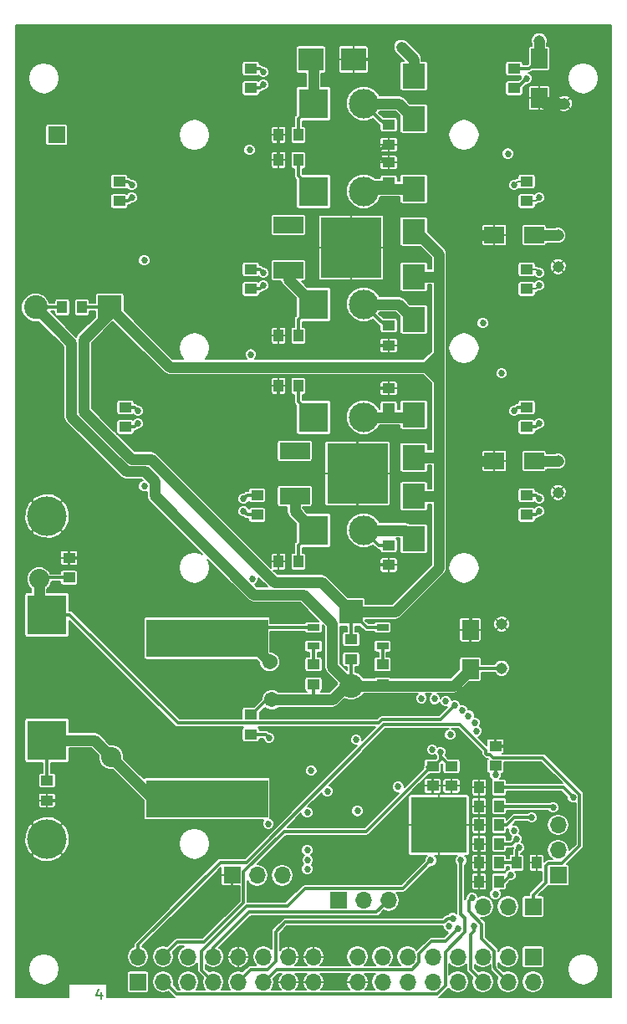
<source format=gbl>
G04 #@! TF.FileFunction,Copper,L4,Bot,Signal*
%FSLAX46Y46*%
G04 Gerber Fmt 4.6, Leading zero omitted, Abs format (unit mm)*
G04 Created by KiCad (PCBNEW 4.0.7) date 05/06/19 05:29:44*
%MOMM*%
%LPD*%
G01*
G04 APERTURE LIST*
%ADD10C,0.100000*%
%ADD11C,0.127000*%
%ADD12R,1.700000X1.700000*%
%ADD13O,1.700000X1.700000*%
%ADD14R,12.320000X3.825000*%
%ADD15R,4.000000X4.000000*%
%ADD16C,4.000000*%
%ADD17R,2.400000X2.400000*%
%ADD18C,2.400000*%
%ADD19R,3.048000X1.651000*%
%ADD20R,6.096000X6.096000*%
%ADD21R,2.300000X2.500000*%
%ADD22R,2.500000X2.300000*%
%ADD23R,3.000000X3.000000*%
%ADD24C,3.000000*%
%ADD25C,2.032000*%
%ADD26R,1.700000X2.000000*%
%ADD27R,2.000000X1.700000*%
%ADD28C,1.143000*%
%ADD29R,1.000000X1.250000*%
%ADD30R,1.250000X1.000000*%
%ADD31R,1.300000X0.700000*%
%ADD32C,0.300000*%
%ADD33R,5.700000X5.700000*%
%ADD34C,0.685800*%
%ADD35C,1.541800*%
%ADD36C,0.304800*%
%ADD37C,1.066800*%
%ADD38C,0.152400*%
%ADD39C,0.177800*%
G04 APERTURE END LIST*
D10*
D11*
X116416666Y-156881286D02*
X116416666Y-157558619D01*
X116174762Y-156494238D02*
X115932857Y-157219952D01*
X116561809Y-157219952D01*
D12*
X160147000Y-153289000D03*
D13*
X160147000Y-155829000D03*
X157607000Y-153289000D03*
X157607000Y-155829000D03*
X155067000Y-153289000D03*
X155067000Y-155829000D03*
X152527000Y-153289000D03*
X152527000Y-155829000D03*
X149987000Y-153289000D03*
X149987000Y-155829000D03*
X147447000Y-153289000D03*
X147447000Y-155829000D03*
X144907000Y-153289000D03*
X144907000Y-155829000D03*
X142367000Y-153289000D03*
X142367000Y-155829000D03*
D12*
X120142000Y-155829000D03*
D13*
X120142000Y-153289000D03*
X122682000Y-155829000D03*
X122682000Y-153289000D03*
X125222000Y-155829000D03*
X125222000Y-153289000D03*
X127762000Y-155829000D03*
X127762000Y-153289000D03*
X130302000Y-155829000D03*
X130302000Y-153289000D03*
X132842000Y-155829000D03*
X132842000Y-153289000D03*
X135382000Y-155829000D03*
X135382000Y-153289000D03*
X137922000Y-155829000D03*
X137922000Y-153289000D03*
D14*
X127127000Y-137281500D03*
X127127000Y-121036500D03*
D15*
X110934000Y-118682000D03*
D16*
X110934000Y-108682000D03*
D15*
X110934000Y-131382000D03*
D16*
X110934000Y-141382000D03*
D17*
X141732000Y-118364000D03*
D18*
X141732000Y-125864000D03*
D17*
X117284000Y-87566000D03*
D18*
X109784000Y-87566000D03*
D19*
X136017000Y-106680000D03*
D20*
X142367000Y-104394000D03*
D19*
X136017000Y-102108000D03*
X135382000Y-83820000D03*
D20*
X141732000Y-81534000D03*
D19*
X135382000Y-79248000D03*
D21*
X148082000Y-102734000D03*
X148082000Y-98434000D03*
X148082000Y-106689000D03*
X148082000Y-110989000D03*
X148082000Y-84464000D03*
X148082000Y-88764000D03*
X148082000Y-79874000D03*
X148082000Y-75574000D03*
D22*
X137677000Y-62484000D03*
X141977000Y-62484000D03*
D21*
X148082000Y-64144000D03*
X148082000Y-68444000D03*
D12*
X140462000Y-147574000D03*
D13*
X143002000Y-147574000D03*
X145542000Y-147574000D03*
D12*
X160147000Y-148209000D03*
D13*
X157607000Y-148209000D03*
X155067000Y-148209000D03*
D12*
X162687000Y-145034000D03*
D13*
X162687000Y-142494000D03*
X162687000Y-139954000D03*
D23*
X137922000Y-98679000D03*
D24*
X143002000Y-98679000D03*
D23*
X137922000Y-110109000D03*
D24*
X143002000Y-110109000D03*
D23*
X137922000Y-87249000D03*
D24*
X143002000Y-87249000D03*
D23*
X137922000Y-75819000D03*
D24*
X143002000Y-75819000D03*
D23*
X137922000Y-66929000D03*
D24*
X143002000Y-66929000D03*
D25*
X117442000Y-133079000D03*
X110142000Y-115079000D03*
D26*
X153797000Y-124174000D03*
X153797000Y-120174000D03*
D27*
X160242000Y-103124000D03*
X156242000Y-103124000D03*
X160242000Y-80264000D03*
X156242000Y-80264000D03*
D26*
X160782000Y-62389000D03*
X160782000Y-66389000D03*
D28*
X156972000Y-124079000D03*
X156972000Y-119634000D03*
X162687000Y-103124000D03*
X162687000Y-106299000D03*
X162687000Y-80264000D03*
X162687000Y-83439000D03*
X160782000Y-60579000D03*
X163322000Y-66929000D03*
D29*
X156702000Y-143764000D03*
X154702000Y-143764000D03*
X158512000Y-143764000D03*
X160512000Y-143764000D03*
X156702000Y-145669000D03*
X154702000Y-145669000D03*
X156702000Y-141859000D03*
X154702000Y-141859000D03*
D30*
X151892000Y-134001000D03*
X151892000Y-136001000D03*
X149987000Y-134001000D03*
X149987000Y-136001000D03*
X113157000Y-114919000D03*
X113157000Y-112919000D03*
X110934000Y-135462000D03*
X110934000Y-137462000D03*
X137922000Y-123714000D03*
X137922000Y-125714000D03*
X144907000Y-123714000D03*
X144907000Y-125714000D03*
X141732000Y-121174000D03*
X141732000Y-123174000D03*
D29*
X114474000Y-87566000D03*
X112474000Y-87566000D03*
D30*
X156337000Y-133969000D03*
X156337000Y-131969000D03*
X118872000Y-99679000D03*
X118872000Y-97679000D03*
X132207000Y-108569000D03*
X132207000Y-106569000D03*
X118237000Y-76819000D03*
X118237000Y-74819000D03*
X131572000Y-85709000D03*
X131572000Y-83709000D03*
D29*
X136382000Y-113284000D03*
X134382000Y-113284000D03*
X136382000Y-95504000D03*
X134382000Y-95504000D03*
X136382000Y-90424000D03*
X134382000Y-90424000D03*
X136382000Y-72644000D03*
X134382000Y-72644000D03*
D30*
X145542000Y-97774000D03*
X145542000Y-95774000D03*
X145542000Y-111649000D03*
X145542000Y-113649000D03*
X145542000Y-89424000D03*
X145542000Y-91424000D03*
X145542000Y-74914000D03*
X145542000Y-72914000D03*
X159512000Y-97679000D03*
X159512000Y-99679000D03*
X159512000Y-106569000D03*
X159512000Y-108569000D03*
X159512000Y-83709000D03*
X159512000Y-85709000D03*
X159512000Y-74819000D03*
X159512000Y-76819000D03*
D29*
X156702000Y-139954000D03*
X154702000Y-139954000D03*
X156702000Y-138049000D03*
X154702000Y-138049000D03*
D30*
X131572000Y-65389000D03*
X131572000Y-63389000D03*
D29*
X136382000Y-70104000D03*
X134382000Y-70104000D03*
D30*
X145542000Y-69104000D03*
X145542000Y-71104000D03*
X158242000Y-63389000D03*
X158242000Y-65389000D03*
D29*
X156702000Y-136144000D03*
X154702000Y-136144000D03*
D31*
X137922000Y-119954000D03*
X137922000Y-121854000D03*
X144907000Y-119954000D03*
X144907000Y-121854000D03*
D30*
X131572000Y-128794000D03*
X131572000Y-130794000D03*
D12*
X129667000Y-145034000D03*
D13*
X132207000Y-145034000D03*
X134747000Y-145034000D03*
D12*
X111887000Y-70104000D03*
D32*
X148122000Y-137454000D03*
X148122000Y-138454000D03*
X148122000Y-139454000D03*
X148122000Y-140454000D03*
X148122000Y-141454000D03*
X148122000Y-142454000D03*
X149122000Y-142454000D03*
X150122000Y-142454000D03*
X150122000Y-141454000D03*
X149122000Y-141454000D03*
X149122000Y-140454000D03*
X150122000Y-140454000D03*
X150122000Y-139454000D03*
X149122000Y-139454000D03*
X149122000Y-138454000D03*
X150122000Y-138454000D03*
X149122000Y-137454000D03*
X150122000Y-137454000D03*
X151122000Y-142454000D03*
X152122000Y-142454000D03*
X153122000Y-142454000D03*
X153122000Y-141454000D03*
X152122000Y-141454000D03*
X151122000Y-141454000D03*
X151122000Y-140454000D03*
X152122000Y-140454000D03*
X153122000Y-140454000D03*
X153122000Y-139454000D03*
X152122000Y-139454000D03*
X151122000Y-139454000D03*
X151122000Y-138454000D03*
X152122000Y-138454000D03*
X153122000Y-138454000D03*
X153122000Y-137454000D03*
X152122000Y-137454000D03*
X151122000Y-137454000D03*
D33*
X150622000Y-139954000D03*
D34*
X132541138Y-115489862D03*
X145542000Y-133003127D03*
X134476291Y-96774000D03*
X134476289Y-112010393D03*
X146177000Y-151312870D03*
X130302000Y-151312870D03*
X136198456Y-150608635D03*
X139827000Y-155829000D03*
X143637000Y-128524000D03*
X159512000Y-134874000D03*
X157607000Y-131699000D03*
X112522000Y-138049000D03*
X153797000Y-118364000D03*
X114427000Y-113284000D03*
X144272000Y-113284000D03*
X144272000Y-95504000D03*
X134112000Y-89154000D03*
X144272000Y-91694000D03*
X134112000Y-71374000D03*
X144272000Y-72009000D03*
X144272000Y-62484000D03*
X141732000Y-81534000D03*
X142367000Y-104394000D03*
D35*
X154432000Y-103124000D03*
X154432000Y-80264000D03*
D34*
X158496000Y-141351000D03*
X157861000Y-145034000D03*
X150775057Y-132565040D03*
X152215145Y-127857367D03*
X146812000Y-61214000D03*
X133412149Y-131128851D03*
X120142000Y-99314000D03*
X130836000Y-108204000D03*
X119507000Y-76454000D03*
X132842000Y-85344000D03*
X160782000Y-99314000D03*
X160782000Y-108204000D03*
X160782000Y-85344000D03*
X160782000Y-76454000D03*
X132842000Y-65024000D03*
X159512000Y-64389000D03*
X153976000Y-147318000D03*
X154170000Y-150185000D03*
X156337000Y-146939000D03*
X158222905Y-140531715D03*
X152857700Y-143532200D03*
X151660123Y-150215634D03*
X149814500Y-143532200D03*
X152023002Y-149385765D03*
X152527000Y-150470000D03*
X158750000Y-142240000D03*
X120142000Y-98044000D03*
X137331153Y-143491244D03*
X130836000Y-106934000D03*
X133350000Y-139827000D03*
X119507000Y-75184000D03*
X142366460Y-138531045D03*
X132842000Y-84074000D03*
X152980379Y-128316450D03*
X151765000Y-130810000D03*
X153622024Y-128894480D03*
X154225793Y-129597928D03*
X146499241Y-136085241D03*
X132842000Y-63754000D03*
X137922000Y-66929000D03*
X154433767Y-130436123D03*
X137699608Y-134461392D03*
X131445000Y-71628000D03*
D35*
X133718515Y-127272648D03*
D34*
X156337000Y-134874000D03*
X160020000Y-139192000D03*
X158242000Y-98044000D03*
X160782000Y-106934000D03*
X162179000Y-138176000D03*
X158242000Y-75184000D03*
X160782000Y-84074000D03*
X164211000Y-137160000D03*
X149946222Y-132322431D03*
X142239837Y-131324987D03*
X120777000Y-105664000D03*
X137287000Y-144399000D03*
X131742694Y-115018306D03*
X137287000Y-142494000D03*
X120777000Y-82804000D03*
X137287000Y-138684000D03*
X131572000Y-92329000D03*
X139319000Y-136525000D03*
X148862898Y-127139429D03*
X155067000Y-89154000D03*
X150174487Y-127197154D03*
X156971890Y-94234000D03*
X151329859Y-127422226D03*
X157607000Y-72009000D03*
D35*
X133477000Y-123444000D03*
D36*
X134382000Y-113284000D02*
X134382000Y-112104682D01*
X134382000Y-95504000D02*
X134382000Y-96679709D01*
X134382000Y-112104682D02*
X134476289Y-112010393D01*
X134382000Y-96679709D02*
X134476291Y-96774000D01*
X154702000Y-143764000D02*
X154702000Y-141859000D01*
X154702000Y-145669000D02*
X154702000Y-143764000D01*
X149987000Y-139319000D02*
X150622000Y-139954000D01*
X151892000Y-138684000D02*
X150622000Y-139954000D01*
X157337000Y-131969000D02*
X157607000Y-131699000D01*
X156337000Y-131969000D02*
X157337000Y-131969000D01*
X111934000Y-137462000D02*
X112522000Y-138049000D01*
X110934000Y-137462000D02*
X111934000Y-137462000D01*
X153797000Y-120174000D02*
X153797000Y-118364000D01*
X114062000Y-112919000D02*
X114427000Y-113284000D01*
X113157000Y-112919000D02*
X114062000Y-112919000D01*
X144637000Y-113649000D02*
X144272000Y-113284000D01*
X145542000Y-113649000D02*
X144637000Y-113649000D01*
X144542000Y-95774000D02*
X144272000Y-95504000D01*
X145542000Y-95774000D02*
X144542000Y-95774000D01*
X134382000Y-89424000D02*
X134112000Y-89154000D01*
X134382000Y-90424000D02*
X134382000Y-89424000D01*
X144542000Y-91424000D02*
X144272000Y-91694000D01*
X145542000Y-91424000D02*
X144542000Y-91424000D01*
X134382000Y-71104000D02*
X134382000Y-70104000D01*
X134112000Y-71374000D02*
X134382000Y-71104000D01*
X134382000Y-71644000D02*
X134112000Y-71374000D01*
X134382000Y-72644000D02*
X134382000Y-71644000D01*
X145177000Y-72914000D02*
X144272000Y-72009000D01*
X145542000Y-72914000D02*
X145177000Y-72914000D01*
X145177000Y-71104000D02*
X144272000Y-72009000D01*
X145542000Y-71104000D02*
X145177000Y-71104000D01*
X141977000Y-62484000D02*
X144272000Y-62484000D01*
D37*
X156242000Y-103124000D02*
X154432000Y-103124000D01*
X156242000Y-80264000D02*
X154432000Y-80264000D01*
X161322000Y-66929000D02*
X160782000Y-66389000D01*
X163322000Y-66929000D02*
X161322000Y-66929000D01*
D36*
X157988000Y-141859000D02*
X156702000Y-141859000D01*
X158496000Y-141351000D02*
X157988000Y-141859000D01*
X157226000Y-145669000D02*
X156702000Y-145669000D01*
X157861000Y-145034000D02*
X157226000Y-145669000D01*
X150775057Y-133049973D02*
X150775057Y-132565040D01*
X150775057Y-133337943D02*
X150775057Y-133049973D01*
X151767000Y-134001000D02*
X150775057Y-133009057D01*
X150775057Y-133009057D02*
X150775057Y-132565040D01*
X150112000Y-134001000D02*
X150775057Y-133337943D01*
X149987000Y-134001000D02*
X150112000Y-134001000D01*
X151892000Y-134001000D02*
X151767000Y-134001000D01*
X149987000Y-134001000D02*
X149844000Y-134001000D01*
X149844000Y-134001000D02*
X143256000Y-140589000D01*
X124109490Y-151828800D02*
X122682000Y-153256290D01*
X126815549Y-151828800D02*
X124109490Y-151828800D01*
X130847600Y-147796749D02*
X126815549Y-151828800D01*
X130847600Y-144681900D02*
X130847600Y-147796749D01*
X134940500Y-140589000D02*
X130847600Y-144681900D01*
X142947390Y-140589000D02*
X134940500Y-140589000D01*
X143256000Y-140589000D02*
X142947390Y-140589000D01*
X149987000Y-134001000D02*
X149987000Y-134069500D01*
X149987000Y-134069500D02*
X149466890Y-134069500D01*
X122682000Y-153256290D02*
X122682000Y-153289000D01*
X150769106Y-129303406D02*
X151872246Y-128200266D01*
X151872246Y-128200266D02*
X152215145Y-127857367D01*
X124181001Y-129624201D02*
X144539684Y-129624201D01*
X113238800Y-118682000D02*
X124181001Y-129624201D01*
X110934000Y-118682000D02*
X113238800Y-118682000D01*
X144539684Y-129624201D02*
X144860479Y-129303406D01*
X144860479Y-129303406D02*
X150769106Y-129303406D01*
D37*
X148082000Y-62484000D02*
X146812000Y-61214000D01*
X148082000Y-64144000D02*
X148082000Y-62484000D01*
D36*
X113157000Y-114919000D02*
X110302000Y-114919000D01*
D38*
X110302000Y-114919000D02*
X110142000Y-115079000D01*
D37*
X110142000Y-117889000D02*
X110934000Y-118682000D01*
X110142000Y-115079000D02*
X110142000Y-117889000D01*
X127127000Y-137281500D02*
X121644500Y-137281500D01*
X121644500Y-137281500D02*
X117442000Y-133079000D01*
X110934000Y-131382000D02*
X115745000Y-131382000D01*
X115745000Y-131382000D02*
X117442000Y-133079000D01*
D36*
X110934000Y-135462000D02*
X110934000Y-131382000D01*
D37*
X127127000Y-137282000D02*
X121644000Y-137282000D01*
X117284000Y-87566000D02*
X117284000Y-88170177D01*
X117284000Y-88170177D02*
X114646688Y-90807489D01*
X114646688Y-90807489D02*
X114646688Y-98113827D01*
X114646688Y-98113827D02*
X119456200Y-102923339D01*
X119456200Y-102923339D02*
X121465339Y-102923339D01*
X121465339Y-102923339D02*
X133912062Y-115370062D01*
X133912062Y-115370062D02*
X138738062Y-115370062D01*
X138738062Y-115370062D02*
X141732000Y-118364000D01*
X123317000Y-93599000D02*
X117284000Y-87566000D01*
X148717000Y-93599000D02*
X123317000Y-93599000D01*
D36*
X114474000Y-87566000D02*
X117284000Y-87566000D01*
D37*
X149352000Y-93599000D02*
X150622000Y-94869000D01*
D36*
X143322000Y-119954000D02*
X141732000Y-118364000D01*
X144907000Y-119954000D02*
X143322000Y-119954000D01*
X141732000Y-121174000D02*
X141732000Y-118364000D01*
D37*
X148082000Y-106689000D02*
X150622000Y-106689000D01*
X150622000Y-106689000D02*
X150622000Y-106934000D01*
X148082000Y-102734000D02*
X150622000Y-102734000D01*
X150622000Y-102734000D02*
X150622000Y-102489000D01*
X150622000Y-102734000D02*
X150622000Y-106689000D01*
X150622000Y-102489000D02*
X150622000Y-102734000D01*
X148082000Y-84464000D02*
X150622000Y-84464000D01*
X150622000Y-84464000D02*
X150622000Y-84074000D01*
X150622000Y-82169000D02*
X150622000Y-84074000D01*
X148327000Y-79874000D02*
X150622000Y-82169000D01*
X148082000Y-79874000D02*
X148327000Y-79874000D01*
X150622000Y-84074000D02*
X150622000Y-84464000D01*
X150622000Y-84464000D02*
X150622000Y-92329000D01*
X150622000Y-92329000D02*
X150622000Y-93599000D01*
X150622000Y-93599000D02*
X150622000Y-94869000D01*
X150622000Y-94869000D02*
X150622000Y-102489000D01*
X150622000Y-106689000D02*
X150622000Y-106934000D01*
X146177000Y-118364000D02*
X141732000Y-118364000D01*
X150622000Y-113919000D02*
X146177000Y-118364000D01*
X150622000Y-106934000D02*
X150622000Y-113919000D01*
X150622000Y-93599000D02*
X149352000Y-93599000D01*
X148717000Y-93599000D02*
X149352000Y-93599000D01*
X149352000Y-93599000D02*
X150622000Y-92329000D01*
X149352000Y-93599000D02*
X148717000Y-93599000D01*
D36*
X137922000Y-121854000D02*
X137922000Y-123714000D01*
X144907000Y-121854000D02*
X144907000Y-123714000D01*
X133077298Y-130794000D02*
X133412149Y-131128851D01*
X131572000Y-130794000D02*
X133077298Y-130794000D01*
X119777000Y-99679000D02*
X120142000Y-99314000D01*
X118872000Y-99679000D02*
X119777000Y-99679000D01*
X131201000Y-108569000D02*
X130836000Y-108204000D01*
X132207000Y-108569000D02*
X131201000Y-108569000D01*
X119142000Y-76819000D02*
X119507000Y-76454000D01*
X118237000Y-76819000D02*
X119142000Y-76819000D01*
X132477000Y-85709000D02*
X132842000Y-85344000D01*
X131572000Y-85709000D02*
X132477000Y-85709000D01*
X160417000Y-99679000D02*
X160782000Y-99314000D01*
X159512000Y-99679000D02*
X160417000Y-99679000D01*
X160417000Y-108569000D02*
X160782000Y-108204000D01*
X159512000Y-108569000D02*
X160417000Y-108569000D01*
D38*
X160417000Y-85709000D02*
X160782000Y-85344000D01*
X159512000Y-85709000D02*
X160417000Y-85709000D01*
X160417000Y-76819000D02*
X160782000Y-76454000D01*
X159512000Y-76819000D02*
X160417000Y-76819000D01*
D36*
X132477000Y-65389000D02*
X132842000Y-65024000D01*
X131572000Y-65389000D02*
X132477000Y-65389000D01*
D38*
X158242000Y-65389000D02*
X158512000Y-65389000D01*
D36*
X158512000Y-65389000D02*
X159512000Y-64389000D01*
X153976000Y-147318000D02*
X153633000Y-147661000D01*
X153633000Y-147661000D02*
X153633000Y-148667820D01*
X156252556Y-154309809D02*
X156252556Y-154474556D01*
X153633000Y-148667820D02*
X154964306Y-149999126D01*
X154964306Y-149999126D02*
X154964306Y-151439608D01*
X154964306Y-151439608D02*
X156247201Y-152722503D01*
X156247201Y-152722503D02*
X156247201Y-154304454D01*
X156247201Y-154304454D02*
X156252556Y-154309809D01*
X156252556Y-154474556D02*
X157607000Y-155829000D01*
X153820444Y-151019556D02*
X153820444Y-154582444D01*
X153820444Y-154582444D02*
X155067000Y-155829000D01*
X154170000Y-150670000D02*
X153820444Y-151019556D01*
X154170000Y-150185000D02*
X154170000Y-150670000D01*
X160147000Y-148209000D02*
X160147000Y-147028500D01*
X156111213Y-133138400D02*
X155772014Y-132799201D01*
X160147000Y-147028500D02*
X161432000Y-145743500D01*
X161151100Y-133138400D02*
X156111213Y-133138400D01*
X164885600Y-136872900D02*
X161151100Y-133138400D01*
X161432000Y-145743500D02*
X161432000Y-144092200D01*
X161432000Y-144092200D02*
X161670700Y-143853500D01*
X155381799Y-132733161D02*
X155381799Y-132408986D01*
X161670700Y-143853500D02*
X163072000Y-143853500D01*
X155381799Y-132408986D02*
X152758830Y-129786017D01*
X163072000Y-143853500D02*
X164885600Y-142039900D01*
X164885600Y-142039900D02*
X164885600Y-136872900D01*
X155772014Y-132799201D02*
X155447839Y-132799201D01*
X155447839Y-132799201D02*
X155381799Y-132733161D01*
X131120400Y-143726000D02*
X128502919Y-143726000D01*
X145060383Y-129786017D02*
X131120400Y-143726000D01*
X152758830Y-129786017D02*
X145060383Y-129786017D01*
X128502919Y-143726000D02*
X120142000Y-152086919D01*
X120142000Y-152086919D02*
X120142000Y-153289000D01*
X152857700Y-143532200D02*
X152857700Y-148962300D01*
X152857700Y-148962300D02*
X153214700Y-149319300D01*
X151257000Y-156235900D02*
X150475700Y-157017200D01*
X153214700Y-149319300D02*
X153214700Y-150814900D01*
X153214700Y-150814900D02*
X151257000Y-152772600D01*
X151257000Y-152772600D02*
X151257000Y-156235900D01*
X122842277Y-155829000D02*
X122682000Y-155829000D01*
X150475700Y-157017200D02*
X124030477Y-157017200D01*
X124030477Y-157017200D02*
X122842277Y-155829000D01*
X127762000Y-155829000D02*
X126581799Y-154648799D01*
X126581799Y-154648799D02*
X126581799Y-152745065D01*
X137083799Y-146361150D02*
X146985550Y-146361150D01*
X126581799Y-152745065D02*
X131136914Y-148189950D01*
X131136914Y-148189950D02*
X135254999Y-148189950D01*
X135254999Y-148189950D02*
X137083799Y-146361150D01*
X146985550Y-146361150D02*
X149814500Y-143532200D01*
X145542000Y-147574000D02*
X145517626Y-147574000D01*
X145517626Y-147574000D02*
X145275172Y-147816454D01*
X145275172Y-147816454D02*
X145245375Y-147816454D01*
X145245375Y-147816454D02*
X144307329Y-148754500D01*
X144307329Y-148754500D02*
X131413849Y-148754500D01*
X131413849Y-148754500D02*
X127762000Y-152406349D01*
X127762000Y-152406349D02*
X127762000Y-153289000D01*
X130302000Y-155829000D02*
X131572000Y-154559000D01*
X131572000Y-154559000D02*
X133259700Y-154559000D01*
X133259700Y-154559000D02*
X134073100Y-153745600D01*
X151146119Y-149777715D02*
X151538069Y-149385765D01*
X134073100Y-153745600D02*
X134073100Y-150747008D01*
X134073100Y-150747008D02*
X135042393Y-149777715D01*
X135042393Y-149777715D02*
X151146119Y-149777715D01*
X151538069Y-149385765D02*
X152023002Y-149385765D01*
X152527000Y-150470000D02*
X151277600Y-151719400D01*
X151277600Y-151719400D02*
X149874700Y-151719400D01*
X149874700Y-151719400D02*
X148627600Y-152966500D01*
X147930900Y-154559000D02*
X134225058Y-154559000D01*
X148627600Y-152966500D02*
X148627600Y-153862300D01*
X148627600Y-153862300D02*
X147930900Y-154559000D01*
X134225058Y-154559000D02*
X132955058Y-155829000D01*
X132955058Y-155829000D02*
X132842000Y-155829000D01*
X158512000Y-142478000D02*
X158512000Y-143764000D01*
X158750000Y-142240000D02*
X158512000Y-142478000D01*
X156702000Y-143764000D02*
X158512000Y-143764000D01*
X119777000Y-97679000D02*
X120142000Y-98044000D01*
X118872000Y-97679000D02*
X119777000Y-97679000D01*
X131201000Y-106569000D02*
X130836000Y-106934000D01*
X132207000Y-106569000D02*
X131201000Y-106569000D01*
X136382000Y-97139000D02*
X137922000Y-98679000D01*
X136382000Y-95504000D02*
X136382000Y-97139000D01*
D37*
X136017000Y-108204000D02*
X137922000Y-110109000D01*
X136017000Y-106680000D02*
X136017000Y-108204000D01*
D36*
X136382000Y-111649000D02*
X137922000Y-110109000D01*
X136382000Y-113284000D02*
X136382000Y-111649000D01*
X119142000Y-74819000D02*
X119507000Y-75184000D01*
X118237000Y-74819000D02*
X119142000Y-74819000D01*
X136382000Y-88789000D02*
X137922000Y-87249000D01*
X136382000Y-90424000D02*
X136382000Y-88789000D01*
D37*
X135382000Y-84709000D02*
X137922000Y-87249000D01*
X135382000Y-83820000D02*
X135382000Y-84709000D01*
D36*
X132477000Y-83709000D02*
X132842000Y-84074000D01*
X131572000Y-83709000D02*
X132477000Y-83709000D01*
X136382000Y-74279000D02*
X137922000Y-75819000D01*
X136382000Y-72644000D02*
X136382000Y-74279000D01*
X145542000Y-98044000D02*
X144907000Y-98679000D01*
X145542000Y-97774000D02*
X145542000Y-98044000D01*
D37*
X143002000Y-98679000D02*
X144907000Y-98679000D01*
X147837000Y-98679000D02*
X148082000Y-98434000D01*
X144907000Y-98679000D02*
X147837000Y-98679000D01*
D36*
X144542000Y-111649000D02*
X143002000Y-110109000D01*
X145542000Y-111649000D02*
X144542000Y-111649000D01*
D37*
X147202000Y-110109000D02*
X148082000Y-110989000D01*
X143002000Y-110109000D02*
X147202000Y-110109000D01*
D36*
X145177000Y-89424000D02*
X143002000Y-87249000D01*
X145542000Y-89424000D02*
X145177000Y-89424000D01*
D37*
X146567000Y-87249000D02*
X148082000Y-88764000D01*
X143002000Y-87249000D02*
X146567000Y-87249000D01*
X148082000Y-75574000D02*
X143247000Y-75574000D01*
X143247000Y-75574000D02*
X143002000Y-75819000D01*
D36*
X143907000Y-74914000D02*
X143002000Y-75819000D01*
X145542000Y-74914000D02*
X143907000Y-74914000D01*
X132477000Y-63389000D02*
X132842000Y-63754000D01*
X131572000Y-63389000D02*
X132477000Y-63389000D01*
X136382000Y-68469000D02*
X137922000Y-66929000D01*
X136382000Y-70104000D02*
X136382000Y-68469000D01*
D37*
X137922000Y-62729000D02*
X137677000Y-62484000D01*
X137922000Y-66929000D02*
X137922000Y-62729000D01*
D36*
X145177000Y-69104000D02*
X143002000Y-66929000D01*
X145542000Y-69104000D02*
X145177000Y-69104000D01*
D37*
X146567000Y-66929000D02*
X148082000Y-68444000D01*
X143002000Y-66929000D02*
X146567000Y-66929000D01*
X136862835Y-116614673D02*
X131848323Y-116614673D01*
X139820799Y-123952799D02*
X139820799Y-119572637D01*
X131848323Y-116614673D02*
X121831101Y-106597451D01*
X121831101Y-105158031D02*
X120841020Y-104167950D01*
X141732000Y-125864000D02*
X139820799Y-123952799D01*
X139820799Y-119572637D02*
X136862835Y-116614673D01*
X121831101Y-106597451D02*
X121831101Y-105158031D01*
X120841020Y-104167950D02*
X118940666Y-104167950D01*
X118940666Y-104167950D02*
X113397272Y-98624556D01*
X113397272Y-98624556D02*
X113397272Y-91186099D01*
X113397272Y-91186099D02*
X109784000Y-87572827D01*
X109784000Y-87572827D02*
X109784000Y-87566000D01*
D36*
X133218352Y-127272648D02*
X133718515Y-127272648D01*
X131572000Y-128794000D02*
X131697000Y-128794000D01*
D37*
X134808732Y-127272648D02*
X133718515Y-127272648D01*
D36*
X131697000Y-128794000D02*
X133218352Y-127272648D01*
D37*
X137903352Y-127272648D02*
X134808732Y-127272648D01*
X137922000Y-127254000D02*
X137903352Y-127272648D01*
D36*
X156337000Y-133969000D02*
X156337000Y-134874000D01*
X145907000Y-125714000D02*
X146057000Y-125864000D01*
X144907000Y-125714000D02*
X145907000Y-125714000D01*
X137922000Y-125714000D02*
X137922000Y-127254000D01*
X141732000Y-123174000D02*
X141732000Y-125864000D01*
X109784000Y-87566000D02*
X112474000Y-87566000D01*
D38*
X145422000Y-125864000D02*
X144907000Y-125714000D01*
X145272000Y-125714000D02*
X145422000Y-125864000D01*
X144907000Y-125714000D02*
X145272000Y-125714000D01*
D36*
X156972000Y-124079000D02*
X153892000Y-124079000D01*
D38*
X153892000Y-124079000D02*
X153797000Y-124174000D01*
D37*
X141217000Y-125864000D02*
X141732000Y-125864000D01*
X139827000Y-127254000D02*
X141217000Y-125864000D01*
X137922000Y-127254000D02*
X139827000Y-127254000D01*
X141732000Y-125864000D02*
X146057000Y-125864000D01*
X152107000Y-125864000D02*
X153797000Y-124174000D01*
X146057000Y-125864000D02*
X152107000Y-125864000D01*
D36*
X156702000Y-139954000D02*
X157506800Y-139954000D01*
X157506800Y-139954000D02*
X158268800Y-139192000D01*
X158268800Y-139192000D02*
X159535067Y-139192000D01*
X159535067Y-139192000D02*
X160020000Y-139192000D01*
X158607000Y-97679000D02*
X158242000Y-98044000D01*
X159512000Y-97679000D02*
X158607000Y-97679000D01*
X160417000Y-106569000D02*
X160782000Y-106934000D01*
X159512000Y-106569000D02*
X160417000Y-106569000D01*
D37*
X160242000Y-103124000D02*
X162687000Y-103124000D01*
D36*
X162052000Y-138049000D02*
X162179000Y-138176000D01*
X156702000Y-138049000D02*
X162052000Y-138049000D01*
D38*
X158607000Y-74819000D02*
X158242000Y-75184000D01*
X159512000Y-74819000D02*
X158607000Y-74819000D01*
X160417000Y-83709000D02*
X160782000Y-84074000D01*
X159512000Y-83709000D02*
X160417000Y-83709000D01*
D37*
X160242000Y-80264000D02*
X162687000Y-80264000D01*
D36*
X163195000Y-136144000D02*
X164211000Y-137160000D01*
X156702000Y-136144000D02*
X163195000Y-136144000D01*
D37*
X160782000Y-60579000D02*
X160782000Y-62389000D01*
D36*
X159782000Y-63389000D02*
X160782000Y-62389000D01*
X158242000Y-63389000D02*
X159782000Y-63389000D01*
D37*
X131070000Y-121036000D02*
X133477000Y-123444000D01*
X127127000Y-121036000D02*
X131070000Y-121036000D01*
D36*
X128210000Y-119954000D02*
X127127000Y-121036000D01*
X137922000Y-119954000D02*
X128210000Y-119954000D01*
D39*
G36*
X168071800Y-157403800D02*
X150636978Y-157403800D01*
X150772048Y-157313548D01*
X151553348Y-156532248D01*
X151609194Y-156448669D01*
X151737374Y-156640503D01*
X152099657Y-156882573D01*
X152527000Y-156967577D01*
X152954343Y-156882573D01*
X153316626Y-156640503D01*
X153558696Y-156278220D01*
X153643700Y-155850877D01*
X153643700Y-155807123D01*
X153558696Y-155379780D01*
X153316626Y-155017497D01*
X152954343Y-154775427D01*
X152527000Y-154690423D01*
X152099657Y-154775427D01*
X151737374Y-155017497D01*
X151676100Y-155109200D01*
X151676100Y-154008800D01*
X151737374Y-154100503D01*
X152099657Y-154342573D01*
X152527000Y-154427577D01*
X152954343Y-154342573D01*
X153316626Y-154100503D01*
X153401344Y-153973714D01*
X153401344Y-154582444D01*
X153433246Y-154742827D01*
X153520364Y-154873206D01*
X153524096Y-154878792D01*
X154033608Y-155388305D01*
X153950300Y-155807123D01*
X153950300Y-155850877D01*
X154035304Y-156278220D01*
X154277374Y-156640503D01*
X154639657Y-156882573D01*
X155067000Y-156967577D01*
X155494343Y-156882573D01*
X155856626Y-156640503D01*
X156098696Y-156278220D01*
X156183700Y-155850877D01*
X156183700Y-155807123D01*
X156098696Y-155379780D01*
X155856626Y-155017497D01*
X155494343Y-154775427D01*
X155067000Y-154690423D01*
X154639657Y-154775427D01*
X154619555Y-154788859D01*
X154239544Y-154408848D01*
X154239544Y-154043886D01*
X154277374Y-154100503D01*
X154639657Y-154342573D01*
X155067000Y-154427577D01*
X155494343Y-154342573D01*
X155828101Y-154119563D01*
X155828101Y-154304454D01*
X155833456Y-154331376D01*
X155833456Y-154474556D01*
X155865358Y-154634939D01*
X155924693Y-154723739D01*
X155956208Y-154770904D01*
X156573608Y-155388305D01*
X156490300Y-155807123D01*
X156490300Y-155850877D01*
X156575304Y-156278220D01*
X156817374Y-156640503D01*
X157179657Y-156882573D01*
X157607000Y-156967577D01*
X158034343Y-156882573D01*
X158396626Y-156640503D01*
X158638696Y-156278220D01*
X158723700Y-155850877D01*
X158723700Y-155807123D01*
X159030300Y-155807123D01*
X159030300Y-155850877D01*
X159115304Y-156278220D01*
X159357374Y-156640503D01*
X159719657Y-156882573D01*
X160147000Y-156967577D01*
X160574343Y-156882573D01*
X160936626Y-156640503D01*
X161178696Y-156278220D01*
X161263700Y-155850877D01*
X161263700Y-155807123D01*
X161178696Y-155379780D01*
X160936626Y-155017497D01*
X160574343Y-154775427D01*
X160147000Y-154690423D01*
X159719657Y-154775427D01*
X159357374Y-155017497D01*
X159115304Y-155379780D01*
X159030300Y-155807123D01*
X158723700Y-155807123D01*
X158638696Y-155379780D01*
X158396626Y-155017497D01*
X158034343Y-154775427D01*
X157607000Y-154690423D01*
X157179657Y-154775427D01*
X157159555Y-154788859D01*
X156929696Y-154559000D01*
X163626800Y-154559000D01*
X163748608Y-155171370D01*
X164095488Y-155690512D01*
X164614630Y-156037392D01*
X165227000Y-156159200D01*
X165839370Y-156037392D01*
X166358512Y-155690512D01*
X166705392Y-155171370D01*
X166827200Y-154559000D01*
X166705392Y-153946630D01*
X166358512Y-153427488D01*
X165839370Y-153080608D01*
X165227000Y-152958800D01*
X164614630Y-153080608D01*
X164095488Y-153427488D01*
X163748608Y-153946630D01*
X163626800Y-154559000D01*
X156929696Y-154559000D01*
X156669459Y-154298763D01*
X156666301Y-154282887D01*
X156666301Y-153874407D01*
X156817374Y-154100503D01*
X157179657Y-154342573D01*
X157607000Y-154427577D01*
X158034343Y-154342573D01*
X158396626Y-154100503D01*
X158638696Y-153738220D01*
X158723700Y-153310877D01*
X158723700Y-153267123D01*
X158638696Y-152839780D01*
X158396626Y-152477497D01*
X158339012Y-152439000D01*
X159025076Y-152439000D01*
X159025076Y-154139000D01*
X159043673Y-154237833D01*
X159102083Y-154328605D01*
X159191206Y-154389500D01*
X159297000Y-154410924D01*
X160997000Y-154410924D01*
X161095833Y-154392327D01*
X161186605Y-154333917D01*
X161247500Y-154244794D01*
X161268924Y-154139000D01*
X161268924Y-152439000D01*
X161250327Y-152340167D01*
X161191917Y-152249395D01*
X161102794Y-152188500D01*
X160997000Y-152167076D01*
X159297000Y-152167076D01*
X159198167Y-152185673D01*
X159107395Y-152244083D01*
X159046500Y-152333206D01*
X159025076Y-152439000D01*
X158339012Y-152439000D01*
X158034343Y-152235427D01*
X157607000Y-152150423D01*
X157179657Y-152235427D01*
X156817374Y-152477497D01*
X156663403Y-152707931D01*
X156655888Y-152670152D01*
X156634400Y-152562121D01*
X156543550Y-152426155D01*
X155383406Y-151266012D01*
X155383406Y-149999126D01*
X155351504Y-149838743D01*
X155260654Y-149702778D01*
X154865340Y-149307464D01*
X155067000Y-149347577D01*
X155494343Y-149262573D01*
X155856626Y-149020503D01*
X156098696Y-148658220D01*
X156183700Y-148230877D01*
X156183700Y-148187123D01*
X156490300Y-148187123D01*
X156490300Y-148230877D01*
X156575304Y-148658220D01*
X156817374Y-149020503D01*
X157179657Y-149262573D01*
X157607000Y-149347577D01*
X158034343Y-149262573D01*
X158396626Y-149020503D01*
X158638696Y-148658220D01*
X158723700Y-148230877D01*
X158723700Y-148187123D01*
X158638696Y-147759780D01*
X158396626Y-147397497D01*
X158034343Y-147155427D01*
X157607000Y-147070423D01*
X157179657Y-147155427D01*
X156817374Y-147397497D01*
X156575304Y-147759780D01*
X156490300Y-148187123D01*
X156183700Y-148187123D01*
X156098696Y-147759780D01*
X155856626Y-147397497D01*
X155494343Y-147155427D01*
X155067000Y-147070423D01*
X154639657Y-147155427D01*
X154583828Y-147192731D01*
X154528872Y-147059725D01*
X155727294Y-147059725D01*
X155819905Y-147283860D01*
X155991238Y-147455493D01*
X156215211Y-147548494D01*
X156457725Y-147548706D01*
X156681860Y-147456095D01*
X156853493Y-147284762D01*
X156946494Y-147060789D01*
X156946706Y-146818275D01*
X156854095Y-146594140D01*
X156825928Y-146565924D01*
X157202000Y-146565924D01*
X157300833Y-146547327D01*
X157391605Y-146488917D01*
X157452500Y-146399794D01*
X157473924Y-146294000D01*
X157473924Y-145997704D01*
X157522348Y-145965348D01*
X157844111Y-145643586D01*
X157981725Y-145643706D01*
X158205860Y-145551095D01*
X158377493Y-145379762D01*
X158470494Y-145155789D01*
X158470706Y-144913275D01*
X158378095Y-144689140D01*
X158349928Y-144660924D01*
X159012000Y-144660924D01*
X159110833Y-144642327D01*
X159201605Y-144583917D01*
X159262500Y-144494794D01*
X159283924Y-144389000D01*
X159283924Y-143832580D01*
X159742760Y-143832580D01*
X159742760Y-144442555D01*
X159783749Y-144541512D01*
X159859488Y-144617251D01*
X159958445Y-144658240D01*
X160443420Y-144658240D01*
X160510730Y-144590930D01*
X160510730Y-143765270D01*
X159810070Y-143765270D01*
X159742760Y-143832580D01*
X159283924Y-143832580D01*
X159283924Y-143139000D01*
X159273847Y-143085445D01*
X159742760Y-143085445D01*
X159742760Y-143695420D01*
X159810070Y-143762730D01*
X160510730Y-143762730D01*
X160510730Y-142937070D01*
X160443420Y-142869760D01*
X159958445Y-142869760D01*
X159859488Y-142910749D01*
X159783749Y-142986488D01*
X159742760Y-143085445D01*
X159273847Y-143085445D01*
X159265327Y-143040167D01*
X159206917Y-142949395D01*
X159117794Y-142888500D01*
X159012000Y-142867076D01*
X158931100Y-142867076D01*
X158931100Y-142824759D01*
X159094860Y-142757095D01*
X159266493Y-142585762D01*
X159359494Y-142361789D01*
X159359706Y-142119275D01*
X159267095Y-141895140D01*
X159095762Y-141723507D01*
X159015267Y-141690083D01*
X159105494Y-141472789D01*
X159105706Y-141230275D01*
X159013095Y-141006140D01*
X158841762Y-140834507D01*
X158769670Y-140804572D01*
X158832399Y-140653504D01*
X158832611Y-140410990D01*
X158740000Y-140186855D01*
X158568667Y-140015222D01*
X158421227Y-139954000D01*
X161548423Y-139954000D01*
X161633427Y-140381343D01*
X161875497Y-140743626D01*
X162237780Y-140985696D01*
X162665123Y-141070700D01*
X162708877Y-141070700D01*
X163136220Y-140985696D01*
X163498503Y-140743626D01*
X163740573Y-140381343D01*
X163825577Y-139954000D01*
X163740573Y-139526657D01*
X163498503Y-139164374D01*
X163136220Y-138922304D01*
X162708877Y-138837300D01*
X162665123Y-138837300D01*
X162237780Y-138922304D01*
X161875497Y-139164374D01*
X161633427Y-139526657D01*
X161548423Y-139954000D01*
X158421227Y-139954000D01*
X158344694Y-139922221D01*
X158131462Y-139922035D01*
X158442397Y-139611100D01*
X159577015Y-139611100D01*
X159674238Y-139708493D01*
X159898211Y-139801494D01*
X160140725Y-139801706D01*
X160364860Y-139709095D01*
X160536493Y-139537762D01*
X160629494Y-139313789D01*
X160629706Y-139071275D01*
X160537095Y-138847140D01*
X160365762Y-138675507D01*
X160141789Y-138582506D01*
X159899275Y-138582294D01*
X159675140Y-138674905D01*
X159576973Y-138772900D01*
X158268800Y-138772900D01*
X158108417Y-138804802D01*
X158088966Y-138817799D01*
X157972452Y-138895651D01*
X157473924Y-139394180D01*
X157473924Y-139329000D01*
X157455327Y-139230167D01*
X157396917Y-139139395D01*
X157307794Y-139078500D01*
X157202000Y-139057076D01*
X156202000Y-139057076D01*
X156103167Y-139075673D01*
X156012395Y-139134083D01*
X155951500Y-139223206D01*
X155930076Y-139329000D01*
X155930076Y-140579000D01*
X155948673Y-140677833D01*
X156007083Y-140768605D01*
X156096206Y-140829500D01*
X156202000Y-140850924D01*
X157202000Y-140850924D01*
X157300833Y-140832327D01*
X157391605Y-140773917D01*
X157452500Y-140684794D01*
X157473924Y-140579000D01*
X157473924Y-140373100D01*
X157506800Y-140373100D01*
X157639677Y-140346669D01*
X157613411Y-140409926D01*
X157613199Y-140652440D01*
X157705810Y-140876575D01*
X157877143Y-141048208D01*
X157949235Y-141078143D01*
X157886506Y-141229211D01*
X157886385Y-141367919D01*
X157814404Y-141439900D01*
X157473924Y-141439900D01*
X157473924Y-141234000D01*
X157455327Y-141135167D01*
X157396917Y-141044395D01*
X157307794Y-140983500D01*
X157202000Y-140962076D01*
X156202000Y-140962076D01*
X156103167Y-140980673D01*
X156012395Y-141039083D01*
X155951500Y-141128206D01*
X155930076Y-141234000D01*
X155930076Y-142484000D01*
X155948673Y-142582833D01*
X156007083Y-142673605D01*
X156096206Y-142734500D01*
X156202000Y-142755924D01*
X157202000Y-142755924D01*
X157300833Y-142737327D01*
X157391605Y-142678917D01*
X157452500Y-142589794D01*
X157473924Y-142484000D01*
X157473924Y-142278100D01*
X157988000Y-142278100D01*
X158140393Y-142247787D01*
X158140352Y-142294345D01*
X158124802Y-142317617D01*
X158092900Y-142478000D01*
X158092900Y-142867076D01*
X158012000Y-142867076D01*
X157913167Y-142885673D01*
X157822395Y-142944083D01*
X157761500Y-143033206D01*
X157740076Y-143139000D01*
X157740076Y-143344900D01*
X157473924Y-143344900D01*
X157473924Y-143139000D01*
X157455327Y-143040167D01*
X157396917Y-142949395D01*
X157307794Y-142888500D01*
X157202000Y-142867076D01*
X156202000Y-142867076D01*
X156103167Y-142885673D01*
X156012395Y-142944083D01*
X155951500Y-143033206D01*
X155930076Y-143139000D01*
X155930076Y-144389000D01*
X155948673Y-144487833D01*
X156007083Y-144578605D01*
X156096206Y-144639500D01*
X156202000Y-144660924D01*
X157202000Y-144660924D01*
X157300833Y-144642327D01*
X157391605Y-144583917D01*
X157452500Y-144494794D01*
X157473924Y-144389000D01*
X157473924Y-144183100D01*
X157740076Y-144183100D01*
X157740076Y-144389000D01*
X157746718Y-144424300D01*
X157740275Y-144424294D01*
X157516140Y-144516905D01*
X157344507Y-144688238D01*
X157301341Y-144792193D01*
X157202000Y-144772076D01*
X156202000Y-144772076D01*
X156103167Y-144790673D01*
X156012395Y-144849083D01*
X155951500Y-144938206D01*
X155930076Y-145044000D01*
X155930076Y-146294000D01*
X155948673Y-146392833D01*
X155977064Y-146436954D01*
X155820507Y-146593238D01*
X155727506Y-146817211D01*
X155727294Y-147059725D01*
X154528872Y-147059725D01*
X154493095Y-146973140D01*
X154321762Y-146801507D01*
X154097789Y-146708506D01*
X153855275Y-146708294D01*
X153631140Y-146800905D01*
X153459507Y-146972238D01*
X153366506Y-147196211D01*
X153366385Y-147334919D01*
X153336652Y-147364652D01*
X153276800Y-147454226D01*
X153276800Y-145737580D01*
X153932760Y-145737580D01*
X153932760Y-146347555D01*
X153973749Y-146446512D01*
X154049488Y-146522251D01*
X154148445Y-146563240D01*
X154633420Y-146563240D01*
X154700730Y-146495930D01*
X154700730Y-145670270D01*
X154703270Y-145670270D01*
X154703270Y-146495930D01*
X154770580Y-146563240D01*
X155255555Y-146563240D01*
X155354512Y-146522251D01*
X155430251Y-146446512D01*
X155471240Y-146347555D01*
X155471240Y-145737580D01*
X155403930Y-145670270D01*
X154703270Y-145670270D01*
X154700730Y-145670270D01*
X154000070Y-145670270D01*
X153932760Y-145737580D01*
X153276800Y-145737580D01*
X153276800Y-144990445D01*
X153932760Y-144990445D01*
X153932760Y-145600420D01*
X154000070Y-145667730D01*
X154700730Y-145667730D01*
X154700730Y-144842070D01*
X154703270Y-144842070D01*
X154703270Y-145667730D01*
X155403930Y-145667730D01*
X155471240Y-145600420D01*
X155471240Y-144990445D01*
X155430251Y-144891488D01*
X155354512Y-144815749D01*
X155255555Y-144774760D01*
X154770580Y-144774760D01*
X154703270Y-144842070D01*
X154700730Y-144842070D01*
X154633420Y-144774760D01*
X154148445Y-144774760D01*
X154049488Y-144815749D01*
X153973749Y-144891488D01*
X153932760Y-144990445D01*
X153276800Y-144990445D01*
X153276800Y-143975185D01*
X153374193Y-143877962D01*
X153393037Y-143832580D01*
X153932760Y-143832580D01*
X153932760Y-144442555D01*
X153973749Y-144541512D01*
X154049488Y-144617251D01*
X154148445Y-144658240D01*
X154633420Y-144658240D01*
X154700730Y-144590930D01*
X154700730Y-143765270D01*
X154703270Y-143765270D01*
X154703270Y-144590930D01*
X154770580Y-144658240D01*
X155255555Y-144658240D01*
X155354512Y-144617251D01*
X155430251Y-144541512D01*
X155471240Y-144442555D01*
X155471240Y-143832580D01*
X155403930Y-143765270D01*
X154703270Y-143765270D01*
X154700730Y-143765270D01*
X154000070Y-143765270D01*
X153932760Y-143832580D01*
X153393037Y-143832580D01*
X153467194Y-143653989D01*
X153467406Y-143411475D01*
X153374795Y-143187340D01*
X153273078Y-143085445D01*
X153932760Y-143085445D01*
X153932760Y-143695420D01*
X154000070Y-143762730D01*
X154700730Y-143762730D01*
X154700730Y-142937070D01*
X154703270Y-142937070D01*
X154703270Y-143762730D01*
X155403930Y-143762730D01*
X155471240Y-143695420D01*
X155471240Y-143085445D01*
X155430251Y-142986488D01*
X155354512Y-142910749D01*
X155255555Y-142869760D01*
X154770580Y-142869760D01*
X154703270Y-142937070D01*
X154700730Y-142937070D01*
X154633420Y-142869760D01*
X154148445Y-142869760D01*
X154049488Y-142910749D01*
X153973749Y-142986488D01*
X153932760Y-143085445D01*
X153273078Y-143085445D01*
X153260894Y-143073240D01*
X153525555Y-143073240D01*
X153624512Y-143032251D01*
X153700251Y-142956512D01*
X153741240Y-142857555D01*
X153741240Y-141927580D01*
X153932760Y-141927580D01*
X153932760Y-142537555D01*
X153973749Y-142636512D01*
X154049488Y-142712251D01*
X154148445Y-142753240D01*
X154633420Y-142753240D01*
X154700730Y-142685930D01*
X154700730Y-141860270D01*
X154703270Y-141860270D01*
X154703270Y-142685930D01*
X154770580Y-142753240D01*
X155255555Y-142753240D01*
X155354512Y-142712251D01*
X155430251Y-142636512D01*
X155471240Y-142537555D01*
X155471240Y-141927580D01*
X155403930Y-141860270D01*
X154703270Y-141860270D01*
X154700730Y-141860270D01*
X154000070Y-141860270D01*
X153932760Y-141927580D01*
X153741240Y-141927580D01*
X153741240Y-141180445D01*
X153932760Y-141180445D01*
X153932760Y-141790420D01*
X154000070Y-141857730D01*
X154700730Y-141857730D01*
X154700730Y-141032070D01*
X154703270Y-141032070D01*
X154703270Y-141857730D01*
X155403930Y-141857730D01*
X155471240Y-141790420D01*
X155471240Y-141180445D01*
X155430251Y-141081488D01*
X155354512Y-141005749D01*
X155255555Y-140964760D01*
X154770580Y-140964760D01*
X154703270Y-141032070D01*
X154700730Y-141032070D01*
X154633420Y-140964760D01*
X154148445Y-140964760D01*
X154049488Y-141005749D01*
X153973749Y-141081488D01*
X153932760Y-141180445D01*
X153741240Y-141180445D01*
X153741240Y-140022580D01*
X153932760Y-140022580D01*
X153932760Y-140632555D01*
X153973749Y-140731512D01*
X154049488Y-140807251D01*
X154148445Y-140848240D01*
X154633420Y-140848240D01*
X154700730Y-140780930D01*
X154700730Y-139955270D01*
X154703270Y-139955270D01*
X154703270Y-140780930D01*
X154770580Y-140848240D01*
X155255555Y-140848240D01*
X155354512Y-140807251D01*
X155430251Y-140731512D01*
X155471240Y-140632555D01*
X155471240Y-140022580D01*
X155403930Y-139955270D01*
X154703270Y-139955270D01*
X154700730Y-139955270D01*
X154000070Y-139955270D01*
X153932760Y-140022580D01*
X153741240Y-140022580D01*
X153673930Y-139955270D01*
X150623270Y-139955270D01*
X150623270Y-143005930D01*
X150690580Y-143073240D01*
X152454603Y-143073240D01*
X152341207Y-143186438D01*
X152248206Y-143410411D01*
X152247994Y-143652925D01*
X152340605Y-143877060D01*
X152438600Y-143975227D01*
X152438600Y-148939230D01*
X152368764Y-148869272D01*
X152144791Y-148776271D01*
X151902277Y-148776059D01*
X151678142Y-148868670D01*
X151579975Y-148966665D01*
X151538069Y-148966665D01*
X151377686Y-148998567D01*
X151287243Y-149059000D01*
X151241721Y-149089417D01*
X150972523Y-149358615D01*
X135042393Y-149358615D01*
X134882010Y-149390517D01*
X134746044Y-149481367D01*
X133776752Y-150450660D01*
X133685902Y-150586625D01*
X133654000Y-150747008D01*
X133654000Y-152510982D01*
X133631626Y-152477497D01*
X133269343Y-152235427D01*
X132842000Y-152150423D01*
X132414657Y-152235427D01*
X132052374Y-152477497D01*
X131810304Y-152839780D01*
X131725300Y-153267123D01*
X131725300Y-153310877D01*
X131810304Y-153738220D01*
X132052374Y-154100503D01*
X132111336Y-154139900D01*
X131572000Y-154139900D01*
X131411617Y-154171802D01*
X131275651Y-154262652D01*
X130749445Y-154788859D01*
X130729343Y-154775427D01*
X130302000Y-154690423D01*
X129874657Y-154775427D01*
X129512374Y-155017497D01*
X129270304Y-155379780D01*
X129185300Y-155807123D01*
X129185300Y-155850877D01*
X129270304Y-156278220D01*
X129484041Y-156598100D01*
X128579959Y-156598100D01*
X128793696Y-156278220D01*
X128878700Y-155850877D01*
X128878700Y-155807123D01*
X128793696Y-155379780D01*
X128551626Y-155017497D01*
X128189343Y-154775427D01*
X127762000Y-154690423D01*
X127334657Y-154775427D01*
X127314555Y-154788859D01*
X127000899Y-154475203D01*
X127000899Y-154119563D01*
X127334657Y-154342573D01*
X127762000Y-154427577D01*
X128189343Y-154342573D01*
X128551626Y-154100503D01*
X128793696Y-153738220D01*
X128847974Y-153465342D01*
X129196739Y-153465342D01*
X129348355Y-153874884D01*
X129645155Y-154195230D01*
X130041954Y-154377611D01*
X130125658Y-154394261D01*
X130300730Y-154340929D01*
X130300730Y-153290270D01*
X130303270Y-153290270D01*
X130303270Y-154340929D01*
X130478342Y-154394261D01*
X130562046Y-154377611D01*
X130958845Y-154195230D01*
X131255645Y-153874884D01*
X131407261Y-153465342D01*
X131353929Y-153290270D01*
X130303270Y-153290270D01*
X130300730Y-153290270D01*
X129250071Y-153290270D01*
X129196739Y-153465342D01*
X128847974Y-153465342D01*
X128878700Y-153310877D01*
X128878700Y-153267123D01*
X128847975Y-153112658D01*
X129196739Y-153112658D01*
X129250071Y-153287730D01*
X130300730Y-153287730D01*
X130300730Y-152237071D01*
X130303270Y-152237071D01*
X130303270Y-153287730D01*
X131353929Y-153287730D01*
X131407261Y-153112658D01*
X131255645Y-152703116D01*
X130958845Y-152382770D01*
X130562046Y-152200389D01*
X130478342Y-152183739D01*
X130303270Y-152237071D01*
X130300730Y-152237071D01*
X130125658Y-152183739D01*
X130041954Y-152200389D01*
X129645155Y-152382770D01*
X129348355Y-152703116D01*
X129196739Y-153112658D01*
X128847975Y-153112658D01*
X128793696Y-152839780D01*
X128551626Y-152477497D01*
X128390925Y-152370120D01*
X131587446Y-149173600D01*
X144307329Y-149173600D01*
X144467712Y-149141698D01*
X144603677Y-149050848D01*
X145062082Y-148592443D01*
X145114657Y-148627573D01*
X145542000Y-148712577D01*
X145969343Y-148627573D01*
X146331626Y-148385503D01*
X146573696Y-148023220D01*
X146658700Y-147595877D01*
X146658700Y-147552123D01*
X146573696Y-147124780D01*
X146343488Y-146780250D01*
X146985550Y-146780250D01*
X147145933Y-146748348D01*
X147281898Y-146657498D01*
X149797611Y-144141786D01*
X149935225Y-144141906D01*
X150159360Y-144049295D01*
X150330993Y-143877962D01*
X150423994Y-143653989D01*
X150424206Y-143411475D01*
X150331595Y-143187340D01*
X150217694Y-143073240D01*
X150553420Y-143073240D01*
X150620730Y-143005930D01*
X150620730Y-139955270D01*
X147570070Y-139955270D01*
X147502760Y-140022580D01*
X147502760Y-142857555D01*
X147543749Y-142956512D01*
X147619488Y-143032251D01*
X147718445Y-143073240D01*
X149411403Y-143073240D01*
X149298007Y-143186438D01*
X149205006Y-143410411D01*
X149204885Y-143549118D01*
X146811954Y-145942050D01*
X137083799Y-145942050D01*
X136923416Y-145973952D01*
X136868956Y-146010341D01*
X136787451Y-146064801D01*
X135081403Y-147770850D01*
X131266700Y-147770850D01*
X131266700Y-145620004D01*
X131417374Y-145845503D01*
X131779657Y-146087573D01*
X132207000Y-146172577D01*
X132634343Y-146087573D01*
X132996626Y-145845503D01*
X133238696Y-145483220D01*
X133323700Y-145055877D01*
X133323700Y-145012123D01*
X133630300Y-145012123D01*
X133630300Y-145055877D01*
X133715304Y-145483220D01*
X133957374Y-145845503D01*
X134319657Y-146087573D01*
X134747000Y-146172577D01*
X135174343Y-146087573D01*
X135536626Y-145845503D01*
X135778696Y-145483220D01*
X135863700Y-145055877D01*
X135863700Y-145012123D01*
X135778696Y-144584780D01*
X135536626Y-144222497D01*
X135174343Y-143980427D01*
X134747000Y-143895423D01*
X134319657Y-143980427D01*
X133957374Y-144222497D01*
X133715304Y-144584780D01*
X133630300Y-145012123D01*
X133323700Y-145012123D01*
X133238696Y-144584780D01*
X132996626Y-144222497D01*
X132634343Y-143980427D01*
X132223493Y-143898704D01*
X133507472Y-142614725D01*
X136677294Y-142614725D01*
X136769905Y-142838860D01*
X136941238Y-143010493D01*
X136947345Y-143013029D01*
X136814660Y-143145482D01*
X136721659Y-143369455D01*
X136721447Y-143611969D01*
X136814058Y-143836104D01*
X136900887Y-143923085D01*
X136770507Y-144053238D01*
X136677506Y-144277211D01*
X136677294Y-144519725D01*
X136769905Y-144743860D01*
X136941238Y-144915493D01*
X137165211Y-145008494D01*
X137407725Y-145008706D01*
X137631860Y-144916095D01*
X137803493Y-144744762D01*
X137896494Y-144520789D01*
X137896706Y-144278275D01*
X137804095Y-144054140D01*
X137717266Y-143967159D01*
X137847646Y-143837006D01*
X137940647Y-143613033D01*
X137940859Y-143370519D01*
X137848248Y-143146384D01*
X137676915Y-142974751D01*
X137670808Y-142972215D01*
X137803493Y-142839762D01*
X137896494Y-142615789D01*
X137896706Y-142373275D01*
X137804095Y-142149140D01*
X137632762Y-141977507D01*
X137408789Y-141884506D01*
X137166275Y-141884294D01*
X136942140Y-141976905D01*
X136770507Y-142148238D01*
X136677506Y-142372211D01*
X136677294Y-142614725D01*
X133507472Y-142614725D01*
X135114097Y-141008100D01*
X143256000Y-141008100D01*
X143416383Y-140976198D01*
X143552348Y-140885348D01*
X147387251Y-137050445D01*
X147502760Y-137050445D01*
X147502760Y-139885420D01*
X147570070Y-139952730D01*
X150620730Y-139952730D01*
X150620730Y-136902070D01*
X150623270Y-136902070D01*
X150623270Y-139952730D01*
X153673930Y-139952730D01*
X153741240Y-139885420D01*
X153741240Y-139275445D01*
X153932760Y-139275445D01*
X153932760Y-139885420D01*
X154000070Y-139952730D01*
X154700730Y-139952730D01*
X154700730Y-139127070D01*
X154703270Y-139127070D01*
X154703270Y-139952730D01*
X155403930Y-139952730D01*
X155471240Y-139885420D01*
X155471240Y-139275445D01*
X155430251Y-139176488D01*
X155354512Y-139100749D01*
X155255555Y-139059760D01*
X154770580Y-139059760D01*
X154703270Y-139127070D01*
X154700730Y-139127070D01*
X154633420Y-139059760D01*
X154148445Y-139059760D01*
X154049488Y-139100749D01*
X153973749Y-139176488D01*
X153932760Y-139275445D01*
X153741240Y-139275445D01*
X153741240Y-138117580D01*
X153932760Y-138117580D01*
X153932760Y-138727555D01*
X153973749Y-138826512D01*
X154049488Y-138902251D01*
X154148445Y-138943240D01*
X154633420Y-138943240D01*
X154700730Y-138875930D01*
X154700730Y-138050270D01*
X154703270Y-138050270D01*
X154703270Y-138875930D01*
X154770580Y-138943240D01*
X155255555Y-138943240D01*
X155354512Y-138902251D01*
X155430251Y-138826512D01*
X155471240Y-138727555D01*
X155471240Y-138117580D01*
X155403930Y-138050270D01*
X154703270Y-138050270D01*
X154700730Y-138050270D01*
X154000070Y-138050270D01*
X153932760Y-138117580D01*
X153741240Y-138117580D01*
X153741240Y-137370445D01*
X153932760Y-137370445D01*
X153932760Y-137980420D01*
X154000070Y-138047730D01*
X154700730Y-138047730D01*
X154700730Y-137222070D01*
X154703270Y-137222070D01*
X154703270Y-138047730D01*
X155403930Y-138047730D01*
X155471240Y-137980420D01*
X155471240Y-137424000D01*
X155930076Y-137424000D01*
X155930076Y-138674000D01*
X155948673Y-138772833D01*
X156007083Y-138863605D01*
X156096206Y-138924500D01*
X156202000Y-138945924D01*
X157202000Y-138945924D01*
X157300833Y-138927327D01*
X157391605Y-138868917D01*
X157452500Y-138779794D01*
X157473924Y-138674000D01*
X157473924Y-138468100D01*
X161640105Y-138468100D01*
X161661905Y-138520860D01*
X161833238Y-138692493D01*
X162057211Y-138785494D01*
X162299725Y-138785706D01*
X162523860Y-138693095D01*
X162695493Y-138521762D01*
X162788494Y-138297789D01*
X162788706Y-138055275D01*
X162696095Y-137831140D01*
X162524762Y-137659507D01*
X162300789Y-137566506D01*
X162058275Y-137566294D01*
X161904337Y-137629900D01*
X157473924Y-137629900D01*
X157473924Y-137424000D01*
X157455327Y-137325167D01*
X157396917Y-137234395D01*
X157307794Y-137173500D01*
X157202000Y-137152076D01*
X156202000Y-137152076D01*
X156103167Y-137170673D01*
X156012395Y-137229083D01*
X155951500Y-137318206D01*
X155930076Y-137424000D01*
X155471240Y-137424000D01*
X155471240Y-137370445D01*
X155430251Y-137271488D01*
X155354512Y-137195749D01*
X155255555Y-137154760D01*
X154770580Y-137154760D01*
X154703270Y-137222070D01*
X154700730Y-137222070D01*
X154633420Y-137154760D01*
X154148445Y-137154760D01*
X154049488Y-137195749D01*
X153973749Y-137271488D01*
X153932760Y-137370445D01*
X153741240Y-137370445D01*
X153741240Y-137050445D01*
X153700251Y-136951488D01*
X153624512Y-136875749D01*
X153525555Y-136834760D01*
X150690580Y-136834760D01*
X150623270Y-136902070D01*
X150620730Y-136902070D01*
X150553420Y-136834760D01*
X147718445Y-136834760D01*
X147619488Y-136875749D01*
X147543749Y-136951488D01*
X147502760Y-137050445D01*
X147387251Y-137050445D01*
X148368116Y-136069580D01*
X149092760Y-136069580D01*
X149092760Y-136554555D01*
X149133749Y-136653512D01*
X149209488Y-136729251D01*
X149308445Y-136770240D01*
X149918420Y-136770240D01*
X149985730Y-136702930D01*
X149985730Y-136002270D01*
X149988270Y-136002270D01*
X149988270Y-136702930D01*
X150055580Y-136770240D01*
X150665555Y-136770240D01*
X150764512Y-136729251D01*
X150840251Y-136653512D01*
X150881240Y-136554555D01*
X150881240Y-136069580D01*
X150997760Y-136069580D01*
X150997760Y-136554555D01*
X151038749Y-136653512D01*
X151114488Y-136729251D01*
X151213445Y-136770240D01*
X151823420Y-136770240D01*
X151890730Y-136702930D01*
X151890730Y-136002270D01*
X151893270Y-136002270D01*
X151893270Y-136702930D01*
X151960580Y-136770240D01*
X152570555Y-136770240D01*
X152669512Y-136729251D01*
X152745251Y-136653512D01*
X152786240Y-136554555D01*
X152786240Y-136212580D01*
X153932760Y-136212580D01*
X153932760Y-136822555D01*
X153973749Y-136921512D01*
X154049488Y-136997251D01*
X154148445Y-137038240D01*
X154633420Y-137038240D01*
X154700730Y-136970930D01*
X154700730Y-136145270D01*
X154703270Y-136145270D01*
X154703270Y-136970930D01*
X154770580Y-137038240D01*
X155255555Y-137038240D01*
X155354512Y-136997251D01*
X155430251Y-136921512D01*
X155471240Y-136822555D01*
X155471240Y-136212580D01*
X155403930Y-136145270D01*
X154703270Y-136145270D01*
X154700730Y-136145270D01*
X154000070Y-136145270D01*
X153932760Y-136212580D01*
X152786240Y-136212580D01*
X152786240Y-136069580D01*
X152718930Y-136002270D01*
X151893270Y-136002270D01*
X151890730Y-136002270D01*
X151065070Y-136002270D01*
X150997760Y-136069580D01*
X150881240Y-136069580D01*
X150813930Y-136002270D01*
X149988270Y-136002270D01*
X149985730Y-136002270D01*
X149160070Y-136002270D01*
X149092760Y-136069580D01*
X148368116Y-136069580D01*
X148990251Y-135447445D01*
X149092760Y-135447445D01*
X149092760Y-135932420D01*
X149160070Y-135999730D01*
X149985730Y-135999730D01*
X149985730Y-135299070D01*
X149988270Y-135299070D01*
X149988270Y-135999730D01*
X150813930Y-135999730D01*
X150881240Y-135932420D01*
X150881240Y-135447445D01*
X150997760Y-135447445D01*
X150997760Y-135932420D01*
X151065070Y-135999730D01*
X151890730Y-135999730D01*
X151890730Y-135299070D01*
X151893270Y-135299070D01*
X151893270Y-135999730D01*
X152718930Y-135999730D01*
X152786240Y-135932420D01*
X152786240Y-135465445D01*
X153932760Y-135465445D01*
X153932760Y-136075420D01*
X154000070Y-136142730D01*
X154700730Y-136142730D01*
X154700730Y-135317070D01*
X154703270Y-135317070D01*
X154703270Y-136142730D01*
X155403930Y-136142730D01*
X155471240Y-136075420D01*
X155471240Y-135465445D01*
X155430251Y-135366488D01*
X155354512Y-135290749D01*
X155255555Y-135249760D01*
X154770580Y-135249760D01*
X154703270Y-135317070D01*
X154700730Y-135317070D01*
X154633420Y-135249760D01*
X154148445Y-135249760D01*
X154049488Y-135290749D01*
X153973749Y-135366488D01*
X153932760Y-135465445D01*
X152786240Y-135465445D01*
X152786240Y-135447445D01*
X152745251Y-135348488D01*
X152669512Y-135272749D01*
X152570555Y-135231760D01*
X151960580Y-135231760D01*
X151893270Y-135299070D01*
X151890730Y-135299070D01*
X151823420Y-135231760D01*
X151213445Y-135231760D01*
X151114488Y-135272749D01*
X151038749Y-135348488D01*
X150997760Y-135447445D01*
X150881240Y-135447445D01*
X150840251Y-135348488D01*
X150764512Y-135272749D01*
X150665555Y-135231760D01*
X150055580Y-135231760D01*
X149988270Y-135299070D01*
X149985730Y-135299070D01*
X149918420Y-135231760D01*
X149308445Y-135231760D01*
X149209488Y-135272749D01*
X149133749Y-135348488D01*
X149092760Y-135447445D01*
X148990251Y-135447445D01*
X149664772Y-134772924D01*
X150612000Y-134772924D01*
X150710833Y-134754327D01*
X150801605Y-134695917D01*
X150862500Y-134606794D01*
X150883924Y-134501000D01*
X150883924Y-133821773D01*
X150939500Y-133766197D01*
X150995076Y-133821773D01*
X150995076Y-134501000D01*
X151013673Y-134599833D01*
X151072083Y-134690605D01*
X151161206Y-134751500D01*
X151267000Y-134772924D01*
X152517000Y-134772924D01*
X152615833Y-134754327D01*
X152706605Y-134695917D01*
X152767500Y-134606794D01*
X152788924Y-134501000D01*
X152788924Y-133501000D01*
X152770327Y-133402167D01*
X152711917Y-133311395D01*
X152622794Y-133250500D01*
X152517000Y-133229076D01*
X151587773Y-133229076D01*
X151280514Y-132921818D01*
X151291550Y-132910802D01*
X151384551Y-132686829D01*
X151384763Y-132444315D01*
X151292152Y-132220180D01*
X151120819Y-132048547D01*
X150896846Y-131955546D01*
X150654332Y-131955334D01*
X150483325Y-132025993D01*
X150463317Y-131977571D01*
X150291984Y-131805938D01*
X150068011Y-131712937D01*
X149825497Y-131712725D01*
X149601362Y-131805336D01*
X149429729Y-131976669D01*
X149336728Y-132200642D01*
X149336516Y-132443156D01*
X149429127Y-132667291D01*
X149600460Y-132838924D01*
X149824433Y-132931925D01*
X150066947Y-132932137D01*
X150237954Y-132861478D01*
X150257962Y-132909900D01*
X150355957Y-133008067D01*
X150355957Y-133164346D01*
X150291227Y-133229076D01*
X149362000Y-133229076D01*
X149263167Y-133247673D01*
X149172395Y-133306083D01*
X149111500Y-133395206D01*
X149090076Y-133501000D01*
X149090076Y-133893576D01*
X149079692Y-133909117D01*
X149047790Y-134069500D01*
X149070190Y-134182114D01*
X147108791Y-136143513D01*
X147108947Y-135964516D01*
X147016336Y-135740381D01*
X146845003Y-135568748D01*
X146621030Y-135475747D01*
X146378516Y-135475535D01*
X146154381Y-135568146D01*
X145982748Y-135739479D01*
X145889747Y-135963452D01*
X145889535Y-136205966D01*
X145982146Y-136430101D01*
X146153479Y-136601734D01*
X146377452Y-136694735D01*
X146557412Y-136694892D01*
X143082404Y-140169900D01*
X135269196Y-140169900D01*
X136677332Y-138761764D01*
X136677294Y-138804725D01*
X136769905Y-139028860D01*
X136941238Y-139200493D01*
X137165211Y-139293494D01*
X137407725Y-139293706D01*
X137631860Y-139201095D01*
X137803493Y-139029762D01*
X137896494Y-138805789D01*
X137896628Y-138651770D01*
X141756754Y-138651770D01*
X141849365Y-138875905D01*
X142020698Y-139047538D01*
X142244671Y-139140539D01*
X142487185Y-139140751D01*
X142711320Y-139048140D01*
X142882953Y-138876807D01*
X142975954Y-138652834D01*
X142976166Y-138410320D01*
X142883555Y-138186185D01*
X142712222Y-138014552D01*
X142488249Y-137921551D01*
X142245735Y-137921339D01*
X142021600Y-138013950D01*
X141849967Y-138185283D01*
X141756966Y-138409256D01*
X141756754Y-138651770D01*
X137896628Y-138651770D01*
X137896706Y-138563275D01*
X137804095Y-138339140D01*
X137632762Y-138167507D01*
X137408789Y-138074506D01*
X137364629Y-138074467D01*
X138733877Y-136705219D01*
X138801905Y-136869860D01*
X138973238Y-137041493D01*
X139197211Y-137134494D01*
X139439725Y-137134706D01*
X139663860Y-137042095D01*
X139835493Y-136870762D01*
X139928494Y-136646789D01*
X139928706Y-136404275D01*
X139836095Y-136180140D01*
X139664762Y-136008507D01*
X139499296Y-135939800D01*
X145233979Y-130205117D01*
X151632602Y-130205117D01*
X151420140Y-130292905D01*
X151248507Y-130464238D01*
X151155506Y-130688211D01*
X151155294Y-130930725D01*
X151247905Y-131154860D01*
X151419238Y-131326493D01*
X151643211Y-131419494D01*
X151885725Y-131419706D01*
X152109860Y-131327095D01*
X152281493Y-131155762D01*
X152374494Y-130931789D01*
X152374706Y-130689275D01*
X152282095Y-130465140D01*
X152110762Y-130293507D01*
X151897894Y-130205117D01*
X152585234Y-130205117D01*
X154962699Y-132582583D01*
X154962699Y-132733161D01*
X154994601Y-132893544D01*
X155071785Y-133009057D01*
X155085451Y-133029509D01*
X155151491Y-133095550D01*
X155188621Y-133120359D01*
X155287456Y-133186399D01*
X155447839Y-133218301D01*
X155598418Y-133218301D01*
X155602593Y-133222477D01*
X155522395Y-133274083D01*
X155461500Y-133363206D01*
X155440076Y-133469000D01*
X155440076Y-134469000D01*
X155458673Y-134567833D01*
X155517083Y-134658605D01*
X155606206Y-134719500D01*
X155712000Y-134740924D01*
X155732193Y-134740924D01*
X155727506Y-134752211D01*
X155727294Y-134994725D01*
X155819905Y-135218860D01*
X155976860Y-135376090D01*
X155951500Y-135413206D01*
X155930076Y-135519000D01*
X155930076Y-136769000D01*
X155948673Y-136867833D01*
X156007083Y-136958605D01*
X156096206Y-137019500D01*
X156202000Y-137040924D01*
X157202000Y-137040924D01*
X157300833Y-137022327D01*
X157391605Y-136963917D01*
X157452500Y-136874794D01*
X157473924Y-136769000D01*
X157473924Y-136563100D01*
X163021404Y-136563100D01*
X163601414Y-137143110D01*
X163601294Y-137280725D01*
X163693905Y-137504860D01*
X163865238Y-137676493D01*
X164089211Y-137769494D01*
X164331725Y-137769706D01*
X164466500Y-137714018D01*
X164466500Y-141866303D01*
X163822293Y-142510511D01*
X163825577Y-142494000D01*
X163740573Y-142066657D01*
X163498503Y-141704374D01*
X163136220Y-141462304D01*
X162708877Y-141377300D01*
X162665123Y-141377300D01*
X162237780Y-141462304D01*
X161875497Y-141704374D01*
X161633427Y-142066657D01*
X161548423Y-142494000D01*
X161633427Y-142921343D01*
X161875497Y-143283626D01*
X162101146Y-143434400D01*
X161670700Y-143434400D01*
X161510317Y-143466302D01*
X161455857Y-143502691D01*
X161374352Y-143557151D01*
X161281240Y-143650263D01*
X161281240Y-143085445D01*
X161240251Y-142986488D01*
X161164512Y-142910749D01*
X161065555Y-142869760D01*
X160580580Y-142869760D01*
X160513270Y-142937070D01*
X160513270Y-143762730D01*
X160533270Y-143762730D01*
X160533270Y-143765270D01*
X160513270Y-143765270D01*
X160513270Y-144590930D01*
X160580580Y-144658240D01*
X161012900Y-144658240D01*
X161012900Y-145569903D01*
X159850652Y-146732152D01*
X159759802Y-146868117D01*
X159727900Y-147028500D01*
X159727900Y-147087076D01*
X159297000Y-147087076D01*
X159198167Y-147105673D01*
X159107395Y-147164083D01*
X159046500Y-147253206D01*
X159025076Y-147359000D01*
X159025076Y-149059000D01*
X159043673Y-149157833D01*
X159102083Y-149248605D01*
X159191206Y-149309500D01*
X159297000Y-149330924D01*
X160997000Y-149330924D01*
X161095833Y-149312327D01*
X161186605Y-149253917D01*
X161247500Y-149164794D01*
X161268924Y-149059000D01*
X161268924Y-147359000D01*
X161250327Y-147260167D01*
X161191917Y-147169395D01*
X161102794Y-147108500D01*
X160997000Y-147087076D01*
X160681120Y-147087076D01*
X161673278Y-146094919D01*
X161731206Y-146134500D01*
X161837000Y-146155924D01*
X163537000Y-146155924D01*
X163635833Y-146137327D01*
X163726605Y-146078917D01*
X163787500Y-145989794D01*
X163808924Y-145884000D01*
X163808924Y-144184000D01*
X163790327Y-144085167D01*
X163731917Y-143994395D01*
X163642794Y-143933500D01*
X163594480Y-143923716D01*
X165181949Y-142336248D01*
X165242118Y-142246198D01*
X165272798Y-142200283D01*
X165304700Y-142039900D01*
X165304700Y-136872900D01*
X165303692Y-136867833D01*
X165272799Y-136712518D01*
X165181949Y-136576552D01*
X161447448Y-132842052D01*
X161418540Y-132822736D01*
X161311483Y-132751202D01*
X161151100Y-132719300D01*
X157061281Y-132719300D01*
X157114512Y-132697251D01*
X157190251Y-132621512D01*
X157231240Y-132522555D01*
X157231240Y-132037580D01*
X157163930Y-131970270D01*
X156338270Y-131970270D01*
X156338270Y-131990270D01*
X156335730Y-131990270D01*
X156335730Y-131970270D01*
X156315730Y-131970270D01*
X156315730Y-131967730D01*
X156335730Y-131967730D01*
X156335730Y-131267070D01*
X156338270Y-131267070D01*
X156338270Y-131967730D01*
X157163930Y-131967730D01*
X157231240Y-131900420D01*
X157231240Y-131415445D01*
X157190251Y-131316488D01*
X157114512Y-131240749D01*
X157015555Y-131199760D01*
X156405580Y-131199760D01*
X156338270Y-131267070D01*
X156335730Y-131267070D01*
X156268420Y-131199760D01*
X155658445Y-131199760D01*
X155559488Y-131240749D01*
X155483749Y-131316488D01*
X155442760Y-131415445D01*
X155442760Y-131877250D01*
X154594718Y-131029208D01*
X154778627Y-130953218D01*
X154950260Y-130781885D01*
X155043261Y-130557912D01*
X155043473Y-130315398D01*
X154950862Y-130091263D01*
X154779529Y-129919630D01*
X154756284Y-129909978D01*
X154835287Y-129719717D01*
X154835499Y-129477203D01*
X154742888Y-129253068D01*
X154571555Y-129081435D01*
X154347582Y-128988434D01*
X154231542Y-128988333D01*
X154231730Y-128773755D01*
X154139119Y-128549620D01*
X153967786Y-128377987D01*
X153743813Y-128284986D01*
X153590007Y-128284852D01*
X153590085Y-128195725D01*
X153497474Y-127971590D01*
X153326141Y-127799957D01*
X153102168Y-127706956D01*
X152859654Y-127706744D01*
X152819374Y-127723387D01*
X152732240Y-127512507D01*
X152560907Y-127340874D01*
X152336934Y-127247873D01*
X152094420Y-127247661D01*
X151939556Y-127311650D01*
X151939565Y-127301501D01*
X151846954Y-127077366D01*
X151675621Y-126905733D01*
X151451648Y-126812732D01*
X151209134Y-126812520D01*
X150984999Y-126905131D01*
X150813366Y-127076464D01*
X150784131Y-127146869D01*
X150784193Y-127076429D01*
X150691582Y-126852294D01*
X150520249Y-126680661D01*
X150480365Y-126664100D01*
X152107000Y-126664100D01*
X152413185Y-126603196D01*
X152672756Y-126429756D01*
X153656588Y-125445924D01*
X154647000Y-125445924D01*
X154745833Y-125427327D01*
X154836605Y-125368917D01*
X154897500Y-125279794D01*
X154918924Y-125174000D01*
X154918924Y-124498100D01*
X156238235Y-124498100D01*
X156260995Y-124553182D01*
X156496578Y-124789177D01*
X156804540Y-124917054D01*
X157137997Y-124917345D01*
X157446182Y-124790005D01*
X157682177Y-124554422D01*
X157810054Y-124246460D01*
X157810345Y-123913003D01*
X157683005Y-123604818D01*
X157447422Y-123368823D01*
X157139460Y-123240946D01*
X156806003Y-123240655D01*
X156497818Y-123367995D01*
X156261823Y-123603578D01*
X156238436Y-123659900D01*
X154918924Y-123659900D01*
X154918924Y-123174000D01*
X154900327Y-123075167D01*
X154841917Y-122984395D01*
X154752794Y-122923500D01*
X154647000Y-122902076D01*
X152947000Y-122902076D01*
X152848167Y-122920673D01*
X152757395Y-122979083D01*
X152696500Y-123068206D01*
X152675076Y-123174000D01*
X152675076Y-124164412D01*
X151775588Y-125063900D01*
X145752338Y-125063900D01*
X145726917Y-125024395D01*
X145637794Y-124963500D01*
X145532000Y-124942076D01*
X144282000Y-124942076D01*
X144183167Y-124960673D01*
X144092395Y-125019083D01*
X144061773Y-125063900D01*
X142988376Y-125063900D01*
X142976132Y-125034267D01*
X142563903Y-124621318D01*
X142151100Y-124449906D01*
X142151100Y-123945924D01*
X142357000Y-123945924D01*
X142455833Y-123927327D01*
X142546605Y-123868917D01*
X142607500Y-123779794D01*
X142628924Y-123674000D01*
X142628924Y-122674000D01*
X142610327Y-122575167D01*
X142551917Y-122484395D01*
X142462794Y-122423500D01*
X142357000Y-122402076D01*
X141107000Y-122402076D01*
X141008167Y-122420673D01*
X140917395Y-122479083D01*
X140856500Y-122568206D01*
X140835076Y-122674000D01*
X140835076Y-123674000D01*
X140853673Y-123772833D01*
X140912083Y-123863605D01*
X141001206Y-123924500D01*
X141107000Y-123945924D01*
X141312900Y-123945924D01*
X141312900Y-124313388D01*
X140620899Y-123621387D01*
X140620899Y-119835924D01*
X141312900Y-119835924D01*
X141312900Y-120402076D01*
X141107000Y-120402076D01*
X141008167Y-120420673D01*
X140917395Y-120479083D01*
X140856500Y-120568206D01*
X140835076Y-120674000D01*
X140835076Y-121674000D01*
X140853673Y-121772833D01*
X140912083Y-121863605D01*
X141001206Y-121924500D01*
X141107000Y-121945924D01*
X142357000Y-121945924D01*
X142455833Y-121927327D01*
X142546605Y-121868917D01*
X142607500Y-121779794D01*
X142628924Y-121674000D01*
X142628924Y-121504000D01*
X143985076Y-121504000D01*
X143985076Y-122204000D01*
X144003673Y-122302833D01*
X144062083Y-122393605D01*
X144151206Y-122454500D01*
X144257000Y-122475924D01*
X144487900Y-122475924D01*
X144487900Y-122942076D01*
X144282000Y-122942076D01*
X144183167Y-122960673D01*
X144092395Y-123019083D01*
X144031500Y-123108206D01*
X144010076Y-123214000D01*
X144010076Y-124214000D01*
X144028673Y-124312833D01*
X144087083Y-124403605D01*
X144176206Y-124464500D01*
X144282000Y-124485924D01*
X145532000Y-124485924D01*
X145630833Y-124467327D01*
X145721605Y-124408917D01*
X145782500Y-124319794D01*
X145803924Y-124214000D01*
X145803924Y-123214000D01*
X145785327Y-123115167D01*
X145726917Y-123024395D01*
X145637794Y-122963500D01*
X145532000Y-122942076D01*
X145326100Y-122942076D01*
X145326100Y-122475924D01*
X145557000Y-122475924D01*
X145655833Y-122457327D01*
X145746605Y-122398917D01*
X145807500Y-122309794D01*
X145828924Y-122204000D01*
X145828924Y-121504000D01*
X145810327Y-121405167D01*
X145751917Y-121314395D01*
X145662794Y-121253500D01*
X145557000Y-121232076D01*
X144257000Y-121232076D01*
X144158167Y-121250673D01*
X144067395Y-121309083D01*
X144006500Y-121398206D01*
X143985076Y-121504000D01*
X142628924Y-121504000D01*
X142628924Y-120674000D01*
X142610327Y-120575167D01*
X142551917Y-120484395D01*
X142462794Y-120423500D01*
X142357000Y-120402076D01*
X142151100Y-120402076D01*
X142151100Y-119835924D01*
X142611227Y-119835924D01*
X143025652Y-120250349D01*
X143161618Y-120341199D01*
X143322000Y-120373100D01*
X143998078Y-120373100D01*
X144003673Y-120402833D01*
X144062083Y-120493605D01*
X144151206Y-120554500D01*
X144257000Y-120575924D01*
X145557000Y-120575924D01*
X145655833Y-120557327D01*
X145746605Y-120498917D01*
X145807500Y-120409794D01*
X145828924Y-120304000D01*
X145828924Y-120242580D01*
X152677760Y-120242580D01*
X152677760Y-121227555D01*
X152718749Y-121326512D01*
X152794488Y-121402251D01*
X152893445Y-121443240D01*
X153728420Y-121443240D01*
X153795730Y-121375930D01*
X153795730Y-120175270D01*
X153798270Y-120175270D01*
X153798270Y-121375930D01*
X153865580Y-121443240D01*
X154700555Y-121443240D01*
X154799512Y-121402251D01*
X154875251Y-121326512D01*
X154916240Y-121227555D01*
X154916240Y-120242580D01*
X154867102Y-120193442D01*
X156414354Y-120193442D01*
X156469172Y-120328245D01*
X156773123Y-120467822D01*
X157107352Y-120480458D01*
X157420974Y-120364228D01*
X157474828Y-120328245D01*
X157529646Y-120193442D01*
X156972000Y-119635796D01*
X156414354Y-120193442D01*
X154867102Y-120193442D01*
X154848930Y-120175270D01*
X153798270Y-120175270D01*
X153795730Y-120175270D01*
X152745070Y-120175270D01*
X152677760Y-120242580D01*
X145828924Y-120242580D01*
X145828924Y-119604000D01*
X145810327Y-119505167D01*
X145751917Y-119414395D01*
X145662794Y-119353500D01*
X145557000Y-119332076D01*
X144257000Y-119332076D01*
X144158167Y-119350673D01*
X144067395Y-119409083D01*
X144006500Y-119498206D01*
X143999069Y-119534900D01*
X143495597Y-119534900D01*
X143203924Y-119243227D01*
X143203924Y-119164100D01*
X146177000Y-119164100D01*
X146396468Y-119120445D01*
X152677760Y-119120445D01*
X152677760Y-120105420D01*
X152745070Y-120172730D01*
X153795730Y-120172730D01*
X153795730Y-118972070D01*
X153798270Y-118972070D01*
X153798270Y-120172730D01*
X154848930Y-120172730D01*
X154916240Y-120105420D01*
X154916240Y-119769352D01*
X156125542Y-119769352D01*
X156241772Y-120082974D01*
X156277755Y-120136828D01*
X156412558Y-120191646D01*
X156970204Y-119634000D01*
X156973796Y-119634000D01*
X157531442Y-120191646D01*
X157666245Y-120136828D01*
X157805822Y-119832877D01*
X157818458Y-119498648D01*
X157702228Y-119185026D01*
X157666245Y-119131172D01*
X157531442Y-119076354D01*
X156973796Y-119634000D01*
X156970204Y-119634000D01*
X156412558Y-119076354D01*
X156277755Y-119131172D01*
X156138178Y-119435123D01*
X156125542Y-119769352D01*
X154916240Y-119769352D01*
X154916240Y-119120445D01*
X154897234Y-119074558D01*
X156414354Y-119074558D01*
X156972000Y-119632204D01*
X157529646Y-119074558D01*
X157474828Y-118939755D01*
X157170877Y-118800178D01*
X156836648Y-118787542D01*
X156523026Y-118903772D01*
X156469172Y-118939755D01*
X156414354Y-119074558D01*
X154897234Y-119074558D01*
X154875251Y-119021488D01*
X154799512Y-118945749D01*
X154700555Y-118904760D01*
X153865580Y-118904760D01*
X153798270Y-118972070D01*
X153795730Y-118972070D01*
X153728420Y-118904760D01*
X152893445Y-118904760D01*
X152794488Y-118945749D01*
X152718749Y-119021488D01*
X152677760Y-119120445D01*
X146396468Y-119120445D01*
X146483185Y-119103196D01*
X146742756Y-118929756D01*
X151187756Y-114484756D01*
X151361196Y-114225185D01*
X151422100Y-113919000D01*
X151561800Y-113919000D01*
X151683608Y-114531370D01*
X152030488Y-115050512D01*
X152549630Y-115397392D01*
X153162000Y-115519200D01*
X153774370Y-115397392D01*
X154293512Y-115050512D01*
X154640392Y-114531370D01*
X154762200Y-113919000D01*
X154640392Y-113306630D01*
X154293512Y-112787488D01*
X153774370Y-112440608D01*
X153162000Y-112318800D01*
X152549630Y-112440608D01*
X152030488Y-112787488D01*
X151683608Y-113306630D01*
X151561800Y-113919000D01*
X151422100Y-113919000D01*
X151422100Y-108069000D01*
X158615076Y-108069000D01*
X158615076Y-109069000D01*
X158633673Y-109167833D01*
X158692083Y-109258605D01*
X158781206Y-109319500D01*
X158887000Y-109340924D01*
X160137000Y-109340924D01*
X160235833Y-109322327D01*
X160326605Y-109263917D01*
X160387500Y-109174794D01*
X160408924Y-109069000D01*
X160408924Y-108988100D01*
X160417000Y-108988100D01*
X160577383Y-108956198D01*
X160713348Y-108865348D01*
X160765110Y-108813586D01*
X160902725Y-108813706D01*
X161126860Y-108721095D01*
X161298493Y-108549762D01*
X161391494Y-108325789D01*
X161391706Y-108083275D01*
X161299095Y-107859140D01*
X161127762Y-107687507D01*
X160903789Y-107594506D01*
X160661275Y-107594294D01*
X160437140Y-107686905D01*
X160279910Y-107843860D01*
X160242794Y-107818500D01*
X160137000Y-107797076D01*
X158887000Y-107797076D01*
X158788167Y-107815673D01*
X158697395Y-107874083D01*
X158636500Y-107963206D01*
X158615076Y-108069000D01*
X151422100Y-108069000D01*
X151422100Y-106069000D01*
X158615076Y-106069000D01*
X158615076Y-107069000D01*
X158633673Y-107167833D01*
X158692083Y-107258605D01*
X158781206Y-107319500D01*
X158887000Y-107340924D01*
X160137000Y-107340924D01*
X160235833Y-107322327D01*
X160279954Y-107293936D01*
X160436238Y-107450493D01*
X160660211Y-107543494D01*
X160902725Y-107543706D01*
X161126860Y-107451095D01*
X161298493Y-107279762D01*
X161391494Y-107055789D01*
X161391666Y-106858442D01*
X162129354Y-106858442D01*
X162184172Y-106993245D01*
X162488123Y-107132822D01*
X162822352Y-107145458D01*
X163135974Y-107029228D01*
X163189828Y-106993245D01*
X163244646Y-106858442D01*
X162687000Y-106300796D01*
X162129354Y-106858442D01*
X161391666Y-106858442D01*
X161391706Y-106813275D01*
X161299095Y-106589140D01*
X161144578Y-106434352D01*
X161840542Y-106434352D01*
X161956772Y-106747974D01*
X161992755Y-106801828D01*
X162127558Y-106856646D01*
X162685204Y-106299000D01*
X162688796Y-106299000D01*
X163246442Y-106856646D01*
X163381245Y-106801828D01*
X163520822Y-106497877D01*
X163533458Y-106163648D01*
X163417228Y-105850026D01*
X163381245Y-105796172D01*
X163246442Y-105741354D01*
X162688796Y-106299000D01*
X162685204Y-106299000D01*
X162127558Y-105741354D01*
X161992755Y-105796172D01*
X161853178Y-106100123D01*
X161840542Y-106434352D01*
X161144578Y-106434352D01*
X161127762Y-106417507D01*
X160903789Y-106324506D01*
X160765081Y-106324385D01*
X160713348Y-106272652D01*
X160577383Y-106181802D01*
X160417000Y-106149900D01*
X160408924Y-106149900D01*
X160408924Y-106069000D01*
X160390327Y-105970167D01*
X160331917Y-105879395D01*
X160242794Y-105818500D01*
X160137000Y-105797076D01*
X158887000Y-105797076D01*
X158788167Y-105815673D01*
X158697395Y-105874083D01*
X158636500Y-105963206D01*
X158615076Y-106069000D01*
X151422100Y-106069000D01*
X151422100Y-105739558D01*
X162129354Y-105739558D01*
X162687000Y-106297204D01*
X163244646Y-105739558D01*
X163189828Y-105604755D01*
X162885877Y-105465178D01*
X162551648Y-105452542D01*
X162238026Y-105568772D01*
X162184172Y-105604755D01*
X162129354Y-105739558D01*
X151422100Y-105739558D01*
X151422100Y-103192580D01*
X154972760Y-103192580D01*
X154972760Y-104027555D01*
X155013749Y-104126512D01*
X155089488Y-104202251D01*
X155188445Y-104243240D01*
X156173420Y-104243240D01*
X156240730Y-104175930D01*
X156240730Y-103125270D01*
X156243270Y-103125270D01*
X156243270Y-104175930D01*
X156310580Y-104243240D01*
X157295555Y-104243240D01*
X157394512Y-104202251D01*
X157470251Y-104126512D01*
X157511240Y-104027555D01*
X157511240Y-103192580D01*
X157443930Y-103125270D01*
X156243270Y-103125270D01*
X156240730Y-103125270D01*
X155040070Y-103125270D01*
X154972760Y-103192580D01*
X151422100Y-103192580D01*
X151422100Y-102220445D01*
X154972760Y-102220445D01*
X154972760Y-103055420D01*
X155040070Y-103122730D01*
X156240730Y-103122730D01*
X156240730Y-102072070D01*
X156243270Y-102072070D01*
X156243270Y-103122730D01*
X157443930Y-103122730D01*
X157511240Y-103055420D01*
X157511240Y-102274000D01*
X158970076Y-102274000D01*
X158970076Y-103974000D01*
X158988673Y-104072833D01*
X159047083Y-104163605D01*
X159136206Y-104224500D01*
X159242000Y-104245924D01*
X161242000Y-104245924D01*
X161340833Y-104227327D01*
X161431605Y-104168917D01*
X161492500Y-104079794D01*
X161513924Y-103974000D01*
X161513924Y-103924100D01*
X162428137Y-103924100D01*
X162519540Y-103962054D01*
X162852997Y-103962345D01*
X163161182Y-103835005D01*
X163397177Y-103599422D01*
X163525054Y-103291460D01*
X163525345Y-102958003D01*
X163398005Y-102649818D01*
X163162422Y-102413823D01*
X162854460Y-102285946D01*
X162521003Y-102285655D01*
X162428443Y-102323900D01*
X161513924Y-102323900D01*
X161513924Y-102274000D01*
X161495327Y-102175167D01*
X161436917Y-102084395D01*
X161347794Y-102023500D01*
X161242000Y-102002076D01*
X159242000Y-102002076D01*
X159143167Y-102020673D01*
X159052395Y-102079083D01*
X158991500Y-102168206D01*
X158970076Y-102274000D01*
X157511240Y-102274000D01*
X157511240Y-102220445D01*
X157470251Y-102121488D01*
X157394512Y-102045749D01*
X157295555Y-102004760D01*
X156310580Y-102004760D01*
X156243270Y-102072070D01*
X156240730Y-102072070D01*
X156173420Y-102004760D01*
X155188445Y-102004760D01*
X155089488Y-102045749D01*
X155013749Y-102121488D01*
X154972760Y-102220445D01*
X151422100Y-102220445D01*
X151422100Y-99179000D01*
X158615076Y-99179000D01*
X158615076Y-100179000D01*
X158633673Y-100277833D01*
X158692083Y-100368605D01*
X158781206Y-100429500D01*
X158887000Y-100450924D01*
X160137000Y-100450924D01*
X160235833Y-100432327D01*
X160326605Y-100373917D01*
X160387500Y-100284794D01*
X160408924Y-100179000D01*
X160408924Y-100098100D01*
X160417000Y-100098100D01*
X160577383Y-100066198D01*
X160713348Y-99975348D01*
X160765110Y-99923586D01*
X160902725Y-99923706D01*
X161126860Y-99831095D01*
X161298493Y-99659762D01*
X161391494Y-99435789D01*
X161391706Y-99193275D01*
X161299095Y-98969140D01*
X161127762Y-98797507D01*
X160903789Y-98704506D01*
X160661275Y-98704294D01*
X160437140Y-98796905D01*
X160279910Y-98953860D01*
X160242794Y-98928500D01*
X160137000Y-98907076D01*
X158887000Y-98907076D01*
X158788167Y-98925673D01*
X158697395Y-98984083D01*
X158636500Y-99073206D01*
X158615076Y-99179000D01*
X151422100Y-99179000D01*
X151422100Y-98164725D01*
X157632294Y-98164725D01*
X157724905Y-98388860D01*
X157896238Y-98560493D01*
X158120211Y-98653494D01*
X158362725Y-98653706D01*
X158586860Y-98561095D01*
X158744090Y-98404140D01*
X158781206Y-98429500D01*
X158887000Y-98450924D01*
X160137000Y-98450924D01*
X160235833Y-98432327D01*
X160326605Y-98373917D01*
X160387500Y-98284794D01*
X160408924Y-98179000D01*
X160408924Y-97179000D01*
X160390327Y-97080167D01*
X160331917Y-96989395D01*
X160242794Y-96928500D01*
X160137000Y-96907076D01*
X158887000Y-96907076D01*
X158788167Y-96925673D01*
X158697395Y-96984083D01*
X158636500Y-97073206D01*
X158615076Y-97179000D01*
X158615076Y-97259900D01*
X158607000Y-97259900D01*
X158446617Y-97291802D01*
X158322656Y-97374631D01*
X158310652Y-97382652D01*
X158258890Y-97434414D01*
X158121275Y-97434294D01*
X157897140Y-97526905D01*
X157725507Y-97698238D01*
X157632506Y-97922211D01*
X157632294Y-98164725D01*
X151422100Y-98164725D01*
X151422100Y-94354725D01*
X156362184Y-94354725D01*
X156454795Y-94578860D01*
X156626128Y-94750493D01*
X156850101Y-94843494D01*
X157092615Y-94843706D01*
X157316750Y-94751095D01*
X157488383Y-94579762D01*
X157581384Y-94355789D01*
X157581596Y-94113275D01*
X157488985Y-93889140D01*
X157317652Y-93717507D01*
X157093679Y-93624506D01*
X156851165Y-93624294D01*
X156627030Y-93716905D01*
X156455397Y-93888238D01*
X156362396Y-94112211D01*
X156362184Y-94354725D01*
X151422100Y-94354725D01*
X151422100Y-91694000D01*
X151561800Y-91694000D01*
X151683608Y-92306370D01*
X152030488Y-92825512D01*
X152549630Y-93172392D01*
X153162000Y-93294200D01*
X153774370Y-93172392D01*
X154293512Y-92825512D01*
X154640392Y-92306370D01*
X154762200Y-91694000D01*
X154640392Y-91081630D01*
X154293512Y-90562488D01*
X153774370Y-90215608D01*
X153162000Y-90093800D01*
X152549630Y-90215608D01*
X152030488Y-90562488D01*
X151683608Y-91081630D01*
X151561800Y-91694000D01*
X151422100Y-91694000D01*
X151422100Y-89274725D01*
X154457294Y-89274725D01*
X154549905Y-89498860D01*
X154721238Y-89670493D01*
X154945211Y-89763494D01*
X155187725Y-89763706D01*
X155411860Y-89671095D01*
X155583493Y-89499762D01*
X155676494Y-89275789D01*
X155676706Y-89033275D01*
X155584095Y-88809140D01*
X155412762Y-88637507D01*
X155188789Y-88544506D01*
X154946275Y-88544294D01*
X154722140Y-88636905D01*
X154550507Y-88808238D01*
X154457506Y-89032211D01*
X154457294Y-89274725D01*
X151422100Y-89274725D01*
X151422100Y-85209000D01*
X158615076Y-85209000D01*
X158615076Y-86209000D01*
X158633673Y-86307833D01*
X158692083Y-86398605D01*
X158781206Y-86459500D01*
X158887000Y-86480924D01*
X160137000Y-86480924D01*
X160235833Y-86462327D01*
X160326605Y-86403917D01*
X160387500Y-86314794D01*
X160408924Y-86209000D01*
X160408924Y-86051900D01*
X160417000Y-86051900D01*
X160548222Y-86025798D01*
X160657881Y-85952527D01*
X160660211Y-85953494D01*
X160902725Y-85953706D01*
X161126860Y-85861095D01*
X161298493Y-85689762D01*
X161391494Y-85465789D01*
X161391706Y-85223275D01*
X161299095Y-84999140D01*
X161127762Y-84827507D01*
X160903789Y-84734506D01*
X160661275Y-84734294D01*
X160437140Y-84826905D01*
X160279910Y-84983860D01*
X160242794Y-84958500D01*
X160137000Y-84937076D01*
X158887000Y-84937076D01*
X158788167Y-84955673D01*
X158697395Y-85014083D01*
X158636500Y-85103206D01*
X158615076Y-85209000D01*
X151422100Y-85209000D01*
X151422100Y-83209000D01*
X158615076Y-83209000D01*
X158615076Y-84209000D01*
X158633673Y-84307833D01*
X158692083Y-84398605D01*
X158781206Y-84459500D01*
X158887000Y-84480924D01*
X160137000Y-84480924D01*
X160235833Y-84462327D01*
X160279954Y-84433936D01*
X160436238Y-84590493D01*
X160660211Y-84683494D01*
X160902725Y-84683706D01*
X161126860Y-84591095D01*
X161298493Y-84419762D01*
X161391494Y-84195789D01*
X161391666Y-83998442D01*
X162129354Y-83998442D01*
X162184172Y-84133245D01*
X162488123Y-84272822D01*
X162822352Y-84285458D01*
X163135974Y-84169228D01*
X163189828Y-84133245D01*
X163244646Y-83998442D01*
X162687000Y-83440796D01*
X162129354Y-83998442D01*
X161391666Y-83998442D01*
X161391706Y-83953275D01*
X161299095Y-83729140D01*
X161144578Y-83574352D01*
X161840542Y-83574352D01*
X161956772Y-83887974D01*
X161992755Y-83941828D01*
X162127558Y-83996646D01*
X162685204Y-83439000D01*
X162688796Y-83439000D01*
X163246442Y-83996646D01*
X163381245Y-83941828D01*
X163520822Y-83637877D01*
X163533458Y-83303648D01*
X163417228Y-82990026D01*
X163381245Y-82936172D01*
X163246442Y-82881354D01*
X162688796Y-83439000D01*
X162685204Y-83439000D01*
X162127558Y-82881354D01*
X161992755Y-82936172D01*
X161853178Y-83240123D01*
X161840542Y-83574352D01*
X161144578Y-83574352D01*
X161127762Y-83557507D01*
X160903789Y-83464506D01*
X160661275Y-83464294D01*
X160658087Y-83465611D01*
X160548222Y-83392202D01*
X160417000Y-83366100D01*
X160408924Y-83366100D01*
X160408924Y-83209000D01*
X160390327Y-83110167D01*
X160331917Y-83019395D01*
X160242794Y-82958500D01*
X160137000Y-82937076D01*
X158887000Y-82937076D01*
X158788167Y-82955673D01*
X158697395Y-83014083D01*
X158636500Y-83103206D01*
X158615076Y-83209000D01*
X151422100Y-83209000D01*
X151422100Y-82879558D01*
X162129354Y-82879558D01*
X162687000Y-83437204D01*
X163244646Y-82879558D01*
X163189828Y-82744755D01*
X162885877Y-82605178D01*
X162551648Y-82592542D01*
X162238026Y-82708772D01*
X162184172Y-82744755D01*
X162129354Y-82879558D01*
X151422100Y-82879558D01*
X151422100Y-82169000D01*
X151361196Y-81862815D01*
X151187756Y-81603244D01*
X149917092Y-80332580D01*
X154972760Y-80332580D01*
X154972760Y-81167555D01*
X155013749Y-81266512D01*
X155089488Y-81342251D01*
X155188445Y-81383240D01*
X156173420Y-81383240D01*
X156240730Y-81315930D01*
X156240730Y-80265270D01*
X156243270Y-80265270D01*
X156243270Y-81315930D01*
X156310580Y-81383240D01*
X157295555Y-81383240D01*
X157394512Y-81342251D01*
X157470251Y-81266512D01*
X157511240Y-81167555D01*
X157511240Y-80332580D01*
X157443930Y-80265270D01*
X156243270Y-80265270D01*
X156240730Y-80265270D01*
X155040070Y-80265270D01*
X154972760Y-80332580D01*
X149917092Y-80332580D01*
X149503924Y-79919412D01*
X149503924Y-79360445D01*
X154972760Y-79360445D01*
X154972760Y-80195420D01*
X155040070Y-80262730D01*
X156240730Y-80262730D01*
X156240730Y-79212070D01*
X156243270Y-79212070D01*
X156243270Y-80262730D01*
X157443930Y-80262730D01*
X157511240Y-80195420D01*
X157511240Y-79414000D01*
X158970076Y-79414000D01*
X158970076Y-81114000D01*
X158988673Y-81212833D01*
X159047083Y-81303605D01*
X159136206Y-81364500D01*
X159242000Y-81385924D01*
X161242000Y-81385924D01*
X161340833Y-81367327D01*
X161431605Y-81308917D01*
X161492500Y-81219794D01*
X161513924Y-81114000D01*
X161513924Y-81064100D01*
X162428137Y-81064100D01*
X162519540Y-81102054D01*
X162852997Y-81102345D01*
X163161182Y-80975005D01*
X163397177Y-80739422D01*
X163525054Y-80431460D01*
X163525345Y-80098003D01*
X163398005Y-79789818D01*
X163162422Y-79553823D01*
X162854460Y-79425946D01*
X162521003Y-79425655D01*
X162428443Y-79463900D01*
X161513924Y-79463900D01*
X161513924Y-79414000D01*
X161495327Y-79315167D01*
X161436917Y-79224395D01*
X161347794Y-79163500D01*
X161242000Y-79142076D01*
X159242000Y-79142076D01*
X159143167Y-79160673D01*
X159052395Y-79219083D01*
X158991500Y-79308206D01*
X158970076Y-79414000D01*
X157511240Y-79414000D01*
X157511240Y-79360445D01*
X157470251Y-79261488D01*
X157394512Y-79185749D01*
X157295555Y-79144760D01*
X156310580Y-79144760D01*
X156243270Y-79212070D01*
X156240730Y-79212070D01*
X156173420Y-79144760D01*
X155188445Y-79144760D01*
X155089488Y-79185749D01*
X155013749Y-79261488D01*
X154972760Y-79360445D01*
X149503924Y-79360445D01*
X149503924Y-78624000D01*
X149485327Y-78525167D01*
X149426917Y-78434395D01*
X149337794Y-78373500D01*
X149232000Y-78352076D01*
X146932000Y-78352076D01*
X146833167Y-78370673D01*
X146742395Y-78429083D01*
X146681500Y-78518206D01*
X146660076Y-78624000D01*
X146660076Y-81124000D01*
X146678673Y-81222833D01*
X146737083Y-81313605D01*
X146826206Y-81374500D01*
X146932000Y-81395924D01*
X148717412Y-81395924D01*
X149821900Y-82500412D01*
X149821900Y-83663900D01*
X149503924Y-83663900D01*
X149503924Y-83214000D01*
X149485327Y-83115167D01*
X149426917Y-83024395D01*
X149337794Y-82963500D01*
X149232000Y-82942076D01*
X146932000Y-82942076D01*
X146833167Y-82960673D01*
X146742395Y-83019083D01*
X146681500Y-83108206D01*
X146660076Y-83214000D01*
X146660076Y-85714000D01*
X146678673Y-85812833D01*
X146737083Y-85903605D01*
X146826206Y-85964500D01*
X146932000Y-85985924D01*
X149232000Y-85985924D01*
X149330833Y-85967327D01*
X149421605Y-85908917D01*
X149482500Y-85819794D01*
X149503924Y-85714000D01*
X149503924Y-85264100D01*
X149821900Y-85264100D01*
X149821900Y-91997588D01*
X149020588Y-92798900D01*
X131964138Y-92798900D01*
X132088493Y-92674762D01*
X132181494Y-92450789D01*
X132181706Y-92208275D01*
X132089095Y-91984140D01*
X131917762Y-91812507D01*
X131693789Y-91719506D01*
X131451275Y-91719294D01*
X131227140Y-91811905D01*
X131055507Y-91983238D01*
X130962506Y-92207211D01*
X130962294Y-92449725D01*
X131054905Y-92673860D01*
X131179726Y-92798900D01*
X127006294Y-92798900D01*
X127335392Y-92306370D01*
X127457200Y-91694000D01*
X127417136Y-91492580D01*
X144647760Y-91492580D01*
X144647760Y-91977555D01*
X144688749Y-92076512D01*
X144764488Y-92152251D01*
X144863445Y-92193240D01*
X145473420Y-92193240D01*
X145540730Y-92125930D01*
X145540730Y-91425270D01*
X145543270Y-91425270D01*
X145543270Y-92125930D01*
X145610580Y-92193240D01*
X146220555Y-92193240D01*
X146319512Y-92152251D01*
X146395251Y-92076512D01*
X146436240Y-91977555D01*
X146436240Y-91492580D01*
X146368930Y-91425270D01*
X145543270Y-91425270D01*
X145540730Y-91425270D01*
X144715070Y-91425270D01*
X144647760Y-91492580D01*
X127417136Y-91492580D01*
X127335392Y-91081630D01*
X126988512Y-90562488D01*
X126883888Y-90492580D01*
X133612760Y-90492580D01*
X133612760Y-91102555D01*
X133653749Y-91201512D01*
X133729488Y-91277251D01*
X133828445Y-91318240D01*
X134313420Y-91318240D01*
X134380730Y-91250930D01*
X134380730Y-90425270D01*
X134383270Y-90425270D01*
X134383270Y-91250930D01*
X134450580Y-91318240D01*
X134935555Y-91318240D01*
X135034512Y-91277251D01*
X135110251Y-91201512D01*
X135151240Y-91102555D01*
X135151240Y-90492580D01*
X135083930Y-90425270D01*
X134383270Y-90425270D01*
X134380730Y-90425270D01*
X133680070Y-90425270D01*
X133612760Y-90492580D01*
X126883888Y-90492580D01*
X126469370Y-90215608D01*
X125857000Y-90093800D01*
X125244630Y-90215608D01*
X124725488Y-90562488D01*
X124378608Y-91081630D01*
X124256800Y-91694000D01*
X124378608Y-92306370D01*
X124707706Y-92798900D01*
X123648412Y-92798900D01*
X120594957Y-89745445D01*
X133612760Y-89745445D01*
X133612760Y-90355420D01*
X133680070Y-90422730D01*
X134380730Y-90422730D01*
X134380730Y-89597070D01*
X134383270Y-89597070D01*
X134383270Y-90422730D01*
X135083930Y-90422730D01*
X135151240Y-90355420D01*
X135151240Y-89745445D01*
X135110251Y-89646488D01*
X135034512Y-89570749D01*
X134935555Y-89529760D01*
X134450580Y-89529760D01*
X134383270Y-89597070D01*
X134380730Y-89597070D01*
X134313420Y-89529760D01*
X133828445Y-89529760D01*
X133729488Y-89570749D01*
X133653749Y-89646488D01*
X133612760Y-89745445D01*
X120594957Y-89745445D01*
X118755924Y-87906412D01*
X118755924Y-86366000D01*
X118737327Y-86267167D01*
X118678917Y-86176395D01*
X118589794Y-86115500D01*
X118484000Y-86094076D01*
X116084000Y-86094076D01*
X115985167Y-86112673D01*
X115894395Y-86171083D01*
X115833500Y-86260206D01*
X115812076Y-86366000D01*
X115812076Y-87146900D01*
X115245924Y-87146900D01*
X115245924Y-86941000D01*
X115227327Y-86842167D01*
X115168917Y-86751395D01*
X115079794Y-86690500D01*
X114974000Y-86669076D01*
X113974000Y-86669076D01*
X113875167Y-86687673D01*
X113784395Y-86746083D01*
X113723500Y-86835206D01*
X113702076Y-86941000D01*
X113702076Y-88191000D01*
X113720673Y-88289833D01*
X113779083Y-88380605D01*
X113868206Y-88441500D01*
X113974000Y-88462924D01*
X114974000Y-88462924D01*
X115072833Y-88444327D01*
X115163605Y-88385917D01*
X115224500Y-88296794D01*
X115245924Y-88191000D01*
X115245924Y-87985100D01*
X115812076Y-87985100D01*
X115812076Y-88510589D01*
X114080932Y-90241733D01*
X113907492Y-90501304D01*
X113896956Y-90554271D01*
X111327785Y-87985100D01*
X111702076Y-87985100D01*
X111702076Y-88191000D01*
X111720673Y-88289833D01*
X111779083Y-88380605D01*
X111868206Y-88441500D01*
X111974000Y-88462924D01*
X112974000Y-88462924D01*
X113072833Y-88444327D01*
X113163605Y-88385917D01*
X113224500Y-88296794D01*
X113245924Y-88191000D01*
X113245924Y-86941000D01*
X113227327Y-86842167D01*
X113168917Y-86751395D01*
X113079794Y-86690500D01*
X112974000Y-86669076D01*
X111974000Y-86669076D01*
X111875167Y-86687673D01*
X111784395Y-86746083D01*
X111723500Y-86835206D01*
X111702076Y-86941000D01*
X111702076Y-87146900D01*
X111197803Y-87146900D01*
X111028132Y-86736267D01*
X110615903Y-86323318D01*
X110077025Y-86099555D01*
X109493535Y-86099046D01*
X108954267Y-86321868D01*
X108541318Y-86734097D01*
X108317555Y-87272975D01*
X108317046Y-87856465D01*
X108539868Y-88395733D01*
X108952097Y-88808682D01*
X109490975Y-89032445D01*
X110074465Y-89032954D01*
X110101461Y-89021800D01*
X112597172Y-91517511D01*
X112597172Y-98624556D01*
X112658076Y-98930741D01*
X112831516Y-99190312D01*
X118374910Y-104733706D01*
X118634481Y-104907146D01*
X118940666Y-104968050D01*
X120509608Y-104968050D01*
X120613519Y-105071961D01*
X120432140Y-105146905D01*
X120260507Y-105318238D01*
X120167506Y-105542211D01*
X120167294Y-105784725D01*
X120259905Y-106008860D01*
X120431238Y-106180493D01*
X120655211Y-106273494D01*
X120897725Y-106273706D01*
X121031001Y-106218637D01*
X121031001Y-106597451D01*
X121091905Y-106903636D01*
X121265345Y-107163207D01*
X126690502Y-112588364D01*
X126469370Y-112440608D01*
X125857000Y-112318800D01*
X125244630Y-112440608D01*
X124725488Y-112787488D01*
X124378608Y-113306630D01*
X124256800Y-113919000D01*
X124378608Y-114531370D01*
X124725488Y-115050512D01*
X125244630Y-115397392D01*
X125857000Y-115519200D01*
X126469370Y-115397392D01*
X126988512Y-115050512D01*
X127335392Y-114531370D01*
X127457200Y-113919000D01*
X127335392Y-113306630D01*
X127187636Y-113085498D01*
X131282567Y-117180429D01*
X131542138Y-117353869D01*
X131848323Y-117414773D01*
X136531423Y-117414773D01*
X138448726Y-119332076D01*
X137272000Y-119332076D01*
X137173167Y-119350673D01*
X137082395Y-119409083D01*
X137021500Y-119498206D01*
X137014069Y-119534900D01*
X133558924Y-119534900D01*
X133558924Y-119124000D01*
X133540327Y-119025167D01*
X133481917Y-118934395D01*
X133392794Y-118873500D01*
X133287000Y-118852076D01*
X120967000Y-118852076D01*
X120868167Y-118870673D01*
X120777395Y-118929083D01*
X120716500Y-119018206D01*
X120695076Y-119124000D01*
X120695076Y-122949000D01*
X120713673Y-123047833D01*
X120772083Y-123138605D01*
X120861206Y-123199500D01*
X120967000Y-123220924D01*
X132122739Y-123220924D01*
X132439318Y-123537634D01*
X132439220Y-123649486D01*
X132596852Y-124030985D01*
X132888479Y-124323122D01*
X133269703Y-124481420D01*
X133682486Y-124481780D01*
X134063985Y-124324148D01*
X134356122Y-124032521D01*
X134514420Y-123651297D01*
X134514780Y-123238514D01*
X134357148Y-122857015D01*
X134065521Y-122564878D01*
X133684297Y-122406580D01*
X133571190Y-122406481D01*
X133558924Y-122394211D01*
X133558924Y-121504000D01*
X137000076Y-121504000D01*
X137000076Y-122204000D01*
X137018673Y-122302833D01*
X137077083Y-122393605D01*
X137166206Y-122454500D01*
X137272000Y-122475924D01*
X137502900Y-122475924D01*
X137502900Y-122942076D01*
X137297000Y-122942076D01*
X137198167Y-122960673D01*
X137107395Y-123019083D01*
X137046500Y-123108206D01*
X137025076Y-123214000D01*
X137025076Y-124214000D01*
X137043673Y-124312833D01*
X137102083Y-124403605D01*
X137191206Y-124464500D01*
X137297000Y-124485924D01*
X138547000Y-124485924D01*
X138645833Y-124467327D01*
X138736605Y-124408917D01*
X138797500Y-124319794D01*
X138818924Y-124214000D01*
X138818924Y-123214000D01*
X138800327Y-123115167D01*
X138741917Y-123024395D01*
X138652794Y-122963500D01*
X138547000Y-122942076D01*
X138341100Y-122942076D01*
X138341100Y-122475924D01*
X138572000Y-122475924D01*
X138670833Y-122457327D01*
X138761605Y-122398917D01*
X138822500Y-122309794D01*
X138843924Y-122204000D01*
X138843924Y-121504000D01*
X138825327Y-121405167D01*
X138766917Y-121314395D01*
X138677794Y-121253500D01*
X138572000Y-121232076D01*
X137272000Y-121232076D01*
X137173167Y-121250673D01*
X137082395Y-121309083D01*
X137021500Y-121398206D01*
X137000076Y-121504000D01*
X133558924Y-121504000D01*
X133558924Y-120373100D01*
X137013078Y-120373100D01*
X137018673Y-120402833D01*
X137077083Y-120493605D01*
X137166206Y-120554500D01*
X137272000Y-120575924D01*
X138572000Y-120575924D01*
X138670833Y-120557327D01*
X138761605Y-120498917D01*
X138822500Y-120409794D01*
X138843924Y-120304000D01*
X138843924Y-119727274D01*
X139020699Y-119904049D01*
X139020699Y-123952799D01*
X139081603Y-124258984D01*
X139255043Y-124518555D01*
X140277851Y-125541363D01*
X140265555Y-125570975D01*
X140265456Y-125684032D01*
X139495588Y-126453900D01*
X138666699Y-126453900D01*
X138736605Y-126408917D01*
X138797500Y-126319794D01*
X138818924Y-126214000D01*
X138818924Y-125214000D01*
X138800327Y-125115167D01*
X138741917Y-125024395D01*
X138652794Y-124963500D01*
X138547000Y-124942076D01*
X137297000Y-124942076D01*
X137198167Y-124960673D01*
X137107395Y-125019083D01*
X137046500Y-125108206D01*
X137025076Y-125214000D01*
X137025076Y-126214000D01*
X137043673Y-126312833D01*
X137102083Y-126403605D01*
X137191206Y-126464500D01*
X137230948Y-126472548D01*
X134385920Y-126472548D01*
X134307036Y-126393526D01*
X133925812Y-126235228D01*
X133513029Y-126234868D01*
X133131530Y-126392500D01*
X132839393Y-126684127D01*
X132681095Y-127065351D01*
X132680962Y-127217341D01*
X131876228Y-128022076D01*
X130947000Y-128022076D01*
X130848167Y-128040673D01*
X130757395Y-128099083D01*
X130696500Y-128188206D01*
X130675076Y-128294000D01*
X130675076Y-129205101D01*
X124354597Y-129205101D01*
X113535148Y-118385652D01*
X113502744Y-118364000D01*
X113399183Y-118294802D01*
X113238800Y-118262900D01*
X113205924Y-118262900D01*
X113205924Y-116682000D01*
X113187327Y-116583167D01*
X113128917Y-116492395D01*
X113039794Y-116431500D01*
X112934000Y-116410076D01*
X110942100Y-116410076D01*
X110942100Y-116092727D01*
X111228786Y-115806540D01*
X111423299Y-115338100D01*
X112260076Y-115338100D01*
X112260076Y-115419000D01*
X112278673Y-115517833D01*
X112337083Y-115608605D01*
X112426206Y-115669500D01*
X112532000Y-115690924D01*
X113782000Y-115690924D01*
X113880833Y-115672327D01*
X113971605Y-115613917D01*
X114032500Y-115524794D01*
X114053924Y-115419000D01*
X114053924Y-114419000D01*
X114035327Y-114320167D01*
X113976917Y-114229395D01*
X113887794Y-114168500D01*
X113782000Y-114147076D01*
X112532000Y-114147076D01*
X112433167Y-114165673D01*
X112342395Y-114224083D01*
X112281500Y-114313206D01*
X112260076Y-114419000D01*
X112260076Y-114499900D01*
X111290605Y-114499900D01*
X111230055Y-114353358D01*
X110869540Y-113992214D01*
X110398264Y-113796523D01*
X109887974Y-113796077D01*
X109416358Y-113990945D01*
X109055214Y-114351460D01*
X108859523Y-114822736D01*
X108859077Y-115333026D01*
X109053945Y-115804642D01*
X109341900Y-116093099D01*
X109341900Y-116410076D01*
X108934000Y-116410076D01*
X108835167Y-116428673D01*
X108744395Y-116487083D01*
X108683500Y-116576206D01*
X108662076Y-116682000D01*
X108662076Y-120682000D01*
X108680673Y-120780833D01*
X108739083Y-120871605D01*
X108828206Y-120932500D01*
X108934000Y-120953924D01*
X112934000Y-120953924D01*
X113032833Y-120935327D01*
X113123605Y-120876917D01*
X113184500Y-120787794D01*
X113205924Y-120682000D01*
X113205924Y-119241820D01*
X123884653Y-129920549D01*
X124020618Y-130011399D01*
X124181001Y-130043301D01*
X130844083Y-130043301D01*
X130757395Y-130099083D01*
X130696500Y-130188206D01*
X130675076Y-130294000D01*
X130675076Y-131294000D01*
X130693673Y-131392833D01*
X130752083Y-131483605D01*
X130841206Y-131544500D01*
X130947000Y-131565924D01*
X132197000Y-131565924D01*
X132295833Y-131547327D01*
X132386605Y-131488917D01*
X132447500Y-131399794D01*
X132468924Y-131294000D01*
X132468924Y-131213100D01*
X132802475Y-131213100D01*
X132802443Y-131249576D01*
X132895054Y-131473711D01*
X133066387Y-131645344D01*
X133290360Y-131738345D01*
X133532874Y-131738557D01*
X133757009Y-131645946D01*
X133928642Y-131474613D01*
X134021643Y-131250640D01*
X134021855Y-131008126D01*
X133929244Y-130783991D01*
X133757911Y-130612358D01*
X133533938Y-130519357D01*
X133395230Y-130519236D01*
X133373646Y-130497652D01*
X133323639Y-130464238D01*
X133237681Y-130406802D01*
X133077298Y-130374900D01*
X132468924Y-130374900D01*
X132468924Y-130294000D01*
X132450327Y-130195167D01*
X132391917Y-130104395D01*
X132302794Y-130043500D01*
X132301811Y-130043301D01*
X144210403Y-130043301D01*
X142849368Y-131404336D01*
X142849543Y-131204262D01*
X142756932Y-130980127D01*
X142585599Y-130808494D01*
X142361626Y-130715493D01*
X142119112Y-130715281D01*
X141894977Y-130807892D01*
X141723344Y-130979225D01*
X141630343Y-131203198D01*
X141630131Y-131445712D01*
X141722742Y-131669847D01*
X141894075Y-131841480D01*
X142118048Y-131934481D01*
X142319047Y-131934657D01*
X130946804Y-143306900D01*
X128502919Y-143306900D01*
X128342536Y-143338802D01*
X128206571Y-143429652D01*
X119845652Y-151790571D01*
X119754802Y-151926536D01*
X119722900Y-152086919D01*
X119722900Y-152233787D01*
X119714657Y-152235427D01*
X119352374Y-152477497D01*
X119110304Y-152839780D01*
X119025300Y-153267123D01*
X119025300Y-153310877D01*
X119110304Y-153738220D01*
X119352374Y-154100503D01*
X119714657Y-154342573D01*
X120142000Y-154427577D01*
X120569343Y-154342573D01*
X120931626Y-154100503D01*
X121173696Y-153738220D01*
X121258700Y-153310877D01*
X121258700Y-153267123D01*
X121173696Y-152839780D01*
X120931626Y-152477497D01*
X120579441Y-152242174D01*
X127719035Y-145102580D01*
X128547760Y-145102580D01*
X128547760Y-145937555D01*
X128588749Y-146036512D01*
X128664488Y-146112251D01*
X128763445Y-146153240D01*
X129598420Y-146153240D01*
X129665730Y-146085930D01*
X129665730Y-145035270D01*
X128615070Y-145035270D01*
X128547760Y-145102580D01*
X127719035Y-145102580D01*
X128547760Y-144273855D01*
X128547760Y-144965420D01*
X128615070Y-145032730D01*
X129665730Y-145032730D01*
X129665730Y-145012730D01*
X129668270Y-145012730D01*
X129668270Y-145032730D01*
X129688270Y-145032730D01*
X129688270Y-145035270D01*
X129668270Y-145035270D01*
X129668270Y-146085930D01*
X129735580Y-146153240D01*
X130428500Y-146153240D01*
X130428500Y-147623152D01*
X126641953Y-151409700D01*
X124109490Y-151409700D01*
X123949107Y-151441602D01*
X123894647Y-151477991D01*
X123813142Y-151532451D01*
X123109837Y-152235757D01*
X123109343Y-152235427D01*
X122682000Y-152150423D01*
X122254657Y-152235427D01*
X121892374Y-152477497D01*
X121650304Y-152839780D01*
X121565300Y-153267123D01*
X121565300Y-153310877D01*
X121650304Y-153738220D01*
X121892374Y-154100503D01*
X122254657Y-154342573D01*
X122682000Y-154427577D01*
X123109343Y-154342573D01*
X123471626Y-154100503D01*
X123713696Y-153738220D01*
X123798700Y-153310877D01*
X123798700Y-153267123D01*
X123713696Y-152839780D01*
X123704688Y-152826299D01*
X124283087Y-152247900D01*
X124775990Y-152247900D01*
X124432374Y-152477497D01*
X124190304Y-152839780D01*
X124105300Y-153267123D01*
X124105300Y-153310877D01*
X124190304Y-153738220D01*
X124432374Y-154100503D01*
X124794657Y-154342573D01*
X125222000Y-154427577D01*
X125649343Y-154342573D01*
X126011626Y-154100503D01*
X126162699Y-153874407D01*
X126162699Y-154648799D01*
X126194601Y-154809182D01*
X126270499Y-154922770D01*
X126285451Y-154945147D01*
X126728608Y-155388305D01*
X126645300Y-155807123D01*
X126645300Y-155850877D01*
X126730304Y-156278220D01*
X126944041Y-156598100D01*
X126039959Y-156598100D01*
X126253696Y-156278220D01*
X126338700Y-155850877D01*
X126338700Y-155807123D01*
X126253696Y-155379780D01*
X126011626Y-155017497D01*
X125649343Y-154775427D01*
X125222000Y-154690423D01*
X124794657Y-154775427D01*
X124432374Y-155017497D01*
X124190304Y-155379780D01*
X124105300Y-155807123D01*
X124105300Y-155850877D01*
X124190304Y-156278220D01*
X124404041Y-156598100D01*
X124204074Y-156598100D01*
X123741983Y-156136010D01*
X123798700Y-155850877D01*
X123798700Y-155807123D01*
X123713696Y-155379780D01*
X123471626Y-155017497D01*
X123109343Y-154775427D01*
X122682000Y-154690423D01*
X122254657Y-154775427D01*
X121892374Y-155017497D01*
X121650304Y-155379780D01*
X121565300Y-155807123D01*
X121565300Y-155850877D01*
X121650304Y-156278220D01*
X121892374Y-156640503D01*
X122254657Y-156882573D01*
X122682000Y-156967577D01*
X123109343Y-156882573D01*
X123225524Y-156804943D01*
X123734129Y-157313549D01*
X123869199Y-157403800D01*
X116973652Y-157403800D01*
X116973652Y-156057600D01*
X113150348Y-156057600D01*
X113150348Y-157403800D01*
X107772200Y-157403800D01*
X107772200Y-154559000D01*
X109016800Y-154559000D01*
X109138608Y-155171370D01*
X109485488Y-155690512D01*
X110004630Y-156037392D01*
X110617000Y-156159200D01*
X111229370Y-156037392D01*
X111748512Y-155690512D01*
X112095392Y-155171370D01*
X112133656Y-154979000D01*
X119020076Y-154979000D01*
X119020076Y-156679000D01*
X119038673Y-156777833D01*
X119097083Y-156868605D01*
X119186206Y-156929500D01*
X119292000Y-156950924D01*
X120992000Y-156950924D01*
X121090833Y-156932327D01*
X121181605Y-156873917D01*
X121242500Y-156784794D01*
X121263924Y-156679000D01*
X121263924Y-154979000D01*
X121245327Y-154880167D01*
X121186917Y-154789395D01*
X121097794Y-154728500D01*
X120992000Y-154707076D01*
X119292000Y-154707076D01*
X119193167Y-154725673D01*
X119102395Y-154784083D01*
X119041500Y-154873206D01*
X119020076Y-154979000D01*
X112133656Y-154979000D01*
X112217200Y-154559000D01*
X112095392Y-153946630D01*
X111748512Y-153427488D01*
X111229370Y-153080608D01*
X110617000Y-152958800D01*
X110004630Y-153080608D01*
X109485488Y-153427488D01*
X109138608Y-153946630D01*
X109016800Y-154559000D01*
X107772200Y-154559000D01*
X107772200Y-142971334D01*
X109346463Y-142971334D01*
X109575070Y-143254567D01*
X110395113Y-143632066D01*
X111297196Y-143667013D01*
X112143986Y-143354088D01*
X112292930Y-143254567D01*
X112521537Y-142971334D01*
X110934000Y-141383796D01*
X109346463Y-142971334D01*
X107772200Y-142971334D01*
X107772200Y-141745196D01*
X108648987Y-141745196D01*
X108961912Y-142591986D01*
X109061433Y-142740930D01*
X109344666Y-142969537D01*
X110932204Y-141382000D01*
X110935796Y-141382000D01*
X112523334Y-142969537D01*
X112806567Y-142740930D01*
X113184066Y-141920887D01*
X113186463Y-141859000D01*
X124256800Y-141859000D01*
X124378608Y-142471370D01*
X124725488Y-142990512D01*
X125244630Y-143337392D01*
X125857000Y-143459200D01*
X126469370Y-143337392D01*
X126988512Y-142990512D01*
X127335392Y-142471370D01*
X127457200Y-141859000D01*
X127335392Y-141246630D01*
X126988512Y-140727488D01*
X126469370Y-140380608D01*
X125857000Y-140258800D01*
X125244630Y-140380608D01*
X124725488Y-140727488D01*
X124378608Y-141246630D01*
X124256800Y-141859000D01*
X113186463Y-141859000D01*
X113219013Y-141018804D01*
X112906088Y-140172014D01*
X112806567Y-140023070D01*
X112523334Y-139794463D01*
X110935796Y-141382000D01*
X110932204Y-141382000D01*
X109344666Y-139794463D01*
X109061433Y-140023070D01*
X108683934Y-140843113D01*
X108648987Y-141745196D01*
X107772200Y-141745196D01*
X107772200Y-139792666D01*
X109346463Y-139792666D01*
X110934000Y-141380204D01*
X112521537Y-139792666D01*
X112292930Y-139509433D01*
X111472887Y-139131934D01*
X110570804Y-139096987D01*
X109724014Y-139409912D01*
X109575070Y-139509433D01*
X109346463Y-139792666D01*
X107772200Y-139792666D01*
X107772200Y-137530580D01*
X110039760Y-137530580D01*
X110039760Y-138015555D01*
X110080749Y-138114512D01*
X110156488Y-138190251D01*
X110255445Y-138231240D01*
X110865420Y-138231240D01*
X110932730Y-138163930D01*
X110932730Y-137463270D01*
X110935270Y-137463270D01*
X110935270Y-138163930D01*
X111002580Y-138231240D01*
X111612555Y-138231240D01*
X111711512Y-138190251D01*
X111787251Y-138114512D01*
X111828240Y-138015555D01*
X111828240Y-137530580D01*
X111760930Y-137463270D01*
X110935270Y-137463270D01*
X110932730Y-137463270D01*
X110107070Y-137463270D01*
X110039760Y-137530580D01*
X107772200Y-137530580D01*
X107772200Y-136908445D01*
X110039760Y-136908445D01*
X110039760Y-137393420D01*
X110107070Y-137460730D01*
X110932730Y-137460730D01*
X110932730Y-136760070D01*
X110935270Y-136760070D01*
X110935270Y-137460730D01*
X111760930Y-137460730D01*
X111828240Y-137393420D01*
X111828240Y-136908445D01*
X111787251Y-136809488D01*
X111711512Y-136733749D01*
X111612555Y-136692760D01*
X111002580Y-136692760D01*
X110935270Y-136760070D01*
X110932730Y-136760070D01*
X110865420Y-136692760D01*
X110255445Y-136692760D01*
X110156488Y-136733749D01*
X110080749Y-136809488D01*
X110039760Y-136908445D01*
X107772200Y-136908445D01*
X107772200Y-129382000D01*
X108662076Y-129382000D01*
X108662076Y-133382000D01*
X108680673Y-133480833D01*
X108739083Y-133571605D01*
X108828206Y-133632500D01*
X108934000Y-133653924D01*
X110514900Y-133653924D01*
X110514900Y-134690076D01*
X110309000Y-134690076D01*
X110210167Y-134708673D01*
X110119395Y-134767083D01*
X110058500Y-134856206D01*
X110037076Y-134962000D01*
X110037076Y-135962000D01*
X110055673Y-136060833D01*
X110114083Y-136151605D01*
X110203206Y-136212500D01*
X110309000Y-136233924D01*
X111559000Y-136233924D01*
X111657833Y-136215327D01*
X111748605Y-136156917D01*
X111809500Y-136067794D01*
X111830924Y-135962000D01*
X111830924Y-134962000D01*
X111812327Y-134863167D01*
X111753917Y-134772395D01*
X111664794Y-134711500D01*
X111559000Y-134690076D01*
X111353100Y-134690076D01*
X111353100Y-133653924D01*
X112934000Y-133653924D01*
X113032833Y-133635327D01*
X113123605Y-133576917D01*
X113184500Y-133487794D01*
X113205924Y-133382000D01*
X113205924Y-132182100D01*
X115413588Y-132182100D01*
X116159431Y-132927943D01*
X116159077Y-133333026D01*
X116353945Y-133804642D01*
X116714460Y-134165786D01*
X117185736Y-134361477D01*
X117593321Y-134361833D01*
X120695076Y-137463588D01*
X120695076Y-139194000D01*
X120713673Y-139292833D01*
X120772083Y-139383605D01*
X120861206Y-139444500D01*
X120967000Y-139465924D01*
X132848848Y-139465924D01*
X132833507Y-139481238D01*
X132740506Y-139705211D01*
X132740294Y-139947725D01*
X132832905Y-140171860D01*
X133004238Y-140343493D01*
X133228211Y-140436494D01*
X133470725Y-140436706D01*
X133694860Y-140344095D01*
X133866493Y-140172762D01*
X133959494Y-139948789D01*
X133959706Y-139706275D01*
X133867095Y-139482140D01*
X133695762Y-139310507D01*
X133547774Y-139249058D01*
X133558924Y-139194000D01*
X133558924Y-135369000D01*
X133540327Y-135270167D01*
X133481917Y-135179395D01*
X133392794Y-135118500D01*
X133287000Y-135097076D01*
X120967000Y-135097076D01*
X120868167Y-135115673D01*
X120777395Y-135174083D01*
X120733231Y-135238719D01*
X120076629Y-134582117D01*
X137089902Y-134582117D01*
X137182513Y-134806252D01*
X137353846Y-134977885D01*
X137577819Y-135070886D01*
X137820333Y-135071098D01*
X138044468Y-134978487D01*
X138216101Y-134807154D01*
X138309102Y-134583181D01*
X138309314Y-134340667D01*
X138216703Y-134116532D01*
X138045370Y-133944899D01*
X137821397Y-133851898D01*
X137578883Y-133851686D01*
X137354748Y-133944297D01*
X137183115Y-134115630D01*
X137090114Y-134339603D01*
X137089902Y-134582117D01*
X120076629Y-134582117D01*
X118724569Y-133230057D01*
X118724923Y-132824974D01*
X118530055Y-132353358D01*
X118169540Y-131992214D01*
X117698264Y-131796523D01*
X117290679Y-131796167D01*
X116310756Y-130816244D01*
X116051185Y-130642804D01*
X115745000Y-130581900D01*
X113205924Y-130581900D01*
X113205924Y-129382000D01*
X113187327Y-129283167D01*
X113128917Y-129192395D01*
X113039794Y-129131500D01*
X112934000Y-129110076D01*
X108934000Y-129110076D01*
X108835167Y-129128673D01*
X108744395Y-129187083D01*
X108683500Y-129276206D01*
X108662076Y-129382000D01*
X107772200Y-129382000D01*
X107772200Y-112987580D01*
X112262760Y-112987580D01*
X112262760Y-113472555D01*
X112303749Y-113571512D01*
X112379488Y-113647251D01*
X112478445Y-113688240D01*
X113088420Y-113688240D01*
X113155730Y-113620930D01*
X113155730Y-112920270D01*
X113158270Y-112920270D01*
X113158270Y-113620930D01*
X113225580Y-113688240D01*
X113835555Y-113688240D01*
X113934512Y-113647251D01*
X114010251Y-113571512D01*
X114051240Y-113472555D01*
X114051240Y-112987580D01*
X113983930Y-112920270D01*
X113158270Y-112920270D01*
X113155730Y-112920270D01*
X112330070Y-112920270D01*
X112262760Y-112987580D01*
X107772200Y-112987580D01*
X107772200Y-112365445D01*
X112262760Y-112365445D01*
X112262760Y-112850420D01*
X112330070Y-112917730D01*
X113155730Y-112917730D01*
X113155730Y-112217070D01*
X113158270Y-112217070D01*
X113158270Y-112917730D01*
X113983930Y-112917730D01*
X114051240Y-112850420D01*
X114051240Y-112365445D01*
X114010251Y-112266488D01*
X113934512Y-112190749D01*
X113835555Y-112149760D01*
X113225580Y-112149760D01*
X113158270Y-112217070D01*
X113155730Y-112217070D01*
X113088420Y-112149760D01*
X112478445Y-112149760D01*
X112379488Y-112190749D01*
X112303749Y-112266488D01*
X112262760Y-112365445D01*
X107772200Y-112365445D01*
X107772200Y-110271334D01*
X109346463Y-110271334D01*
X109575070Y-110554567D01*
X110395113Y-110932066D01*
X111297196Y-110967013D01*
X112143986Y-110654088D01*
X112292930Y-110554567D01*
X112521537Y-110271334D01*
X110934000Y-108683796D01*
X109346463Y-110271334D01*
X107772200Y-110271334D01*
X107772200Y-109045196D01*
X108648987Y-109045196D01*
X108961912Y-109891986D01*
X109061433Y-110040930D01*
X109344666Y-110269537D01*
X110932204Y-108682000D01*
X110935796Y-108682000D01*
X112523334Y-110269537D01*
X112806567Y-110040930D01*
X113184066Y-109220887D01*
X113219013Y-108318804D01*
X112906088Y-107472014D01*
X112806567Y-107323070D01*
X112523334Y-107094463D01*
X110935796Y-108682000D01*
X110932204Y-108682000D01*
X109344666Y-107094463D01*
X109061433Y-107323070D01*
X108683934Y-108143113D01*
X108648987Y-109045196D01*
X107772200Y-109045196D01*
X107772200Y-107092666D01*
X109346463Y-107092666D01*
X110934000Y-108680204D01*
X112521537Y-107092666D01*
X112292930Y-106809433D01*
X111472887Y-106431934D01*
X110570804Y-106396987D01*
X109724014Y-106709912D01*
X109575070Y-106809433D01*
X109346463Y-107092666D01*
X107772200Y-107092666D01*
X107772200Y-85209000D01*
X130675076Y-85209000D01*
X130675076Y-86209000D01*
X130693673Y-86307833D01*
X130752083Y-86398605D01*
X130841206Y-86459500D01*
X130947000Y-86480924D01*
X132197000Y-86480924D01*
X132295833Y-86462327D01*
X132386605Y-86403917D01*
X132447500Y-86314794D01*
X132468924Y-86209000D01*
X132468924Y-86128100D01*
X132477000Y-86128100D01*
X132637383Y-86096198D01*
X132773348Y-86005348D01*
X132825110Y-85953586D01*
X132962725Y-85953706D01*
X133186860Y-85861095D01*
X133358493Y-85689762D01*
X133451494Y-85465789D01*
X133451706Y-85223275D01*
X133359095Y-84999140D01*
X133187762Y-84827507D01*
X132963789Y-84734506D01*
X132721275Y-84734294D01*
X132497140Y-84826905D01*
X132339910Y-84983860D01*
X132302794Y-84958500D01*
X132197000Y-84937076D01*
X130947000Y-84937076D01*
X130848167Y-84955673D01*
X130757395Y-85014083D01*
X130696500Y-85103206D01*
X130675076Y-85209000D01*
X107772200Y-85209000D01*
X107772200Y-82924725D01*
X120167294Y-82924725D01*
X120259905Y-83148860D01*
X120431238Y-83320493D01*
X120655211Y-83413494D01*
X120897725Y-83413706D01*
X121121860Y-83321095D01*
X121234151Y-83209000D01*
X130675076Y-83209000D01*
X130675076Y-84209000D01*
X130693673Y-84307833D01*
X130752083Y-84398605D01*
X130841206Y-84459500D01*
X130947000Y-84480924D01*
X132197000Y-84480924D01*
X132295833Y-84462327D01*
X132339954Y-84433936D01*
X132496238Y-84590493D01*
X132720211Y-84683494D01*
X132962725Y-84683706D01*
X133186860Y-84591095D01*
X133358493Y-84419762D01*
X133451494Y-84195789D01*
X133451706Y-83953275D01*
X133359095Y-83729140D01*
X133187762Y-83557507D01*
X132963789Y-83464506D01*
X132825081Y-83464385D01*
X132773348Y-83412652D01*
X132742743Y-83392202D01*
X132637383Y-83321802D01*
X132477000Y-83289900D01*
X132468924Y-83289900D01*
X132468924Y-83209000D01*
X132450327Y-83110167D01*
X132391917Y-83019395D01*
X132355482Y-82994500D01*
X133586076Y-82994500D01*
X133586076Y-84645500D01*
X133604673Y-84744333D01*
X133663083Y-84835105D01*
X133752206Y-84896000D01*
X133858000Y-84917424D01*
X134623358Y-84917424D01*
X134642804Y-85015185D01*
X134816244Y-85274756D01*
X136150076Y-86608588D01*
X136150076Y-88428228D01*
X136085652Y-88492652D01*
X135994802Y-88628617D01*
X135962900Y-88789000D01*
X135962900Y-89527076D01*
X135882000Y-89527076D01*
X135783167Y-89545673D01*
X135692395Y-89604083D01*
X135631500Y-89693206D01*
X135610076Y-89799000D01*
X135610076Y-91049000D01*
X135628673Y-91147833D01*
X135687083Y-91238605D01*
X135776206Y-91299500D01*
X135882000Y-91320924D01*
X136882000Y-91320924D01*
X136980833Y-91302327D01*
X137071605Y-91243917D01*
X137132500Y-91154794D01*
X137153924Y-91049000D01*
X137153924Y-90870445D01*
X144647760Y-90870445D01*
X144647760Y-91355420D01*
X144715070Y-91422730D01*
X145540730Y-91422730D01*
X145540730Y-90722070D01*
X145543270Y-90722070D01*
X145543270Y-91422730D01*
X146368930Y-91422730D01*
X146436240Y-91355420D01*
X146436240Y-90870445D01*
X146395251Y-90771488D01*
X146319512Y-90695749D01*
X146220555Y-90654760D01*
X145610580Y-90654760D01*
X145543270Y-90722070D01*
X145540730Y-90722070D01*
X145473420Y-90654760D01*
X144863445Y-90654760D01*
X144764488Y-90695749D01*
X144688749Y-90771488D01*
X144647760Y-90870445D01*
X137153924Y-90870445D01*
X137153924Y-89799000D01*
X137135327Y-89700167D01*
X137076917Y-89609395D01*
X136987794Y-89548500D01*
X136882000Y-89527076D01*
X136801100Y-89527076D01*
X136801100Y-89020924D01*
X139422000Y-89020924D01*
X139520833Y-89002327D01*
X139611605Y-88943917D01*
X139672500Y-88854794D01*
X139693924Y-88749000D01*
X139693924Y-87598877D01*
X141234994Y-87598877D01*
X141503391Y-88248448D01*
X141999938Y-88745862D01*
X142649040Y-89015393D01*
X143351877Y-89016006D01*
X143935261Y-88774957D01*
X144645076Y-89484773D01*
X144645076Y-89924000D01*
X144663673Y-90022833D01*
X144722083Y-90113605D01*
X144811206Y-90174500D01*
X144917000Y-90195924D01*
X146167000Y-90195924D01*
X146265833Y-90177327D01*
X146356605Y-90118917D01*
X146417500Y-90029794D01*
X146438924Y-89924000D01*
X146438924Y-88924000D01*
X146420327Y-88825167D01*
X146361917Y-88734395D01*
X146272794Y-88673500D01*
X146167000Y-88652076D01*
X144997773Y-88652076D01*
X144527585Y-88181889D01*
X144582724Y-88049100D01*
X146235588Y-88049100D01*
X146660076Y-88473588D01*
X146660076Y-90014000D01*
X146678673Y-90112833D01*
X146737083Y-90203605D01*
X146826206Y-90264500D01*
X146932000Y-90285924D01*
X149232000Y-90285924D01*
X149330833Y-90267327D01*
X149421605Y-90208917D01*
X149482500Y-90119794D01*
X149503924Y-90014000D01*
X149503924Y-87514000D01*
X149485327Y-87415167D01*
X149426917Y-87324395D01*
X149337794Y-87263500D01*
X149232000Y-87242076D01*
X147691588Y-87242076D01*
X147132756Y-86683244D01*
X146873185Y-86509804D01*
X146567000Y-86448900D01*
X144582978Y-86448900D01*
X144500609Y-86249552D01*
X144004062Y-85752138D01*
X143354960Y-85482607D01*
X142652123Y-85481994D01*
X142002552Y-85750391D01*
X141505138Y-86246938D01*
X141235607Y-86896040D01*
X141234994Y-87598877D01*
X139693924Y-87598877D01*
X139693924Y-85749000D01*
X139675327Y-85650167D01*
X139616917Y-85559395D01*
X139527794Y-85498500D01*
X139422000Y-85477076D01*
X137281588Y-85477076D01*
X136721936Y-84917424D01*
X136906000Y-84917424D01*
X137004833Y-84898827D01*
X137095605Y-84840417D01*
X137156500Y-84751294D01*
X137177924Y-84645500D01*
X137177924Y-82994500D01*
X137159327Y-82895667D01*
X137100917Y-82804895D01*
X137011794Y-82744000D01*
X136906000Y-82722576D01*
X133858000Y-82722576D01*
X133759167Y-82741173D01*
X133668395Y-82799583D01*
X133607500Y-82888706D01*
X133586076Y-82994500D01*
X132355482Y-82994500D01*
X132302794Y-82958500D01*
X132197000Y-82937076D01*
X130947000Y-82937076D01*
X130848167Y-82955673D01*
X130757395Y-83014083D01*
X130696500Y-83103206D01*
X130675076Y-83209000D01*
X121234151Y-83209000D01*
X121293493Y-83149762D01*
X121386494Y-82925789D01*
X121386706Y-82683275D01*
X121294095Y-82459140D01*
X121122762Y-82287507D01*
X120898789Y-82194506D01*
X120656275Y-82194294D01*
X120432140Y-82286905D01*
X120260507Y-82458238D01*
X120167506Y-82682211D01*
X120167294Y-82924725D01*
X107772200Y-82924725D01*
X107772200Y-81602580D01*
X138414760Y-81602580D01*
X138414760Y-84635555D01*
X138455749Y-84734512D01*
X138531488Y-84810251D01*
X138630445Y-84851240D01*
X141663420Y-84851240D01*
X141730730Y-84783930D01*
X141730730Y-81535270D01*
X141733270Y-81535270D01*
X141733270Y-84783930D01*
X141800580Y-84851240D01*
X144833555Y-84851240D01*
X144932512Y-84810251D01*
X145008251Y-84734512D01*
X145049240Y-84635555D01*
X145049240Y-81602580D01*
X144981930Y-81535270D01*
X141733270Y-81535270D01*
X141730730Y-81535270D01*
X138482070Y-81535270D01*
X138414760Y-81602580D01*
X107772200Y-81602580D01*
X107772200Y-78422500D01*
X133586076Y-78422500D01*
X133586076Y-80073500D01*
X133604673Y-80172333D01*
X133663083Y-80263105D01*
X133752206Y-80324000D01*
X133858000Y-80345424D01*
X136906000Y-80345424D01*
X137004833Y-80326827D01*
X137095605Y-80268417D01*
X137156500Y-80179294D01*
X137177924Y-80073500D01*
X137177924Y-78432445D01*
X138414760Y-78432445D01*
X138414760Y-81465420D01*
X138482070Y-81532730D01*
X141730730Y-81532730D01*
X141730730Y-78284070D01*
X141733270Y-78284070D01*
X141733270Y-81532730D01*
X144981930Y-81532730D01*
X145049240Y-81465420D01*
X145049240Y-78432445D01*
X145008251Y-78333488D01*
X144932512Y-78257749D01*
X144833555Y-78216760D01*
X141800580Y-78216760D01*
X141733270Y-78284070D01*
X141730730Y-78284070D01*
X141663420Y-78216760D01*
X138630445Y-78216760D01*
X138531488Y-78257749D01*
X138455749Y-78333488D01*
X138414760Y-78432445D01*
X137177924Y-78432445D01*
X137177924Y-78422500D01*
X137159327Y-78323667D01*
X137100917Y-78232895D01*
X137011794Y-78172000D01*
X136906000Y-78150576D01*
X133858000Y-78150576D01*
X133759167Y-78169173D01*
X133668395Y-78227583D01*
X133607500Y-78316706D01*
X133586076Y-78422500D01*
X107772200Y-78422500D01*
X107772200Y-76319000D01*
X117340076Y-76319000D01*
X117340076Y-77319000D01*
X117358673Y-77417833D01*
X117417083Y-77508605D01*
X117506206Y-77569500D01*
X117612000Y-77590924D01*
X118862000Y-77590924D01*
X118960833Y-77572327D01*
X119051605Y-77513917D01*
X119112500Y-77424794D01*
X119133924Y-77319000D01*
X119133924Y-77238100D01*
X119142000Y-77238100D01*
X119302383Y-77206198D01*
X119438348Y-77115348D01*
X119490110Y-77063586D01*
X119627725Y-77063706D01*
X119851860Y-76971095D01*
X120023493Y-76799762D01*
X120116494Y-76575789D01*
X120116706Y-76333275D01*
X120024095Y-76109140D01*
X119852762Y-75937507D01*
X119628789Y-75844506D01*
X119386275Y-75844294D01*
X119162140Y-75936905D01*
X119004910Y-76093860D01*
X118967794Y-76068500D01*
X118862000Y-76047076D01*
X117612000Y-76047076D01*
X117513167Y-76065673D01*
X117422395Y-76124083D01*
X117361500Y-76213206D01*
X117340076Y-76319000D01*
X107772200Y-76319000D01*
X107772200Y-74319000D01*
X117340076Y-74319000D01*
X117340076Y-75319000D01*
X117358673Y-75417833D01*
X117417083Y-75508605D01*
X117506206Y-75569500D01*
X117612000Y-75590924D01*
X118862000Y-75590924D01*
X118960833Y-75572327D01*
X119004954Y-75543936D01*
X119161238Y-75700493D01*
X119385211Y-75793494D01*
X119627725Y-75793706D01*
X119851860Y-75701095D01*
X120023493Y-75529762D01*
X120116494Y-75305789D01*
X120116706Y-75063275D01*
X120024095Y-74839140D01*
X119852762Y-74667507D01*
X119628789Y-74574506D01*
X119490081Y-74574385D01*
X119438348Y-74522652D01*
X119396816Y-74494901D01*
X119302383Y-74431802D01*
X119142000Y-74399900D01*
X119133924Y-74399900D01*
X119133924Y-74319000D01*
X119115327Y-74220167D01*
X119056917Y-74129395D01*
X118967794Y-74068500D01*
X118862000Y-74047076D01*
X117612000Y-74047076D01*
X117513167Y-74065673D01*
X117422395Y-74124083D01*
X117361500Y-74213206D01*
X117340076Y-74319000D01*
X107772200Y-74319000D01*
X107772200Y-72712580D01*
X133612760Y-72712580D01*
X133612760Y-73322555D01*
X133653749Y-73421512D01*
X133729488Y-73497251D01*
X133828445Y-73538240D01*
X134313420Y-73538240D01*
X134380730Y-73470930D01*
X134380730Y-72645270D01*
X134383270Y-72645270D01*
X134383270Y-73470930D01*
X134450580Y-73538240D01*
X134935555Y-73538240D01*
X135034512Y-73497251D01*
X135110251Y-73421512D01*
X135151240Y-73322555D01*
X135151240Y-72712580D01*
X135083930Y-72645270D01*
X134383270Y-72645270D01*
X134380730Y-72645270D01*
X133680070Y-72645270D01*
X133612760Y-72712580D01*
X107772200Y-72712580D01*
X107772200Y-71748725D01*
X130835294Y-71748725D01*
X130927905Y-71972860D01*
X131099238Y-72144493D01*
X131323211Y-72237494D01*
X131565725Y-72237706D01*
X131789860Y-72145095D01*
X131961493Y-71973762D01*
X131964946Y-71965445D01*
X133612760Y-71965445D01*
X133612760Y-72575420D01*
X133680070Y-72642730D01*
X134380730Y-72642730D01*
X134380730Y-71817070D01*
X134383270Y-71817070D01*
X134383270Y-72642730D01*
X135083930Y-72642730D01*
X135151240Y-72575420D01*
X135151240Y-72019000D01*
X135610076Y-72019000D01*
X135610076Y-73269000D01*
X135628673Y-73367833D01*
X135687083Y-73458605D01*
X135776206Y-73519500D01*
X135882000Y-73540924D01*
X135962900Y-73540924D01*
X135962900Y-74279000D01*
X135994802Y-74439383D01*
X136036777Y-74502202D01*
X136085652Y-74575348D01*
X136150076Y-74639772D01*
X136150076Y-77319000D01*
X136168673Y-77417833D01*
X136227083Y-77508605D01*
X136316206Y-77569500D01*
X136422000Y-77590924D01*
X139422000Y-77590924D01*
X139520833Y-77572327D01*
X139611605Y-77513917D01*
X139672500Y-77424794D01*
X139693924Y-77319000D01*
X139693924Y-76168877D01*
X141234994Y-76168877D01*
X141503391Y-76818448D01*
X141999938Y-77315862D01*
X142649040Y-77585393D01*
X143351877Y-77586006D01*
X144001448Y-77317609D01*
X144498862Y-76821062D01*
X144684457Y-76374100D01*
X146660076Y-76374100D01*
X146660076Y-76824000D01*
X146678673Y-76922833D01*
X146737083Y-77013605D01*
X146826206Y-77074500D01*
X146932000Y-77095924D01*
X149232000Y-77095924D01*
X149330833Y-77077327D01*
X149421605Y-77018917D01*
X149482500Y-76929794D01*
X149503924Y-76824000D01*
X149503924Y-76319000D01*
X158615076Y-76319000D01*
X158615076Y-77319000D01*
X158633673Y-77417833D01*
X158692083Y-77508605D01*
X158781206Y-77569500D01*
X158887000Y-77590924D01*
X160137000Y-77590924D01*
X160235833Y-77572327D01*
X160326605Y-77513917D01*
X160387500Y-77424794D01*
X160408924Y-77319000D01*
X160408924Y-77161900D01*
X160417000Y-77161900D01*
X160548222Y-77135798D01*
X160657881Y-77062527D01*
X160660211Y-77063494D01*
X160902725Y-77063706D01*
X161126860Y-76971095D01*
X161298493Y-76799762D01*
X161391494Y-76575789D01*
X161391706Y-76333275D01*
X161299095Y-76109140D01*
X161127762Y-75937507D01*
X160903789Y-75844506D01*
X160661275Y-75844294D01*
X160437140Y-75936905D01*
X160279910Y-76093860D01*
X160242794Y-76068500D01*
X160137000Y-76047076D01*
X158887000Y-76047076D01*
X158788167Y-76065673D01*
X158697395Y-76124083D01*
X158636500Y-76213206D01*
X158615076Y-76319000D01*
X149503924Y-76319000D01*
X149503924Y-75304725D01*
X157632294Y-75304725D01*
X157724905Y-75528860D01*
X157896238Y-75700493D01*
X158120211Y-75793494D01*
X158362725Y-75793706D01*
X158586860Y-75701095D01*
X158744090Y-75544140D01*
X158781206Y-75569500D01*
X158887000Y-75590924D01*
X160137000Y-75590924D01*
X160235833Y-75572327D01*
X160326605Y-75513917D01*
X160387500Y-75424794D01*
X160408924Y-75319000D01*
X160408924Y-74319000D01*
X160390327Y-74220167D01*
X160331917Y-74129395D01*
X160242794Y-74068500D01*
X160137000Y-74047076D01*
X158887000Y-74047076D01*
X158788167Y-74065673D01*
X158697395Y-74124083D01*
X158636500Y-74213206D01*
X158615076Y-74319000D01*
X158615076Y-74476100D01*
X158607000Y-74476100D01*
X158475778Y-74502202D01*
X158366119Y-74575473D01*
X158363789Y-74574506D01*
X158121275Y-74574294D01*
X157897140Y-74666905D01*
X157725507Y-74838238D01*
X157632506Y-75062211D01*
X157632294Y-75304725D01*
X149503924Y-75304725D01*
X149503924Y-74324000D01*
X149485327Y-74225167D01*
X149426917Y-74134395D01*
X149337794Y-74073500D01*
X149232000Y-74052076D01*
X146932000Y-74052076D01*
X146833167Y-74070673D01*
X146742395Y-74129083D01*
X146681500Y-74218206D01*
X146660076Y-74324000D01*
X146660076Y-74773900D01*
X146438924Y-74773900D01*
X146438924Y-74414000D01*
X146420327Y-74315167D01*
X146361917Y-74224395D01*
X146272794Y-74163500D01*
X146167000Y-74142076D01*
X144917000Y-74142076D01*
X144818167Y-74160673D01*
X144727395Y-74219083D01*
X144666500Y-74308206D01*
X144645076Y-74414000D01*
X144645076Y-74494900D01*
X144176523Y-74494900D01*
X144004062Y-74322138D01*
X143354960Y-74052607D01*
X142652123Y-74051994D01*
X142002552Y-74320391D01*
X141505138Y-74816938D01*
X141235607Y-75466040D01*
X141234994Y-76168877D01*
X139693924Y-76168877D01*
X139693924Y-74319000D01*
X139675327Y-74220167D01*
X139616917Y-74129395D01*
X139527794Y-74068500D01*
X139422000Y-74047076D01*
X136801100Y-74047076D01*
X136801100Y-73540924D01*
X136882000Y-73540924D01*
X136980833Y-73522327D01*
X137071605Y-73463917D01*
X137132500Y-73374794D01*
X137153924Y-73269000D01*
X137153924Y-72982580D01*
X144647760Y-72982580D01*
X144647760Y-73467555D01*
X144688749Y-73566512D01*
X144764488Y-73642251D01*
X144863445Y-73683240D01*
X145473420Y-73683240D01*
X145540730Y-73615930D01*
X145540730Y-72915270D01*
X145543270Y-72915270D01*
X145543270Y-73615930D01*
X145610580Y-73683240D01*
X146220555Y-73683240D01*
X146319512Y-73642251D01*
X146395251Y-73566512D01*
X146436240Y-73467555D01*
X146436240Y-72982580D01*
X146368930Y-72915270D01*
X145543270Y-72915270D01*
X145540730Y-72915270D01*
X144715070Y-72915270D01*
X144647760Y-72982580D01*
X137153924Y-72982580D01*
X137153924Y-72360445D01*
X144647760Y-72360445D01*
X144647760Y-72845420D01*
X144715070Y-72912730D01*
X145540730Y-72912730D01*
X145540730Y-72212070D01*
X145543270Y-72212070D01*
X145543270Y-72912730D01*
X146368930Y-72912730D01*
X146436240Y-72845420D01*
X146436240Y-72360445D01*
X146395251Y-72261488D01*
X146319512Y-72185749D01*
X146220555Y-72144760D01*
X145610580Y-72144760D01*
X145543270Y-72212070D01*
X145540730Y-72212070D01*
X145473420Y-72144760D01*
X144863445Y-72144760D01*
X144764488Y-72185749D01*
X144688749Y-72261488D01*
X144647760Y-72360445D01*
X137153924Y-72360445D01*
X137153924Y-72129725D01*
X156997294Y-72129725D01*
X157089905Y-72353860D01*
X157261238Y-72525493D01*
X157485211Y-72618494D01*
X157727725Y-72618706D01*
X157951860Y-72526095D01*
X158123493Y-72354762D01*
X158216494Y-72130789D01*
X158216706Y-71888275D01*
X158124095Y-71664140D01*
X157952762Y-71492507D01*
X157728789Y-71399506D01*
X157486275Y-71399294D01*
X157262140Y-71491905D01*
X157090507Y-71663238D01*
X156997506Y-71887211D01*
X156997294Y-72129725D01*
X137153924Y-72129725D01*
X137153924Y-72019000D01*
X137135327Y-71920167D01*
X137076917Y-71829395D01*
X136987794Y-71768500D01*
X136882000Y-71747076D01*
X135882000Y-71747076D01*
X135783167Y-71765673D01*
X135692395Y-71824083D01*
X135631500Y-71913206D01*
X135610076Y-72019000D01*
X135151240Y-72019000D01*
X135151240Y-71965445D01*
X135110251Y-71866488D01*
X135034512Y-71790749D01*
X134935555Y-71749760D01*
X134450580Y-71749760D01*
X134383270Y-71817070D01*
X134380730Y-71817070D01*
X134313420Y-71749760D01*
X133828445Y-71749760D01*
X133729488Y-71790749D01*
X133653749Y-71866488D01*
X133612760Y-71965445D01*
X131964946Y-71965445D01*
X132054494Y-71749789D01*
X132054706Y-71507275D01*
X131962095Y-71283140D01*
X131851729Y-71172580D01*
X144647760Y-71172580D01*
X144647760Y-71657555D01*
X144688749Y-71756512D01*
X144764488Y-71832251D01*
X144863445Y-71873240D01*
X145473420Y-71873240D01*
X145540730Y-71805930D01*
X145540730Y-71105270D01*
X145543270Y-71105270D01*
X145543270Y-71805930D01*
X145610580Y-71873240D01*
X146220555Y-71873240D01*
X146319512Y-71832251D01*
X146395251Y-71756512D01*
X146436240Y-71657555D01*
X146436240Y-71172580D01*
X146368930Y-71105270D01*
X145543270Y-71105270D01*
X145540730Y-71105270D01*
X144715070Y-71105270D01*
X144647760Y-71172580D01*
X131851729Y-71172580D01*
X131790762Y-71111507D01*
X131566789Y-71018506D01*
X131324275Y-71018294D01*
X131100140Y-71110905D01*
X130928507Y-71282238D01*
X130835506Y-71506211D01*
X130835294Y-71748725D01*
X107772200Y-71748725D01*
X107772200Y-69254000D01*
X110765076Y-69254000D01*
X110765076Y-70954000D01*
X110783673Y-71052833D01*
X110842083Y-71143605D01*
X110931206Y-71204500D01*
X111037000Y-71225924D01*
X112737000Y-71225924D01*
X112835833Y-71207327D01*
X112926605Y-71148917D01*
X112987500Y-71059794D01*
X113008924Y-70954000D01*
X113008924Y-70104000D01*
X124256800Y-70104000D01*
X124378608Y-70716370D01*
X124725488Y-71235512D01*
X125244630Y-71582392D01*
X125857000Y-71704200D01*
X126469370Y-71582392D01*
X126988512Y-71235512D01*
X127335392Y-70716370D01*
X127443558Y-70172580D01*
X133612760Y-70172580D01*
X133612760Y-70782555D01*
X133653749Y-70881512D01*
X133729488Y-70957251D01*
X133828445Y-70998240D01*
X134313420Y-70998240D01*
X134380730Y-70930930D01*
X134380730Y-70105270D01*
X134383270Y-70105270D01*
X134383270Y-70930930D01*
X134450580Y-70998240D01*
X134935555Y-70998240D01*
X135034512Y-70957251D01*
X135110251Y-70881512D01*
X135151240Y-70782555D01*
X135151240Y-70172580D01*
X135083930Y-70105270D01*
X134383270Y-70105270D01*
X134380730Y-70105270D01*
X133680070Y-70105270D01*
X133612760Y-70172580D01*
X127443558Y-70172580D01*
X127457200Y-70104000D01*
X127335392Y-69491630D01*
X127291169Y-69425445D01*
X133612760Y-69425445D01*
X133612760Y-70035420D01*
X133680070Y-70102730D01*
X134380730Y-70102730D01*
X134380730Y-69277070D01*
X134383270Y-69277070D01*
X134383270Y-70102730D01*
X135083930Y-70102730D01*
X135151240Y-70035420D01*
X135151240Y-69479000D01*
X135610076Y-69479000D01*
X135610076Y-70729000D01*
X135628673Y-70827833D01*
X135687083Y-70918605D01*
X135776206Y-70979500D01*
X135882000Y-71000924D01*
X136882000Y-71000924D01*
X136980833Y-70982327D01*
X137071605Y-70923917D01*
X137132500Y-70834794D01*
X137153924Y-70729000D01*
X137153924Y-70550445D01*
X144647760Y-70550445D01*
X144647760Y-71035420D01*
X144715070Y-71102730D01*
X145540730Y-71102730D01*
X145540730Y-70402070D01*
X145543270Y-70402070D01*
X145543270Y-71102730D01*
X146368930Y-71102730D01*
X146436240Y-71035420D01*
X146436240Y-70550445D01*
X146395251Y-70451488D01*
X146319512Y-70375749D01*
X146220555Y-70334760D01*
X145610580Y-70334760D01*
X145543270Y-70402070D01*
X145540730Y-70402070D01*
X145473420Y-70334760D01*
X144863445Y-70334760D01*
X144764488Y-70375749D01*
X144688749Y-70451488D01*
X144647760Y-70550445D01*
X137153924Y-70550445D01*
X137153924Y-70104000D01*
X151561800Y-70104000D01*
X151683608Y-70716370D01*
X152030488Y-71235512D01*
X152549630Y-71582392D01*
X153162000Y-71704200D01*
X153774370Y-71582392D01*
X154293512Y-71235512D01*
X154640392Y-70716370D01*
X154762200Y-70104000D01*
X154640392Y-69491630D01*
X154293512Y-68972488D01*
X153774370Y-68625608D01*
X153162000Y-68503800D01*
X152549630Y-68625608D01*
X152030488Y-68972488D01*
X151683608Y-69491630D01*
X151561800Y-70104000D01*
X137153924Y-70104000D01*
X137153924Y-69479000D01*
X137135327Y-69380167D01*
X137076917Y-69289395D01*
X136987794Y-69228500D01*
X136882000Y-69207076D01*
X136801100Y-69207076D01*
X136801100Y-68700924D01*
X139422000Y-68700924D01*
X139520833Y-68682327D01*
X139611605Y-68623917D01*
X139672500Y-68534794D01*
X139693924Y-68429000D01*
X139693924Y-67278877D01*
X141234994Y-67278877D01*
X141503391Y-67928448D01*
X141999938Y-68425862D01*
X142649040Y-68695393D01*
X143351877Y-68696006D01*
X143935261Y-68454957D01*
X144645076Y-69164773D01*
X144645076Y-69604000D01*
X144663673Y-69702833D01*
X144722083Y-69793605D01*
X144811206Y-69854500D01*
X144917000Y-69875924D01*
X146167000Y-69875924D01*
X146265833Y-69857327D01*
X146356605Y-69798917D01*
X146417500Y-69709794D01*
X146438924Y-69604000D01*
X146438924Y-68604000D01*
X146420327Y-68505167D01*
X146361917Y-68414395D01*
X146272794Y-68353500D01*
X146167000Y-68332076D01*
X144997773Y-68332076D01*
X144527585Y-67861889D01*
X144582724Y-67729100D01*
X146235588Y-67729100D01*
X146660076Y-68153588D01*
X146660076Y-69694000D01*
X146678673Y-69792833D01*
X146737083Y-69883605D01*
X146826206Y-69944500D01*
X146932000Y-69965924D01*
X149232000Y-69965924D01*
X149330833Y-69947327D01*
X149421605Y-69888917D01*
X149482500Y-69799794D01*
X149503924Y-69694000D01*
X149503924Y-67194000D01*
X149485327Y-67095167D01*
X149426917Y-67004395D01*
X149337794Y-66943500D01*
X149232000Y-66922076D01*
X147691588Y-66922076D01*
X147227092Y-66457580D01*
X159662760Y-66457580D01*
X159662760Y-67442555D01*
X159703749Y-67541512D01*
X159779488Y-67617251D01*
X159878445Y-67658240D01*
X160713420Y-67658240D01*
X160780730Y-67590930D01*
X160780730Y-66390270D01*
X160783270Y-66390270D01*
X160783270Y-67590930D01*
X160850580Y-67658240D01*
X161685555Y-67658240D01*
X161784512Y-67617251D01*
X161860251Y-67541512D01*
X161882233Y-67488442D01*
X162764354Y-67488442D01*
X162819172Y-67623245D01*
X163123123Y-67762822D01*
X163457352Y-67775458D01*
X163770974Y-67659228D01*
X163824828Y-67623245D01*
X163879646Y-67488442D01*
X163322000Y-66930796D01*
X162764354Y-67488442D01*
X161882233Y-67488442D01*
X161901240Y-67442555D01*
X161901240Y-67064352D01*
X162475542Y-67064352D01*
X162591772Y-67377974D01*
X162627755Y-67431828D01*
X162762558Y-67486646D01*
X163320204Y-66929000D01*
X163323796Y-66929000D01*
X163881442Y-67486646D01*
X164016245Y-67431828D01*
X164155822Y-67127877D01*
X164168458Y-66793648D01*
X164052228Y-66480026D01*
X164016245Y-66426172D01*
X163881442Y-66371354D01*
X163323796Y-66929000D01*
X163320204Y-66929000D01*
X162762558Y-66371354D01*
X162627755Y-66426172D01*
X162488178Y-66730123D01*
X162475542Y-67064352D01*
X161901240Y-67064352D01*
X161901240Y-66457580D01*
X161833930Y-66390270D01*
X160783270Y-66390270D01*
X160780730Y-66390270D01*
X159730070Y-66390270D01*
X159662760Y-66457580D01*
X147227092Y-66457580D01*
X147132756Y-66363244D01*
X146873185Y-66189804D01*
X146567000Y-66128900D01*
X144582978Y-66128900D01*
X144500609Y-65929552D01*
X144004062Y-65432138D01*
X143354960Y-65162607D01*
X142652123Y-65161994D01*
X142002552Y-65430391D01*
X141505138Y-65926938D01*
X141235607Y-66576040D01*
X141234994Y-67278877D01*
X139693924Y-67278877D01*
X139693924Y-65429000D01*
X139675327Y-65330167D01*
X139616917Y-65239395D01*
X139527794Y-65178500D01*
X139422000Y-65157076D01*
X138722100Y-65157076D01*
X138722100Y-63905924D01*
X138927000Y-63905924D01*
X139025833Y-63887327D01*
X139116605Y-63828917D01*
X139177500Y-63739794D01*
X139198924Y-63634000D01*
X139198924Y-62552580D01*
X140457760Y-62552580D01*
X140457760Y-63687555D01*
X140498749Y-63786512D01*
X140574488Y-63862251D01*
X140673445Y-63903240D01*
X141908420Y-63903240D01*
X141975730Y-63835930D01*
X141975730Y-62485270D01*
X141978270Y-62485270D01*
X141978270Y-63835930D01*
X142045580Y-63903240D01*
X143280555Y-63903240D01*
X143379512Y-63862251D01*
X143455251Y-63786512D01*
X143496240Y-63687555D01*
X143496240Y-62552580D01*
X143428930Y-62485270D01*
X141978270Y-62485270D01*
X141975730Y-62485270D01*
X140525070Y-62485270D01*
X140457760Y-62552580D01*
X139198924Y-62552580D01*
X139198924Y-61334000D01*
X139188847Y-61280445D01*
X140457760Y-61280445D01*
X140457760Y-62415420D01*
X140525070Y-62482730D01*
X141975730Y-62482730D01*
X141975730Y-61132070D01*
X141978270Y-61132070D01*
X141978270Y-62482730D01*
X143428930Y-62482730D01*
X143496240Y-62415420D01*
X143496240Y-61280445D01*
X143468718Y-61214000D01*
X146011900Y-61214000D01*
X146072804Y-61520185D01*
X146246244Y-61779756D01*
X147088564Y-62622076D01*
X146932000Y-62622076D01*
X146833167Y-62640673D01*
X146742395Y-62699083D01*
X146681500Y-62788206D01*
X146660076Y-62894000D01*
X146660076Y-65394000D01*
X146678673Y-65492833D01*
X146737083Y-65583605D01*
X146826206Y-65644500D01*
X146932000Y-65665924D01*
X149232000Y-65665924D01*
X149330833Y-65647327D01*
X149421605Y-65588917D01*
X149482500Y-65499794D01*
X149503924Y-65394000D01*
X149503924Y-62894000D01*
X149502984Y-62889000D01*
X157345076Y-62889000D01*
X157345076Y-63889000D01*
X157363673Y-63987833D01*
X157422083Y-64078605D01*
X157511206Y-64139500D01*
X157617000Y-64160924D01*
X158867000Y-64160924D01*
X158953390Y-64144668D01*
X158902506Y-64267211D01*
X158902385Y-64405919D01*
X158691228Y-64617076D01*
X157617000Y-64617076D01*
X157518167Y-64635673D01*
X157427395Y-64694083D01*
X157366500Y-64783206D01*
X157345076Y-64889000D01*
X157345076Y-65889000D01*
X157363673Y-65987833D01*
X157422083Y-66078605D01*
X157511206Y-66139500D01*
X157617000Y-66160924D01*
X158867000Y-66160924D01*
X158965833Y-66142327D01*
X159056605Y-66083917D01*
X159117500Y-65994794D01*
X159138924Y-65889000D01*
X159138924Y-65354772D01*
X159158251Y-65335445D01*
X159662760Y-65335445D01*
X159662760Y-66320420D01*
X159730070Y-66387730D01*
X160780730Y-66387730D01*
X160780730Y-65187070D01*
X160783270Y-65187070D01*
X160783270Y-66387730D01*
X161833930Y-66387730D01*
X161852102Y-66369558D01*
X162764354Y-66369558D01*
X163322000Y-66927204D01*
X163879646Y-66369558D01*
X163824828Y-66234755D01*
X163520877Y-66095178D01*
X163186648Y-66082542D01*
X162873026Y-66198772D01*
X162819172Y-66234755D01*
X162764354Y-66369558D01*
X161852102Y-66369558D01*
X161901240Y-66320420D01*
X161901240Y-65335445D01*
X161860251Y-65236488D01*
X161784512Y-65160749D01*
X161685555Y-65119760D01*
X160850580Y-65119760D01*
X160783270Y-65187070D01*
X160780730Y-65187070D01*
X160713420Y-65119760D01*
X159878445Y-65119760D01*
X159779488Y-65160749D01*
X159703749Y-65236488D01*
X159662760Y-65335445D01*
X159158251Y-65335445D01*
X159495111Y-64998586D01*
X159632725Y-64998706D01*
X159856860Y-64906095D01*
X160028493Y-64734762D01*
X160121494Y-64510789D01*
X160121600Y-64389000D01*
X163626800Y-64389000D01*
X163748608Y-65001370D01*
X164095488Y-65520512D01*
X164614630Y-65867392D01*
X165227000Y-65989200D01*
X165839370Y-65867392D01*
X166358512Y-65520512D01*
X166705392Y-65001370D01*
X166827200Y-64389000D01*
X166705392Y-63776630D01*
X166358512Y-63257488D01*
X165839370Y-62910608D01*
X165227000Y-62788800D01*
X164614630Y-62910608D01*
X164095488Y-63257488D01*
X163748608Y-63776630D01*
X163626800Y-64389000D01*
X160121600Y-64389000D01*
X160121706Y-64268275D01*
X160029095Y-64044140D01*
X159857762Y-63872507D01*
X159702652Y-63808100D01*
X159782000Y-63808100D01*
X159942383Y-63776198D01*
X160078348Y-63685348D01*
X160102772Y-63660924D01*
X161632000Y-63660924D01*
X161730833Y-63642327D01*
X161821605Y-63583917D01*
X161882500Y-63494794D01*
X161903924Y-63389000D01*
X161903924Y-61389000D01*
X161885327Y-61290167D01*
X161826917Y-61199395D01*
X161737794Y-61138500D01*
X161632000Y-61117076D01*
X161582100Y-61117076D01*
X161582100Y-60837863D01*
X161620054Y-60746460D01*
X161620345Y-60413003D01*
X161493005Y-60104818D01*
X161257422Y-59868823D01*
X160949460Y-59740946D01*
X160616003Y-59740655D01*
X160307818Y-59867995D01*
X160071823Y-60103578D01*
X159943946Y-60411540D01*
X159943655Y-60744997D01*
X159981900Y-60837557D01*
X159981900Y-61117076D01*
X159932000Y-61117076D01*
X159833167Y-61135673D01*
X159742395Y-61194083D01*
X159681500Y-61283206D01*
X159660076Y-61389000D01*
X159660076Y-62918228D01*
X159608404Y-62969900D01*
X159138924Y-62969900D01*
X159138924Y-62889000D01*
X159120327Y-62790167D01*
X159061917Y-62699395D01*
X158972794Y-62638500D01*
X158867000Y-62617076D01*
X157617000Y-62617076D01*
X157518167Y-62635673D01*
X157427395Y-62694083D01*
X157366500Y-62783206D01*
X157345076Y-62889000D01*
X149502984Y-62889000D01*
X149485327Y-62795167D01*
X149426917Y-62704395D01*
X149337794Y-62643500D01*
X149232000Y-62622076D01*
X148882100Y-62622076D01*
X148882100Y-62484000D01*
X148821196Y-62177815D01*
X148647756Y-61918244D01*
X147377756Y-60648244D01*
X147118185Y-60474804D01*
X146812000Y-60413900D01*
X146505815Y-60474804D01*
X146246244Y-60648244D01*
X146072804Y-60907815D01*
X146011900Y-61214000D01*
X143468718Y-61214000D01*
X143455251Y-61181488D01*
X143379512Y-61105749D01*
X143280555Y-61064760D01*
X142045580Y-61064760D01*
X141978270Y-61132070D01*
X141975730Y-61132070D01*
X141908420Y-61064760D01*
X140673445Y-61064760D01*
X140574488Y-61105749D01*
X140498749Y-61181488D01*
X140457760Y-61280445D01*
X139188847Y-61280445D01*
X139180327Y-61235167D01*
X139121917Y-61144395D01*
X139032794Y-61083500D01*
X138927000Y-61062076D01*
X136427000Y-61062076D01*
X136328167Y-61080673D01*
X136237395Y-61139083D01*
X136176500Y-61228206D01*
X136155076Y-61334000D01*
X136155076Y-63634000D01*
X136173673Y-63732833D01*
X136232083Y-63823605D01*
X136321206Y-63884500D01*
X136427000Y-63905924D01*
X137121900Y-63905924D01*
X137121900Y-65157076D01*
X136422000Y-65157076D01*
X136323167Y-65175673D01*
X136232395Y-65234083D01*
X136171500Y-65323206D01*
X136150076Y-65429000D01*
X136150076Y-68108228D01*
X136085652Y-68172652D01*
X135994802Y-68308617D01*
X135962900Y-68469000D01*
X135962900Y-69207076D01*
X135882000Y-69207076D01*
X135783167Y-69225673D01*
X135692395Y-69284083D01*
X135631500Y-69373206D01*
X135610076Y-69479000D01*
X135151240Y-69479000D01*
X135151240Y-69425445D01*
X135110251Y-69326488D01*
X135034512Y-69250749D01*
X134935555Y-69209760D01*
X134450580Y-69209760D01*
X134383270Y-69277070D01*
X134380730Y-69277070D01*
X134313420Y-69209760D01*
X133828445Y-69209760D01*
X133729488Y-69250749D01*
X133653749Y-69326488D01*
X133612760Y-69425445D01*
X127291169Y-69425445D01*
X126988512Y-68972488D01*
X126469370Y-68625608D01*
X125857000Y-68503800D01*
X125244630Y-68625608D01*
X124725488Y-68972488D01*
X124378608Y-69491630D01*
X124256800Y-70104000D01*
X113008924Y-70104000D01*
X113008924Y-69254000D01*
X112990327Y-69155167D01*
X112931917Y-69064395D01*
X112842794Y-69003500D01*
X112737000Y-68982076D01*
X111037000Y-68982076D01*
X110938167Y-69000673D01*
X110847395Y-69059083D01*
X110786500Y-69148206D01*
X110765076Y-69254000D01*
X107772200Y-69254000D01*
X107772200Y-64389000D01*
X109016800Y-64389000D01*
X109138608Y-65001370D01*
X109485488Y-65520512D01*
X110004630Y-65867392D01*
X110617000Y-65989200D01*
X111229370Y-65867392D01*
X111748512Y-65520512D01*
X112095392Y-65001370D01*
X112117743Y-64889000D01*
X130675076Y-64889000D01*
X130675076Y-65889000D01*
X130693673Y-65987833D01*
X130752083Y-66078605D01*
X130841206Y-66139500D01*
X130947000Y-66160924D01*
X132197000Y-66160924D01*
X132295833Y-66142327D01*
X132386605Y-66083917D01*
X132447500Y-65994794D01*
X132468924Y-65889000D01*
X132468924Y-65808100D01*
X132477000Y-65808100D01*
X132637383Y-65776198D01*
X132773348Y-65685348D01*
X132825110Y-65633586D01*
X132962725Y-65633706D01*
X133186860Y-65541095D01*
X133358493Y-65369762D01*
X133451494Y-65145789D01*
X133451706Y-64903275D01*
X133359095Y-64679140D01*
X133187762Y-64507507D01*
X132963789Y-64414506D01*
X132721275Y-64414294D01*
X132497140Y-64506905D01*
X132339910Y-64663860D01*
X132302794Y-64638500D01*
X132197000Y-64617076D01*
X130947000Y-64617076D01*
X130848167Y-64635673D01*
X130757395Y-64694083D01*
X130696500Y-64783206D01*
X130675076Y-64889000D01*
X112117743Y-64889000D01*
X112217200Y-64389000D01*
X112095392Y-63776630D01*
X111748512Y-63257488D01*
X111229370Y-62910608D01*
X111120740Y-62889000D01*
X130675076Y-62889000D01*
X130675076Y-63889000D01*
X130693673Y-63987833D01*
X130752083Y-64078605D01*
X130841206Y-64139500D01*
X130947000Y-64160924D01*
X132197000Y-64160924D01*
X132295833Y-64142327D01*
X132339954Y-64113936D01*
X132496238Y-64270493D01*
X132720211Y-64363494D01*
X132962725Y-64363706D01*
X133186860Y-64271095D01*
X133358493Y-64099762D01*
X133451494Y-63875789D01*
X133451706Y-63633275D01*
X133359095Y-63409140D01*
X133187762Y-63237507D01*
X132963789Y-63144506D01*
X132825081Y-63144385D01*
X132773348Y-63092652D01*
X132709150Y-63049756D01*
X132637383Y-63001802D01*
X132477000Y-62969900D01*
X132468924Y-62969900D01*
X132468924Y-62889000D01*
X132450327Y-62790167D01*
X132391917Y-62699395D01*
X132302794Y-62638500D01*
X132197000Y-62617076D01*
X130947000Y-62617076D01*
X130848167Y-62635673D01*
X130757395Y-62694083D01*
X130696500Y-62783206D01*
X130675076Y-62889000D01*
X111120740Y-62889000D01*
X110617000Y-62788800D01*
X110004630Y-62910608D01*
X109485488Y-63257488D01*
X109138608Y-63776630D01*
X109016800Y-64389000D01*
X107772200Y-64389000D01*
X107772200Y-59004200D01*
X168071800Y-59004200D01*
X168071800Y-157403800D01*
X168071800Y-157403800D01*
G37*
X168071800Y-157403800D02*
X150636978Y-157403800D01*
X150772048Y-157313548D01*
X151553348Y-156532248D01*
X151609194Y-156448669D01*
X151737374Y-156640503D01*
X152099657Y-156882573D01*
X152527000Y-156967577D01*
X152954343Y-156882573D01*
X153316626Y-156640503D01*
X153558696Y-156278220D01*
X153643700Y-155850877D01*
X153643700Y-155807123D01*
X153558696Y-155379780D01*
X153316626Y-155017497D01*
X152954343Y-154775427D01*
X152527000Y-154690423D01*
X152099657Y-154775427D01*
X151737374Y-155017497D01*
X151676100Y-155109200D01*
X151676100Y-154008800D01*
X151737374Y-154100503D01*
X152099657Y-154342573D01*
X152527000Y-154427577D01*
X152954343Y-154342573D01*
X153316626Y-154100503D01*
X153401344Y-153973714D01*
X153401344Y-154582444D01*
X153433246Y-154742827D01*
X153520364Y-154873206D01*
X153524096Y-154878792D01*
X154033608Y-155388305D01*
X153950300Y-155807123D01*
X153950300Y-155850877D01*
X154035304Y-156278220D01*
X154277374Y-156640503D01*
X154639657Y-156882573D01*
X155067000Y-156967577D01*
X155494343Y-156882573D01*
X155856626Y-156640503D01*
X156098696Y-156278220D01*
X156183700Y-155850877D01*
X156183700Y-155807123D01*
X156098696Y-155379780D01*
X155856626Y-155017497D01*
X155494343Y-154775427D01*
X155067000Y-154690423D01*
X154639657Y-154775427D01*
X154619555Y-154788859D01*
X154239544Y-154408848D01*
X154239544Y-154043886D01*
X154277374Y-154100503D01*
X154639657Y-154342573D01*
X155067000Y-154427577D01*
X155494343Y-154342573D01*
X155828101Y-154119563D01*
X155828101Y-154304454D01*
X155833456Y-154331376D01*
X155833456Y-154474556D01*
X155865358Y-154634939D01*
X155924693Y-154723739D01*
X155956208Y-154770904D01*
X156573608Y-155388305D01*
X156490300Y-155807123D01*
X156490300Y-155850877D01*
X156575304Y-156278220D01*
X156817374Y-156640503D01*
X157179657Y-156882573D01*
X157607000Y-156967577D01*
X158034343Y-156882573D01*
X158396626Y-156640503D01*
X158638696Y-156278220D01*
X158723700Y-155850877D01*
X158723700Y-155807123D01*
X159030300Y-155807123D01*
X159030300Y-155850877D01*
X159115304Y-156278220D01*
X159357374Y-156640503D01*
X159719657Y-156882573D01*
X160147000Y-156967577D01*
X160574343Y-156882573D01*
X160936626Y-156640503D01*
X161178696Y-156278220D01*
X161263700Y-155850877D01*
X161263700Y-155807123D01*
X161178696Y-155379780D01*
X160936626Y-155017497D01*
X160574343Y-154775427D01*
X160147000Y-154690423D01*
X159719657Y-154775427D01*
X159357374Y-155017497D01*
X159115304Y-155379780D01*
X159030300Y-155807123D01*
X158723700Y-155807123D01*
X158638696Y-155379780D01*
X158396626Y-155017497D01*
X158034343Y-154775427D01*
X157607000Y-154690423D01*
X157179657Y-154775427D01*
X157159555Y-154788859D01*
X156929696Y-154559000D01*
X163626800Y-154559000D01*
X163748608Y-155171370D01*
X164095488Y-155690512D01*
X164614630Y-156037392D01*
X165227000Y-156159200D01*
X165839370Y-156037392D01*
X166358512Y-155690512D01*
X166705392Y-155171370D01*
X166827200Y-154559000D01*
X166705392Y-153946630D01*
X166358512Y-153427488D01*
X165839370Y-153080608D01*
X165227000Y-152958800D01*
X164614630Y-153080608D01*
X164095488Y-153427488D01*
X163748608Y-153946630D01*
X163626800Y-154559000D01*
X156929696Y-154559000D01*
X156669459Y-154298763D01*
X156666301Y-154282887D01*
X156666301Y-153874407D01*
X156817374Y-154100503D01*
X157179657Y-154342573D01*
X157607000Y-154427577D01*
X158034343Y-154342573D01*
X158396626Y-154100503D01*
X158638696Y-153738220D01*
X158723700Y-153310877D01*
X158723700Y-153267123D01*
X158638696Y-152839780D01*
X158396626Y-152477497D01*
X158339012Y-152439000D01*
X159025076Y-152439000D01*
X159025076Y-154139000D01*
X159043673Y-154237833D01*
X159102083Y-154328605D01*
X159191206Y-154389500D01*
X159297000Y-154410924D01*
X160997000Y-154410924D01*
X161095833Y-154392327D01*
X161186605Y-154333917D01*
X161247500Y-154244794D01*
X161268924Y-154139000D01*
X161268924Y-152439000D01*
X161250327Y-152340167D01*
X161191917Y-152249395D01*
X161102794Y-152188500D01*
X160997000Y-152167076D01*
X159297000Y-152167076D01*
X159198167Y-152185673D01*
X159107395Y-152244083D01*
X159046500Y-152333206D01*
X159025076Y-152439000D01*
X158339012Y-152439000D01*
X158034343Y-152235427D01*
X157607000Y-152150423D01*
X157179657Y-152235427D01*
X156817374Y-152477497D01*
X156663403Y-152707931D01*
X156655888Y-152670152D01*
X156634400Y-152562121D01*
X156543550Y-152426155D01*
X155383406Y-151266012D01*
X155383406Y-149999126D01*
X155351504Y-149838743D01*
X155260654Y-149702778D01*
X154865340Y-149307464D01*
X155067000Y-149347577D01*
X155494343Y-149262573D01*
X155856626Y-149020503D01*
X156098696Y-148658220D01*
X156183700Y-148230877D01*
X156183700Y-148187123D01*
X156490300Y-148187123D01*
X156490300Y-148230877D01*
X156575304Y-148658220D01*
X156817374Y-149020503D01*
X157179657Y-149262573D01*
X157607000Y-149347577D01*
X158034343Y-149262573D01*
X158396626Y-149020503D01*
X158638696Y-148658220D01*
X158723700Y-148230877D01*
X158723700Y-148187123D01*
X158638696Y-147759780D01*
X158396626Y-147397497D01*
X158034343Y-147155427D01*
X157607000Y-147070423D01*
X157179657Y-147155427D01*
X156817374Y-147397497D01*
X156575304Y-147759780D01*
X156490300Y-148187123D01*
X156183700Y-148187123D01*
X156098696Y-147759780D01*
X155856626Y-147397497D01*
X155494343Y-147155427D01*
X155067000Y-147070423D01*
X154639657Y-147155427D01*
X154583828Y-147192731D01*
X154528872Y-147059725D01*
X155727294Y-147059725D01*
X155819905Y-147283860D01*
X155991238Y-147455493D01*
X156215211Y-147548494D01*
X156457725Y-147548706D01*
X156681860Y-147456095D01*
X156853493Y-147284762D01*
X156946494Y-147060789D01*
X156946706Y-146818275D01*
X156854095Y-146594140D01*
X156825928Y-146565924D01*
X157202000Y-146565924D01*
X157300833Y-146547327D01*
X157391605Y-146488917D01*
X157452500Y-146399794D01*
X157473924Y-146294000D01*
X157473924Y-145997704D01*
X157522348Y-145965348D01*
X157844111Y-145643586D01*
X157981725Y-145643706D01*
X158205860Y-145551095D01*
X158377493Y-145379762D01*
X158470494Y-145155789D01*
X158470706Y-144913275D01*
X158378095Y-144689140D01*
X158349928Y-144660924D01*
X159012000Y-144660924D01*
X159110833Y-144642327D01*
X159201605Y-144583917D01*
X159262500Y-144494794D01*
X159283924Y-144389000D01*
X159283924Y-143832580D01*
X159742760Y-143832580D01*
X159742760Y-144442555D01*
X159783749Y-144541512D01*
X159859488Y-144617251D01*
X159958445Y-144658240D01*
X160443420Y-144658240D01*
X160510730Y-144590930D01*
X160510730Y-143765270D01*
X159810070Y-143765270D01*
X159742760Y-143832580D01*
X159283924Y-143832580D01*
X159283924Y-143139000D01*
X159273847Y-143085445D01*
X159742760Y-143085445D01*
X159742760Y-143695420D01*
X159810070Y-143762730D01*
X160510730Y-143762730D01*
X160510730Y-142937070D01*
X160443420Y-142869760D01*
X159958445Y-142869760D01*
X159859488Y-142910749D01*
X159783749Y-142986488D01*
X159742760Y-143085445D01*
X159273847Y-143085445D01*
X159265327Y-143040167D01*
X159206917Y-142949395D01*
X159117794Y-142888500D01*
X159012000Y-142867076D01*
X158931100Y-142867076D01*
X158931100Y-142824759D01*
X159094860Y-142757095D01*
X159266493Y-142585762D01*
X159359494Y-142361789D01*
X159359706Y-142119275D01*
X159267095Y-141895140D01*
X159095762Y-141723507D01*
X159015267Y-141690083D01*
X159105494Y-141472789D01*
X159105706Y-141230275D01*
X159013095Y-141006140D01*
X158841762Y-140834507D01*
X158769670Y-140804572D01*
X158832399Y-140653504D01*
X158832611Y-140410990D01*
X158740000Y-140186855D01*
X158568667Y-140015222D01*
X158421227Y-139954000D01*
X161548423Y-139954000D01*
X161633427Y-140381343D01*
X161875497Y-140743626D01*
X162237780Y-140985696D01*
X162665123Y-141070700D01*
X162708877Y-141070700D01*
X163136220Y-140985696D01*
X163498503Y-140743626D01*
X163740573Y-140381343D01*
X163825577Y-139954000D01*
X163740573Y-139526657D01*
X163498503Y-139164374D01*
X163136220Y-138922304D01*
X162708877Y-138837300D01*
X162665123Y-138837300D01*
X162237780Y-138922304D01*
X161875497Y-139164374D01*
X161633427Y-139526657D01*
X161548423Y-139954000D01*
X158421227Y-139954000D01*
X158344694Y-139922221D01*
X158131462Y-139922035D01*
X158442397Y-139611100D01*
X159577015Y-139611100D01*
X159674238Y-139708493D01*
X159898211Y-139801494D01*
X160140725Y-139801706D01*
X160364860Y-139709095D01*
X160536493Y-139537762D01*
X160629494Y-139313789D01*
X160629706Y-139071275D01*
X160537095Y-138847140D01*
X160365762Y-138675507D01*
X160141789Y-138582506D01*
X159899275Y-138582294D01*
X159675140Y-138674905D01*
X159576973Y-138772900D01*
X158268800Y-138772900D01*
X158108417Y-138804802D01*
X158088966Y-138817799D01*
X157972452Y-138895651D01*
X157473924Y-139394180D01*
X157473924Y-139329000D01*
X157455327Y-139230167D01*
X157396917Y-139139395D01*
X157307794Y-139078500D01*
X157202000Y-139057076D01*
X156202000Y-139057076D01*
X156103167Y-139075673D01*
X156012395Y-139134083D01*
X155951500Y-139223206D01*
X155930076Y-139329000D01*
X155930076Y-140579000D01*
X155948673Y-140677833D01*
X156007083Y-140768605D01*
X156096206Y-140829500D01*
X156202000Y-140850924D01*
X157202000Y-140850924D01*
X157300833Y-140832327D01*
X157391605Y-140773917D01*
X157452500Y-140684794D01*
X157473924Y-140579000D01*
X157473924Y-140373100D01*
X157506800Y-140373100D01*
X157639677Y-140346669D01*
X157613411Y-140409926D01*
X157613199Y-140652440D01*
X157705810Y-140876575D01*
X157877143Y-141048208D01*
X157949235Y-141078143D01*
X157886506Y-141229211D01*
X157886385Y-141367919D01*
X157814404Y-141439900D01*
X157473924Y-141439900D01*
X157473924Y-141234000D01*
X157455327Y-141135167D01*
X157396917Y-141044395D01*
X157307794Y-140983500D01*
X157202000Y-140962076D01*
X156202000Y-140962076D01*
X156103167Y-140980673D01*
X156012395Y-141039083D01*
X155951500Y-141128206D01*
X155930076Y-141234000D01*
X155930076Y-142484000D01*
X155948673Y-142582833D01*
X156007083Y-142673605D01*
X156096206Y-142734500D01*
X156202000Y-142755924D01*
X157202000Y-142755924D01*
X157300833Y-142737327D01*
X157391605Y-142678917D01*
X157452500Y-142589794D01*
X157473924Y-142484000D01*
X157473924Y-142278100D01*
X157988000Y-142278100D01*
X158140393Y-142247787D01*
X158140352Y-142294345D01*
X158124802Y-142317617D01*
X158092900Y-142478000D01*
X158092900Y-142867076D01*
X158012000Y-142867076D01*
X157913167Y-142885673D01*
X157822395Y-142944083D01*
X157761500Y-143033206D01*
X157740076Y-143139000D01*
X157740076Y-143344900D01*
X157473924Y-143344900D01*
X157473924Y-143139000D01*
X157455327Y-143040167D01*
X157396917Y-142949395D01*
X157307794Y-142888500D01*
X157202000Y-142867076D01*
X156202000Y-142867076D01*
X156103167Y-142885673D01*
X156012395Y-142944083D01*
X155951500Y-143033206D01*
X155930076Y-143139000D01*
X155930076Y-144389000D01*
X155948673Y-144487833D01*
X156007083Y-144578605D01*
X156096206Y-144639500D01*
X156202000Y-144660924D01*
X157202000Y-144660924D01*
X157300833Y-144642327D01*
X157391605Y-144583917D01*
X157452500Y-144494794D01*
X157473924Y-144389000D01*
X157473924Y-144183100D01*
X157740076Y-144183100D01*
X157740076Y-144389000D01*
X157746718Y-144424300D01*
X157740275Y-144424294D01*
X157516140Y-144516905D01*
X157344507Y-144688238D01*
X157301341Y-144792193D01*
X157202000Y-144772076D01*
X156202000Y-144772076D01*
X156103167Y-144790673D01*
X156012395Y-144849083D01*
X155951500Y-144938206D01*
X155930076Y-145044000D01*
X155930076Y-146294000D01*
X155948673Y-146392833D01*
X155977064Y-146436954D01*
X155820507Y-146593238D01*
X155727506Y-146817211D01*
X155727294Y-147059725D01*
X154528872Y-147059725D01*
X154493095Y-146973140D01*
X154321762Y-146801507D01*
X154097789Y-146708506D01*
X153855275Y-146708294D01*
X153631140Y-146800905D01*
X153459507Y-146972238D01*
X153366506Y-147196211D01*
X153366385Y-147334919D01*
X153336652Y-147364652D01*
X153276800Y-147454226D01*
X153276800Y-145737580D01*
X153932760Y-145737580D01*
X153932760Y-146347555D01*
X153973749Y-146446512D01*
X154049488Y-146522251D01*
X154148445Y-146563240D01*
X154633420Y-146563240D01*
X154700730Y-146495930D01*
X154700730Y-145670270D01*
X154703270Y-145670270D01*
X154703270Y-146495930D01*
X154770580Y-146563240D01*
X155255555Y-146563240D01*
X155354512Y-146522251D01*
X155430251Y-146446512D01*
X155471240Y-146347555D01*
X155471240Y-145737580D01*
X155403930Y-145670270D01*
X154703270Y-145670270D01*
X154700730Y-145670270D01*
X154000070Y-145670270D01*
X153932760Y-145737580D01*
X153276800Y-145737580D01*
X153276800Y-144990445D01*
X153932760Y-144990445D01*
X153932760Y-145600420D01*
X154000070Y-145667730D01*
X154700730Y-145667730D01*
X154700730Y-144842070D01*
X154703270Y-144842070D01*
X154703270Y-145667730D01*
X155403930Y-145667730D01*
X155471240Y-145600420D01*
X155471240Y-144990445D01*
X155430251Y-144891488D01*
X155354512Y-144815749D01*
X155255555Y-144774760D01*
X154770580Y-144774760D01*
X154703270Y-144842070D01*
X154700730Y-144842070D01*
X154633420Y-144774760D01*
X154148445Y-144774760D01*
X154049488Y-144815749D01*
X153973749Y-144891488D01*
X153932760Y-144990445D01*
X153276800Y-144990445D01*
X153276800Y-143975185D01*
X153374193Y-143877962D01*
X153393037Y-143832580D01*
X153932760Y-143832580D01*
X153932760Y-144442555D01*
X153973749Y-144541512D01*
X154049488Y-144617251D01*
X154148445Y-144658240D01*
X154633420Y-144658240D01*
X154700730Y-144590930D01*
X154700730Y-143765270D01*
X154703270Y-143765270D01*
X154703270Y-144590930D01*
X154770580Y-144658240D01*
X155255555Y-144658240D01*
X155354512Y-144617251D01*
X155430251Y-144541512D01*
X155471240Y-144442555D01*
X155471240Y-143832580D01*
X155403930Y-143765270D01*
X154703270Y-143765270D01*
X154700730Y-143765270D01*
X154000070Y-143765270D01*
X153932760Y-143832580D01*
X153393037Y-143832580D01*
X153467194Y-143653989D01*
X153467406Y-143411475D01*
X153374795Y-143187340D01*
X153273078Y-143085445D01*
X153932760Y-143085445D01*
X153932760Y-143695420D01*
X154000070Y-143762730D01*
X154700730Y-143762730D01*
X154700730Y-142937070D01*
X154703270Y-142937070D01*
X154703270Y-143762730D01*
X155403930Y-143762730D01*
X155471240Y-143695420D01*
X155471240Y-143085445D01*
X155430251Y-142986488D01*
X155354512Y-142910749D01*
X155255555Y-142869760D01*
X154770580Y-142869760D01*
X154703270Y-142937070D01*
X154700730Y-142937070D01*
X154633420Y-142869760D01*
X154148445Y-142869760D01*
X154049488Y-142910749D01*
X153973749Y-142986488D01*
X153932760Y-143085445D01*
X153273078Y-143085445D01*
X153260894Y-143073240D01*
X153525555Y-143073240D01*
X153624512Y-143032251D01*
X153700251Y-142956512D01*
X153741240Y-142857555D01*
X153741240Y-141927580D01*
X153932760Y-141927580D01*
X153932760Y-142537555D01*
X153973749Y-142636512D01*
X154049488Y-142712251D01*
X154148445Y-142753240D01*
X154633420Y-142753240D01*
X154700730Y-142685930D01*
X154700730Y-141860270D01*
X154703270Y-141860270D01*
X154703270Y-142685930D01*
X154770580Y-142753240D01*
X155255555Y-142753240D01*
X155354512Y-142712251D01*
X155430251Y-142636512D01*
X155471240Y-142537555D01*
X155471240Y-141927580D01*
X155403930Y-141860270D01*
X154703270Y-141860270D01*
X154700730Y-141860270D01*
X154000070Y-141860270D01*
X153932760Y-141927580D01*
X153741240Y-141927580D01*
X153741240Y-141180445D01*
X153932760Y-141180445D01*
X153932760Y-141790420D01*
X154000070Y-141857730D01*
X154700730Y-141857730D01*
X154700730Y-141032070D01*
X154703270Y-141032070D01*
X154703270Y-141857730D01*
X155403930Y-141857730D01*
X155471240Y-141790420D01*
X155471240Y-141180445D01*
X155430251Y-141081488D01*
X155354512Y-141005749D01*
X155255555Y-140964760D01*
X154770580Y-140964760D01*
X154703270Y-141032070D01*
X154700730Y-141032070D01*
X154633420Y-140964760D01*
X154148445Y-140964760D01*
X154049488Y-141005749D01*
X153973749Y-141081488D01*
X153932760Y-141180445D01*
X153741240Y-141180445D01*
X153741240Y-140022580D01*
X153932760Y-140022580D01*
X153932760Y-140632555D01*
X153973749Y-140731512D01*
X154049488Y-140807251D01*
X154148445Y-140848240D01*
X154633420Y-140848240D01*
X154700730Y-140780930D01*
X154700730Y-139955270D01*
X154703270Y-139955270D01*
X154703270Y-140780930D01*
X154770580Y-140848240D01*
X155255555Y-140848240D01*
X155354512Y-140807251D01*
X155430251Y-140731512D01*
X155471240Y-140632555D01*
X155471240Y-140022580D01*
X155403930Y-139955270D01*
X154703270Y-139955270D01*
X154700730Y-139955270D01*
X154000070Y-139955270D01*
X153932760Y-140022580D01*
X153741240Y-140022580D01*
X153673930Y-139955270D01*
X150623270Y-139955270D01*
X150623270Y-143005930D01*
X150690580Y-143073240D01*
X152454603Y-143073240D01*
X152341207Y-143186438D01*
X152248206Y-143410411D01*
X152247994Y-143652925D01*
X152340605Y-143877060D01*
X152438600Y-143975227D01*
X152438600Y-148939230D01*
X152368764Y-148869272D01*
X152144791Y-148776271D01*
X151902277Y-148776059D01*
X151678142Y-148868670D01*
X151579975Y-148966665D01*
X151538069Y-148966665D01*
X151377686Y-148998567D01*
X151287243Y-149059000D01*
X151241721Y-149089417D01*
X150972523Y-149358615D01*
X135042393Y-149358615D01*
X134882010Y-149390517D01*
X134746044Y-149481367D01*
X133776752Y-150450660D01*
X133685902Y-150586625D01*
X133654000Y-150747008D01*
X133654000Y-152510982D01*
X133631626Y-152477497D01*
X133269343Y-152235427D01*
X132842000Y-152150423D01*
X132414657Y-152235427D01*
X132052374Y-152477497D01*
X131810304Y-152839780D01*
X131725300Y-153267123D01*
X131725300Y-153310877D01*
X131810304Y-153738220D01*
X132052374Y-154100503D01*
X132111336Y-154139900D01*
X131572000Y-154139900D01*
X131411617Y-154171802D01*
X131275651Y-154262652D01*
X130749445Y-154788859D01*
X130729343Y-154775427D01*
X130302000Y-154690423D01*
X129874657Y-154775427D01*
X129512374Y-155017497D01*
X129270304Y-155379780D01*
X129185300Y-155807123D01*
X129185300Y-155850877D01*
X129270304Y-156278220D01*
X129484041Y-156598100D01*
X128579959Y-156598100D01*
X128793696Y-156278220D01*
X128878700Y-155850877D01*
X128878700Y-155807123D01*
X128793696Y-155379780D01*
X128551626Y-155017497D01*
X128189343Y-154775427D01*
X127762000Y-154690423D01*
X127334657Y-154775427D01*
X127314555Y-154788859D01*
X127000899Y-154475203D01*
X127000899Y-154119563D01*
X127334657Y-154342573D01*
X127762000Y-154427577D01*
X128189343Y-154342573D01*
X128551626Y-154100503D01*
X128793696Y-153738220D01*
X128847974Y-153465342D01*
X129196739Y-153465342D01*
X129348355Y-153874884D01*
X129645155Y-154195230D01*
X130041954Y-154377611D01*
X130125658Y-154394261D01*
X130300730Y-154340929D01*
X130300730Y-153290270D01*
X130303270Y-153290270D01*
X130303270Y-154340929D01*
X130478342Y-154394261D01*
X130562046Y-154377611D01*
X130958845Y-154195230D01*
X131255645Y-153874884D01*
X131407261Y-153465342D01*
X131353929Y-153290270D01*
X130303270Y-153290270D01*
X130300730Y-153290270D01*
X129250071Y-153290270D01*
X129196739Y-153465342D01*
X128847974Y-153465342D01*
X128878700Y-153310877D01*
X128878700Y-153267123D01*
X128847975Y-153112658D01*
X129196739Y-153112658D01*
X129250071Y-153287730D01*
X130300730Y-153287730D01*
X130300730Y-152237071D01*
X130303270Y-152237071D01*
X130303270Y-153287730D01*
X131353929Y-153287730D01*
X131407261Y-153112658D01*
X131255645Y-152703116D01*
X130958845Y-152382770D01*
X130562046Y-152200389D01*
X130478342Y-152183739D01*
X130303270Y-152237071D01*
X130300730Y-152237071D01*
X130125658Y-152183739D01*
X130041954Y-152200389D01*
X129645155Y-152382770D01*
X129348355Y-152703116D01*
X129196739Y-153112658D01*
X128847975Y-153112658D01*
X128793696Y-152839780D01*
X128551626Y-152477497D01*
X128390925Y-152370120D01*
X131587446Y-149173600D01*
X144307329Y-149173600D01*
X144467712Y-149141698D01*
X144603677Y-149050848D01*
X145062082Y-148592443D01*
X145114657Y-148627573D01*
X145542000Y-148712577D01*
X145969343Y-148627573D01*
X146331626Y-148385503D01*
X146573696Y-148023220D01*
X146658700Y-147595877D01*
X146658700Y-147552123D01*
X146573696Y-147124780D01*
X146343488Y-146780250D01*
X146985550Y-146780250D01*
X147145933Y-146748348D01*
X147281898Y-146657498D01*
X149797611Y-144141786D01*
X149935225Y-144141906D01*
X150159360Y-144049295D01*
X150330993Y-143877962D01*
X150423994Y-143653989D01*
X150424206Y-143411475D01*
X150331595Y-143187340D01*
X150217694Y-143073240D01*
X150553420Y-143073240D01*
X150620730Y-143005930D01*
X150620730Y-139955270D01*
X147570070Y-139955270D01*
X147502760Y-140022580D01*
X147502760Y-142857555D01*
X147543749Y-142956512D01*
X147619488Y-143032251D01*
X147718445Y-143073240D01*
X149411403Y-143073240D01*
X149298007Y-143186438D01*
X149205006Y-143410411D01*
X149204885Y-143549118D01*
X146811954Y-145942050D01*
X137083799Y-145942050D01*
X136923416Y-145973952D01*
X136868956Y-146010341D01*
X136787451Y-146064801D01*
X135081403Y-147770850D01*
X131266700Y-147770850D01*
X131266700Y-145620004D01*
X131417374Y-145845503D01*
X131779657Y-146087573D01*
X132207000Y-146172577D01*
X132634343Y-146087573D01*
X132996626Y-145845503D01*
X133238696Y-145483220D01*
X133323700Y-145055877D01*
X133323700Y-145012123D01*
X133630300Y-145012123D01*
X133630300Y-145055877D01*
X133715304Y-145483220D01*
X133957374Y-145845503D01*
X134319657Y-146087573D01*
X134747000Y-146172577D01*
X135174343Y-146087573D01*
X135536626Y-145845503D01*
X135778696Y-145483220D01*
X135863700Y-145055877D01*
X135863700Y-145012123D01*
X135778696Y-144584780D01*
X135536626Y-144222497D01*
X135174343Y-143980427D01*
X134747000Y-143895423D01*
X134319657Y-143980427D01*
X133957374Y-144222497D01*
X133715304Y-144584780D01*
X133630300Y-145012123D01*
X133323700Y-145012123D01*
X133238696Y-144584780D01*
X132996626Y-144222497D01*
X132634343Y-143980427D01*
X132223493Y-143898704D01*
X133507472Y-142614725D01*
X136677294Y-142614725D01*
X136769905Y-142838860D01*
X136941238Y-143010493D01*
X136947345Y-143013029D01*
X136814660Y-143145482D01*
X136721659Y-143369455D01*
X136721447Y-143611969D01*
X136814058Y-143836104D01*
X136900887Y-143923085D01*
X136770507Y-144053238D01*
X136677506Y-144277211D01*
X136677294Y-144519725D01*
X136769905Y-144743860D01*
X136941238Y-144915493D01*
X137165211Y-145008494D01*
X137407725Y-145008706D01*
X137631860Y-144916095D01*
X137803493Y-144744762D01*
X137896494Y-144520789D01*
X137896706Y-144278275D01*
X137804095Y-144054140D01*
X137717266Y-143967159D01*
X137847646Y-143837006D01*
X137940647Y-143613033D01*
X137940859Y-143370519D01*
X137848248Y-143146384D01*
X137676915Y-142974751D01*
X137670808Y-142972215D01*
X137803493Y-142839762D01*
X137896494Y-142615789D01*
X137896706Y-142373275D01*
X137804095Y-142149140D01*
X137632762Y-141977507D01*
X137408789Y-141884506D01*
X137166275Y-141884294D01*
X136942140Y-141976905D01*
X136770507Y-142148238D01*
X136677506Y-142372211D01*
X136677294Y-142614725D01*
X133507472Y-142614725D01*
X135114097Y-141008100D01*
X143256000Y-141008100D01*
X143416383Y-140976198D01*
X143552348Y-140885348D01*
X147387251Y-137050445D01*
X147502760Y-137050445D01*
X147502760Y-139885420D01*
X147570070Y-139952730D01*
X150620730Y-139952730D01*
X150620730Y-136902070D01*
X150623270Y-136902070D01*
X150623270Y-139952730D01*
X153673930Y-139952730D01*
X153741240Y-139885420D01*
X153741240Y-139275445D01*
X153932760Y-139275445D01*
X153932760Y-139885420D01*
X154000070Y-139952730D01*
X154700730Y-139952730D01*
X154700730Y-139127070D01*
X154703270Y-139127070D01*
X154703270Y-139952730D01*
X155403930Y-139952730D01*
X155471240Y-139885420D01*
X155471240Y-139275445D01*
X155430251Y-139176488D01*
X155354512Y-139100749D01*
X155255555Y-139059760D01*
X154770580Y-139059760D01*
X154703270Y-139127070D01*
X154700730Y-139127070D01*
X154633420Y-139059760D01*
X154148445Y-139059760D01*
X154049488Y-139100749D01*
X153973749Y-139176488D01*
X153932760Y-139275445D01*
X153741240Y-139275445D01*
X153741240Y-138117580D01*
X153932760Y-138117580D01*
X153932760Y-138727555D01*
X153973749Y-138826512D01*
X154049488Y-138902251D01*
X154148445Y-138943240D01*
X154633420Y-138943240D01*
X154700730Y-138875930D01*
X154700730Y-138050270D01*
X154703270Y-138050270D01*
X154703270Y-138875930D01*
X154770580Y-138943240D01*
X155255555Y-138943240D01*
X155354512Y-138902251D01*
X155430251Y-138826512D01*
X155471240Y-138727555D01*
X155471240Y-138117580D01*
X155403930Y-138050270D01*
X154703270Y-138050270D01*
X154700730Y-138050270D01*
X154000070Y-138050270D01*
X153932760Y-138117580D01*
X153741240Y-138117580D01*
X153741240Y-137370445D01*
X153932760Y-137370445D01*
X153932760Y-137980420D01*
X154000070Y-138047730D01*
X154700730Y-138047730D01*
X154700730Y-137222070D01*
X154703270Y-137222070D01*
X154703270Y-138047730D01*
X155403930Y-138047730D01*
X155471240Y-137980420D01*
X155471240Y-137424000D01*
X155930076Y-137424000D01*
X155930076Y-138674000D01*
X155948673Y-138772833D01*
X156007083Y-138863605D01*
X156096206Y-138924500D01*
X156202000Y-138945924D01*
X157202000Y-138945924D01*
X157300833Y-138927327D01*
X157391605Y-138868917D01*
X157452500Y-138779794D01*
X157473924Y-138674000D01*
X157473924Y-138468100D01*
X161640105Y-138468100D01*
X161661905Y-138520860D01*
X161833238Y-138692493D01*
X162057211Y-138785494D01*
X162299725Y-138785706D01*
X162523860Y-138693095D01*
X162695493Y-138521762D01*
X162788494Y-138297789D01*
X162788706Y-138055275D01*
X162696095Y-137831140D01*
X162524762Y-137659507D01*
X162300789Y-137566506D01*
X162058275Y-137566294D01*
X161904337Y-137629900D01*
X157473924Y-137629900D01*
X157473924Y-137424000D01*
X157455327Y-137325167D01*
X157396917Y-137234395D01*
X157307794Y-137173500D01*
X157202000Y-137152076D01*
X156202000Y-137152076D01*
X156103167Y-137170673D01*
X156012395Y-137229083D01*
X155951500Y-137318206D01*
X155930076Y-137424000D01*
X155471240Y-137424000D01*
X155471240Y-137370445D01*
X155430251Y-137271488D01*
X155354512Y-137195749D01*
X155255555Y-137154760D01*
X154770580Y-137154760D01*
X154703270Y-137222070D01*
X154700730Y-137222070D01*
X154633420Y-137154760D01*
X154148445Y-137154760D01*
X154049488Y-137195749D01*
X153973749Y-137271488D01*
X153932760Y-137370445D01*
X153741240Y-137370445D01*
X153741240Y-137050445D01*
X153700251Y-136951488D01*
X153624512Y-136875749D01*
X153525555Y-136834760D01*
X150690580Y-136834760D01*
X150623270Y-136902070D01*
X150620730Y-136902070D01*
X150553420Y-136834760D01*
X147718445Y-136834760D01*
X147619488Y-136875749D01*
X147543749Y-136951488D01*
X147502760Y-137050445D01*
X147387251Y-137050445D01*
X148368116Y-136069580D01*
X149092760Y-136069580D01*
X149092760Y-136554555D01*
X149133749Y-136653512D01*
X149209488Y-136729251D01*
X149308445Y-136770240D01*
X149918420Y-136770240D01*
X149985730Y-136702930D01*
X149985730Y-136002270D01*
X149988270Y-136002270D01*
X149988270Y-136702930D01*
X150055580Y-136770240D01*
X150665555Y-136770240D01*
X150764512Y-136729251D01*
X150840251Y-136653512D01*
X150881240Y-136554555D01*
X150881240Y-136069580D01*
X150997760Y-136069580D01*
X150997760Y-136554555D01*
X151038749Y-136653512D01*
X151114488Y-136729251D01*
X151213445Y-136770240D01*
X151823420Y-136770240D01*
X151890730Y-136702930D01*
X151890730Y-136002270D01*
X151893270Y-136002270D01*
X151893270Y-136702930D01*
X151960580Y-136770240D01*
X152570555Y-136770240D01*
X152669512Y-136729251D01*
X152745251Y-136653512D01*
X152786240Y-136554555D01*
X152786240Y-136212580D01*
X153932760Y-136212580D01*
X153932760Y-136822555D01*
X153973749Y-136921512D01*
X154049488Y-136997251D01*
X154148445Y-137038240D01*
X154633420Y-137038240D01*
X154700730Y-136970930D01*
X154700730Y-136145270D01*
X154703270Y-136145270D01*
X154703270Y-136970930D01*
X154770580Y-137038240D01*
X155255555Y-137038240D01*
X155354512Y-136997251D01*
X155430251Y-136921512D01*
X155471240Y-136822555D01*
X155471240Y-136212580D01*
X155403930Y-136145270D01*
X154703270Y-136145270D01*
X154700730Y-136145270D01*
X154000070Y-136145270D01*
X153932760Y-136212580D01*
X152786240Y-136212580D01*
X152786240Y-136069580D01*
X152718930Y-136002270D01*
X151893270Y-136002270D01*
X151890730Y-136002270D01*
X151065070Y-136002270D01*
X150997760Y-136069580D01*
X150881240Y-136069580D01*
X150813930Y-136002270D01*
X149988270Y-136002270D01*
X149985730Y-136002270D01*
X149160070Y-136002270D01*
X149092760Y-136069580D01*
X148368116Y-136069580D01*
X148990251Y-135447445D01*
X149092760Y-135447445D01*
X149092760Y-135932420D01*
X149160070Y-135999730D01*
X149985730Y-135999730D01*
X149985730Y-135299070D01*
X149988270Y-135299070D01*
X149988270Y-135999730D01*
X150813930Y-135999730D01*
X150881240Y-135932420D01*
X150881240Y-135447445D01*
X150997760Y-135447445D01*
X150997760Y-135932420D01*
X151065070Y-135999730D01*
X151890730Y-135999730D01*
X151890730Y-135299070D01*
X151893270Y-135299070D01*
X151893270Y-135999730D01*
X152718930Y-135999730D01*
X152786240Y-135932420D01*
X152786240Y-135465445D01*
X153932760Y-135465445D01*
X153932760Y-136075420D01*
X154000070Y-136142730D01*
X154700730Y-136142730D01*
X154700730Y-135317070D01*
X154703270Y-135317070D01*
X154703270Y-136142730D01*
X155403930Y-136142730D01*
X155471240Y-136075420D01*
X155471240Y-135465445D01*
X155430251Y-135366488D01*
X155354512Y-135290749D01*
X155255555Y-135249760D01*
X154770580Y-135249760D01*
X154703270Y-135317070D01*
X154700730Y-135317070D01*
X154633420Y-135249760D01*
X154148445Y-135249760D01*
X154049488Y-135290749D01*
X153973749Y-135366488D01*
X153932760Y-135465445D01*
X152786240Y-135465445D01*
X152786240Y-135447445D01*
X152745251Y-135348488D01*
X152669512Y-135272749D01*
X152570555Y-135231760D01*
X151960580Y-135231760D01*
X151893270Y-135299070D01*
X151890730Y-135299070D01*
X151823420Y-135231760D01*
X151213445Y-135231760D01*
X151114488Y-135272749D01*
X151038749Y-135348488D01*
X150997760Y-135447445D01*
X150881240Y-135447445D01*
X150840251Y-135348488D01*
X150764512Y-135272749D01*
X150665555Y-135231760D01*
X150055580Y-135231760D01*
X149988270Y-135299070D01*
X149985730Y-135299070D01*
X149918420Y-135231760D01*
X149308445Y-135231760D01*
X149209488Y-135272749D01*
X149133749Y-135348488D01*
X149092760Y-135447445D01*
X148990251Y-135447445D01*
X149664772Y-134772924D01*
X150612000Y-134772924D01*
X150710833Y-134754327D01*
X150801605Y-134695917D01*
X150862500Y-134606794D01*
X150883924Y-134501000D01*
X150883924Y-133821773D01*
X150939500Y-133766197D01*
X150995076Y-133821773D01*
X150995076Y-134501000D01*
X151013673Y-134599833D01*
X151072083Y-134690605D01*
X151161206Y-134751500D01*
X151267000Y-134772924D01*
X152517000Y-134772924D01*
X152615833Y-134754327D01*
X152706605Y-134695917D01*
X152767500Y-134606794D01*
X152788924Y-134501000D01*
X152788924Y-133501000D01*
X152770327Y-133402167D01*
X152711917Y-133311395D01*
X152622794Y-133250500D01*
X152517000Y-133229076D01*
X151587773Y-133229076D01*
X151280514Y-132921818D01*
X151291550Y-132910802D01*
X151384551Y-132686829D01*
X151384763Y-132444315D01*
X151292152Y-132220180D01*
X151120819Y-132048547D01*
X150896846Y-131955546D01*
X150654332Y-131955334D01*
X150483325Y-132025993D01*
X150463317Y-131977571D01*
X150291984Y-131805938D01*
X150068011Y-131712937D01*
X149825497Y-131712725D01*
X149601362Y-131805336D01*
X149429729Y-131976669D01*
X149336728Y-132200642D01*
X149336516Y-132443156D01*
X149429127Y-132667291D01*
X149600460Y-132838924D01*
X149824433Y-132931925D01*
X150066947Y-132932137D01*
X150237954Y-132861478D01*
X150257962Y-132909900D01*
X150355957Y-133008067D01*
X150355957Y-133164346D01*
X150291227Y-133229076D01*
X149362000Y-133229076D01*
X149263167Y-133247673D01*
X149172395Y-133306083D01*
X149111500Y-133395206D01*
X149090076Y-133501000D01*
X149090076Y-133893576D01*
X149079692Y-133909117D01*
X149047790Y-134069500D01*
X149070190Y-134182114D01*
X147108791Y-136143513D01*
X147108947Y-135964516D01*
X147016336Y-135740381D01*
X146845003Y-135568748D01*
X146621030Y-135475747D01*
X146378516Y-135475535D01*
X146154381Y-135568146D01*
X145982748Y-135739479D01*
X145889747Y-135963452D01*
X145889535Y-136205966D01*
X145982146Y-136430101D01*
X146153479Y-136601734D01*
X146377452Y-136694735D01*
X146557412Y-136694892D01*
X143082404Y-140169900D01*
X135269196Y-140169900D01*
X136677332Y-138761764D01*
X136677294Y-138804725D01*
X136769905Y-139028860D01*
X136941238Y-139200493D01*
X137165211Y-139293494D01*
X137407725Y-139293706D01*
X137631860Y-139201095D01*
X137803493Y-139029762D01*
X137896494Y-138805789D01*
X137896628Y-138651770D01*
X141756754Y-138651770D01*
X141849365Y-138875905D01*
X142020698Y-139047538D01*
X142244671Y-139140539D01*
X142487185Y-139140751D01*
X142711320Y-139048140D01*
X142882953Y-138876807D01*
X142975954Y-138652834D01*
X142976166Y-138410320D01*
X142883555Y-138186185D01*
X142712222Y-138014552D01*
X142488249Y-137921551D01*
X142245735Y-137921339D01*
X142021600Y-138013950D01*
X141849967Y-138185283D01*
X141756966Y-138409256D01*
X141756754Y-138651770D01*
X137896628Y-138651770D01*
X137896706Y-138563275D01*
X137804095Y-138339140D01*
X137632762Y-138167507D01*
X137408789Y-138074506D01*
X137364629Y-138074467D01*
X138733877Y-136705219D01*
X138801905Y-136869860D01*
X138973238Y-137041493D01*
X139197211Y-137134494D01*
X139439725Y-137134706D01*
X139663860Y-137042095D01*
X139835493Y-136870762D01*
X139928494Y-136646789D01*
X139928706Y-136404275D01*
X139836095Y-136180140D01*
X139664762Y-136008507D01*
X139499296Y-135939800D01*
X145233979Y-130205117D01*
X151632602Y-130205117D01*
X151420140Y-130292905D01*
X151248507Y-130464238D01*
X151155506Y-130688211D01*
X151155294Y-130930725D01*
X151247905Y-131154860D01*
X151419238Y-131326493D01*
X151643211Y-131419494D01*
X151885725Y-131419706D01*
X152109860Y-131327095D01*
X152281493Y-131155762D01*
X152374494Y-130931789D01*
X152374706Y-130689275D01*
X152282095Y-130465140D01*
X152110762Y-130293507D01*
X151897894Y-130205117D01*
X152585234Y-130205117D01*
X154962699Y-132582583D01*
X154962699Y-132733161D01*
X154994601Y-132893544D01*
X155071785Y-133009057D01*
X155085451Y-133029509D01*
X155151491Y-133095550D01*
X155188621Y-133120359D01*
X155287456Y-133186399D01*
X155447839Y-133218301D01*
X155598418Y-133218301D01*
X155602593Y-133222477D01*
X155522395Y-133274083D01*
X155461500Y-133363206D01*
X155440076Y-133469000D01*
X155440076Y-134469000D01*
X155458673Y-134567833D01*
X155517083Y-134658605D01*
X155606206Y-134719500D01*
X155712000Y-134740924D01*
X155732193Y-134740924D01*
X155727506Y-134752211D01*
X155727294Y-134994725D01*
X155819905Y-135218860D01*
X155976860Y-135376090D01*
X155951500Y-135413206D01*
X155930076Y-135519000D01*
X155930076Y-136769000D01*
X155948673Y-136867833D01*
X156007083Y-136958605D01*
X156096206Y-137019500D01*
X156202000Y-137040924D01*
X157202000Y-137040924D01*
X157300833Y-137022327D01*
X157391605Y-136963917D01*
X157452500Y-136874794D01*
X157473924Y-136769000D01*
X157473924Y-136563100D01*
X163021404Y-136563100D01*
X163601414Y-137143110D01*
X163601294Y-137280725D01*
X163693905Y-137504860D01*
X163865238Y-137676493D01*
X164089211Y-137769494D01*
X164331725Y-137769706D01*
X164466500Y-137714018D01*
X164466500Y-141866303D01*
X163822293Y-142510511D01*
X163825577Y-142494000D01*
X163740573Y-142066657D01*
X163498503Y-141704374D01*
X163136220Y-141462304D01*
X162708877Y-141377300D01*
X162665123Y-141377300D01*
X162237780Y-141462304D01*
X161875497Y-141704374D01*
X161633427Y-142066657D01*
X161548423Y-142494000D01*
X161633427Y-142921343D01*
X161875497Y-143283626D01*
X162101146Y-143434400D01*
X161670700Y-143434400D01*
X161510317Y-143466302D01*
X161455857Y-143502691D01*
X161374352Y-143557151D01*
X161281240Y-143650263D01*
X161281240Y-143085445D01*
X161240251Y-142986488D01*
X161164512Y-142910749D01*
X161065555Y-142869760D01*
X160580580Y-142869760D01*
X160513270Y-142937070D01*
X160513270Y-143762730D01*
X160533270Y-143762730D01*
X160533270Y-143765270D01*
X160513270Y-143765270D01*
X160513270Y-144590930D01*
X160580580Y-144658240D01*
X161012900Y-144658240D01*
X161012900Y-145569903D01*
X159850652Y-146732152D01*
X159759802Y-146868117D01*
X159727900Y-147028500D01*
X159727900Y-147087076D01*
X159297000Y-147087076D01*
X159198167Y-147105673D01*
X159107395Y-147164083D01*
X159046500Y-147253206D01*
X159025076Y-147359000D01*
X159025076Y-149059000D01*
X159043673Y-149157833D01*
X159102083Y-149248605D01*
X159191206Y-149309500D01*
X159297000Y-149330924D01*
X160997000Y-149330924D01*
X161095833Y-149312327D01*
X161186605Y-149253917D01*
X161247500Y-149164794D01*
X161268924Y-149059000D01*
X161268924Y-147359000D01*
X161250327Y-147260167D01*
X161191917Y-147169395D01*
X161102794Y-147108500D01*
X160997000Y-147087076D01*
X160681120Y-147087076D01*
X161673278Y-146094919D01*
X161731206Y-146134500D01*
X161837000Y-146155924D01*
X163537000Y-146155924D01*
X163635833Y-146137327D01*
X163726605Y-146078917D01*
X163787500Y-145989794D01*
X163808924Y-145884000D01*
X163808924Y-144184000D01*
X163790327Y-144085167D01*
X163731917Y-143994395D01*
X163642794Y-143933500D01*
X163594480Y-143923716D01*
X165181949Y-142336248D01*
X165242118Y-142246198D01*
X165272798Y-142200283D01*
X165304700Y-142039900D01*
X165304700Y-136872900D01*
X165303692Y-136867833D01*
X165272799Y-136712518D01*
X165181949Y-136576552D01*
X161447448Y-132842052D01*
X161418540Y-132822736D01*
X161311483Y-132751202D01*
X161151100Y-132719300D01*
X157061281Y-132719300D01*
X157114512Y-132697251D01*
X157190251Y-132621512D01*
X157231240Y-132522555D01*
X157231240Y-132037580D01*
X157163930Y-131970270D01*
X156338270Y-131970270D01*
X156338270Y-131990270D01*
X156335730Y-131990270D01*
X156335730Y-131970270D01*
X156315730Y-131970270D01*
X156315730Y-131967730D01*
X156335730Y-131967730D01*
X156335730Y-131267070D01*
X156338270Y-131267070D01*
X156338270Y-131967730D01*
X157163930Y-131967730D01*
X157231240Y-131900420D01*
X157231240Y-131415445D01*
X157190251Y-131316488D01*
X157114512Y-131240749D01*
X157015555Y-131199760D01*
X156405580Y-131199760D01*
X156338270Y-131267070D01*
X156335730Y-131267070D01*
X156268420Y-131199760D01*
X155658445Y-131199760D01*
X155559488Y-131240749D01*
X155483749Y-131316488D01*
X155442760Y-131415445D01*
X155442760Y-131877250D01*
X154594718Y-131029208D01*
X154778627Y-130953218D01*
X154950260Y-130781885D01*
X155043261Y-130557912D01*
X155043473Y-130315398D01*
X154950862Y-130091263D01*
X154779529Y-129919630D01*
X154756284Y-129909978D01*
X154835287Y-129719717D01*
X154835499Y-129477203D01*
X154742888Y-129253068D01*
X154571555Y-129081435D01*
X154347582Y-128988434D01*
X154231542Y-128988333D01*
X154231730Y-128773755D01*
X154139119Y-128549620D01*
X153967786Y-128377987D01*
X153743813Y-128284986D01*
X153590007Y-128284852D01*
X153590085Y-128195725D01*
X153497474Y-127971590D01*
X153326141Y-127799957D01*
X153102168Y-127706956D01*
X152859654Y-127706744D01*
X152819374Y-127723387D01*
X152732240Y-127512507D01*
X152560907Y-127340874D01*
X152336934Y-127247873D01*
X152094420Y-127247661D01*
X151939556Y-127311650D01*
X151939565Y-127301501D01*
X151846954Y-127077366D01*
X151675621Y-126905733D01*
X151451648Y-126812732D01*
X151209134Y-126812520D01*
X150984999Y-126905131D01*
X150813366Y-127076464D01*
X150784131Y-127146869D01*
X150784193Y-127076429D01*
X150691582Y-126852294D01*
X150520249Y-126680661D01*
X150480365Y-126664100D01*
X152107000Y-126664100D01*
X152413185Y-126603196D01*
X152672756Y-126429756D01*
X153656588Y-125445924D01*
X154647000Y-125445924D01*
X154745833Y-125427327D01*
X154836605Y-125368917D01*
X154897500Y-125279794D01*
X154918924Y-125174000D01*
X154918924Y-124498100D01*
X156238235Y-124498100D01*
X156260995Y-124553182D01*
X156496578Y-124789177D01*
X156804540Y-124917054D01*
X157137997Y-124917345D01*
X157446182Y-124790005D01*
X157682177Y-124554422D01*
X157810054Y-124246460D01*
X157810345Y-123913003D01*
X157683005Y-123604818D01*
X157447422Y-123368823D01*
X157139460Y-123240946D01*
X156806003Y-123240655D01*
X156497818Y-123367995D01*
X156261823Y-123603578D01*
X156238436Y-123659900D01*
X154918924Y-123659900D01*
X154918924Y-123174000D01*
X154900327Y-123075167D01*
X154841917Y-122984395D01*
X154752794Y-122923500D01*
X154647000Y-122902076D01*
X152947000Y-122902076D01*
X152848167Y-122920673D01*
X152757395Y-122979083D01*
X152696500Y-123068206D01*
X152675076Y-123174000D01*
X152675076Y-124164412D01*
X151775588Y-125063900D01*
X145752338Y-125063900D01*
X145726917Y-125024395D01*
X145637794Y-124963500D01*
X145532000Y-124942076D01*
X144282000Y-124942076D01*
X144183167Y-124960673D01*
X144092395Y-125019083D01*
X144061773Y-125063900D01*
X142988376Y-125063900D01*
X142976132Y-125034267D01*
X142563903Y-124621318D01*
X142151100Y-124449906D01*
X142151100Y-123945924D01*
X142357000Y-123945924D01*
X142455833Y-123927327D01*
X142546605Y-123868917D01*
X142607500Y-123779794D01*
X142628924Y-123674000D01*
X142628924Y-122674000D01*
X142610327Y-122575167D01*
X142551917Y-122484395D01*
X142462794Y-122423500D01*
X142357000Y-122402076D01*
X141107000Y-122402076D01*
X141008167Y-122420673D01*
X140917395Y-122479083D01*
X140856500Y-122568206D01*
X140835076Y-122674000D01*
X140835076Y-123674000D01*
X140853673Y-123772833D01*
X140912083Y-123863605D01*
X141001206Y-123924500D01*
X141107000Y-123945924D01*
X141312900Y-123945924D01*
X141312900Y-124313388D01*
X140620899Y-123621387D01*
X140620899Y-119835924D01*
X141312900Y-119835924D01*
X141312900Y-120402076D01*
X141107000Y-120402076D01*
X141008167Y-120420673D01*
X140917395Y-120479083D01*
X140856500Y-120568206D01*
X140835076Y-120674000D01*
X140835076Y-121674000D01*
X140853673Y-121772833D01*
X140912083Y-121863605D01*
X141001206Y-121924500D01*
X141107000Y-121945924D01*
X142357000Y-121945924D01*
X142455833Y-121927327D01*
X142546605Y-121868917D01*
X142607500Y-121779794D01*
X142628924Y-121674000D01*
X142628924Y-121504000D01*
X143985076Y-121504000D01*
X143985076Y-122204000D01*
X144003673Y-122302833D01*
X144062083Y-122393605D01*
X144151206Y-122454500D01*
X144257000Y-122475924D01*
X144487900Y-122475924D01*
X144487900Y-122942076D01*
X144282000Y-122942076D01*
X144183167Y-122960673D01*
X144092395Y-123019083D01*
X144031500Y-123108206D01*
X144010076Y-123214000D01*
X144010076Y-124214000D01*
X144028673Y-124312833D01*
X144087083Y-124403605D01*
X144176206Y-124464500D01*
X144282000Y-124485924D01*
X145532000Y-124485924D01*
X145630833Y-124467327D01*
X145721605Y-124408917D01*
X145782500Y-124319794D01*
X145803924Y-124214000D01*
X145803924Y-123214000D01*
X145785327Y-123115167D01*
X145726917Y-123024395D01*
X145637794Y-122963500D01*
X145532000Y-122942076D01*
X145326100Y-122942076D01*
X145326100Y-122475924D01*
X145557000Y-122475924D01*
X145655833Y-122457327D01*
X145746605Y-122398917D01*
X145807500Y-122309794D01*
X145828924Y-122204000D01*
X145828924Y-121504000D01*
X145810327Y-121405167D01*
X145751917Y-121314395D01*
X145662794Y-121253500D01*
X145557000Y-121232076D01*
X144257000Y-121232076D01*
X144158167Y-121250673D01*
X144067395Y-121309083D01*
X144006500Y-121398206D01*
X143985076Y-121504000D01*
X142628924Y-121504000D01*
X142628924Y-120674000D01*
X142610327Y-120575167D01*
X142551917Y-120484395D01*
X142462794Y-120423500D01*
X142357000Y-120402076D01*
X142151100Y-120402076D01*
X142151100Y-119835924D01*
X142611227Y-119835924D01*
X143025652Y-120250349D01*
X143161618Y-120341199D01*
X143322000Y-120373100D01*
X143998078Y-120373100D01*
X144003673Y-120402833D01*
X144062083Y-120493605D01*
X144151206Y-120554500D01*
X144257000Y-120575924D01*
X145557000Y-120575924D01*
X145655833Y-120557327D01*
X145746605Y-120498917D01*
X145807500Y-120409794D01*
X145828924Y-120304000D01*
X145828924Y-120242580D01*
X152677760Y-120242580D01*
X152677760Y-121227555D01*
X152718749Y-121326512D01*
X152794488Y-121402251D01*
X152893445Y-121443240D01*
X153728420Y-121443240D01*
X153795730Y-121375930D01*
X153795730Y-120175270D01*
X153798270Y-120175270D01*
X153798270Y-121375930D01*
X153865580Y-121443240D01*
X154700555Y-121443240D01*
X154799512Y-121402251D01*
X154875251Y-121326512D01*
X154916240Y-121227555D01*
X154916240Y-120242580D01*
X154867102Y-120193442D01*
X156414354Y-120193442D01*
X156469172Y-120328245D01*
X156773123Y-120467822D01*
X157107352Y-120480458D01*
X157420974Y-120364228D01*
X157474828Y-120328245D01*
X157529646Y-120193442D01*
X156972000Y-119635796D01*
X156414354Y-120193442D01*
X154867102Y-120193442D01*
X154848930Y-120175270D01*
X153798270Y-120175270D01*
X153795730Y-120175270D01*
X152745070Y-120175270D01*
X152677760Y-120242580D01*
X145828924Y-120242580D01*
X145828924Y-119604000D01*
X145810327Y-119505167D01*
X145751917Y-119414395D01*
X145662794Y-119353500D01*
X145557000Y-119332076D01*
X144257000Y-119332076D01*
X144158167Y-119350673D01*
X144067395Y-119409083D01*
X144006500Y-119498206D01*
X143999069Y-119534900D01*
X143495597Y-119534900D01*
X143203924Y-119243227D01*
X143203924Y-119164100D01*
X146177000Y-119164100D01*
X146396468Y-119120445D01*
X152677760Y-119120445D01*
X152677760Y-120105420D01*
X152745070Y-120172730D01*
X153795730Y-120172730D01*
X153795730Y-118972070D01*
X153798270Y-118972070D01*
X153798270Y-120172730D01*
X154848930Y-120172730D01*
X154916240Y-120105420D01*
X154916240Y-119769352D01*
X156125542Y-119769352D01*
X156241772Y-120082974D01*
X156277755Y-120136828D01*
X156412558Y-120191646D01*
X156970204Y-119634000D01*
X156973796Y-119634000D01*
X157531442Y-120191646D01*
X157666245Y-120136828D01*
X157805822Y-119832877D01*
X157818458Y-119498648D01*
X157702228Y-119185026D01*
X157666245Y-119131172D01*
X157531442Y-119076354D01*
X156973796Y-119634000D01*
X156970204Y-119634000D01*
X156412558Y-119076354D01*
X156277755Y-119131172D01*
X156138178Y-119435123D01*
X156125542Y-119769352D01*
X154916240Y-119769352D01*
X154916240Y-119120445D01*
X154897234Y-119074558D01*
X156414354Y-119074558D01*
X156972000Y-119632204D01*
X157529646Y-119074558D01*
X157474828Y-118939755D01*
X157170877Y-118800178D01*
X156836648Y-118787542D01*
X156523026Y-118903772D01*
X156469172Y-118939755D01*
X156414354Y-119074558D01*
X154897234Y-119074558D01*
X154875251Y-119021488D01*
X154799512Y-118945749D01*
X154700555Y-118904760D01*
X153865580Y-118904760D01*
X153798270Y-118972070D01*
X153795730Y-118972070D01*
X153728420Y-118904760D01*
X152893445Y-118904760D01*
X152794488Y-118945749D01*
X152718749Y-119021488D01*
X152677760Y-119120445D01*
X146396468Y-119120445D01*
X146483185Y-119103196D01*
X146742756Y-118929756D01*
X151187756Y-114484756D01*
X151361196Y-114225185D01*
X151422100Y-113919000D01*
X151561800Y-113919000D01*
X151683608Y-114531370D01*
X152030488Y-115050512D01*
X152549630Y-115397392D01*
X153162000Y-115519200D01*
X153774370Y-115397392D01*
X154293512Y-115050512D01*
X154640392Y-114531370D01*
X154762200Y-113919000D01*
X154640392Y-113306630D01*
X154293512Y-112787488D01*
X153774370Y-112440608D01*
X153162000Y-112318800D01*
X152549630Y-112440608D01*
X152030488Y-112787488D01*
X151683608Y-113306630D01*
X151561800Y-113919000D01*
X151422100Y-113919000D01*
X151422100Y-108069000D01*
X158615076Y-108069000D01*
X158615076Y-109069000D01*
X158633673Y-109167833D01*
X158692083Y-109258605D01*
X158781206Y-109319500D01*
X158887000Y-109340924D01*
X160137000Y-109340924D01*
X160235833Y-109322327D01*
X160326605Y-109263917D01*
X160387500Y-109174794D01*
X160408924Y-109069000D01*
X160408924Y-108988100D01*
X160417000Y-108988100D01*
X160577383Y-108956198D01*
X160713348Y-108865348D01*
X160765110Y-108813586D01*
X160902725Y-108813706D01*
X161126860Y-108721095D01*
X161298493Y-108549762D01*
X161391494Y-108325789D01*
X161391706Y-108083275D01*
X161299095Y-107859140D01*
X161127762Y-107687507D01*
X160903789Y-107594506D01*
X160661275Y-107594294D01*
X160437140Y-107686905D01*
X160279910Y-107843860D01*
X160242794Y-107818500D01*
X160137000Y-107797076D01*
X158887000Y-107797076D01*
X158788167Y-107815673D01*
X158697395Y-107874083D01*
X158636500Y-107963206D01*
X158615076Y-108069000D01*
X151422100Y-108069000D01*
X151422100Y-106069000D01*
X158615076Y-106069000D01*
X158615076Y-107069000D01*
X158633673Y-107167833D01*
X158692083Y-107258605D01*
X158781206Y-107319500D01*
X158887000Y-107340924D01*
X160137000Y-107340924D01*
X160235833Y-107322327D01*
X160279954Y-107293936D01*
X160436238Y-107450493D01*
X160660211Y-107543494D01*
X160902725Y-107543706D01*
X161126860Y-107451095D01*
X161298493Y-107279762D01*
X161391494Y-107055789D01*
X161391666Y-106858442D01*
X162129354Y-106858442D01*
X162184172Y-106993245D01*
X162488123Y-107132822D01*
X162822352Y-107145458D01*
X163135974Y-107029228D01*
X163189828Y-106993245D01*
X163244646Y-106858442D01*
X162687000Y-106300796D01*
X162129354Y-106858442D01*
X161391666Y-106858442D01*
X161391706Y-106813275D01*
X161299095Y-106589140D01*
X161144578Y-106434352D01*
X161840542Y-106434352D01*
X161956772Y-106747974D01*
X161992755Y-106801828D01*
X162127558Y-106856646D01*
X162685204Y-106299000D01*
X162688796Y-106299000D01*
X163246442Y-106856646D01*
X163381245Y-106801828D01*
X163520822Y-106497877D01*
X163533458Y-106163648D01*
X163417228Y-105850026D01*
X163381245Y-105796172D01*
X163246442Y-105741354D01*
X162688796Y-106299000D01*
X162685204Y-106299000D01*
X162127558Y-105741354D01*
X161992755Y-105796172D01*
X161853178Y-106100123D01*
X161840542Y-106434352D01*
X161144578Y-106434352D01*
X161127762Y-106417507D01*
X160903789Y-106324506D01*
X160765081Y-106324385D01*
X160713348Y-106272652D01*
X160577383Y-106181802D01*
X160417000Y-106149900D01*
X160408924Y-106149900D01*
X160408924Y-106069000D01*
X160390327Y-105970167D01*
X160331917Y-105879395D01*
X160242794Y-105818500D01*
X160137000Y-105797076D01*
X158887000Y-105797076D01*
X158788167Y-105815673D01*
X158697395Y-105874083D01*
X158636500Y-105963206D01*
X158615076Y-106069000D01*
X151422100Y-106069000D01*
X151422100Y-105739558D01*
X162129354Y-105739558D01*
X162687000Y-106297204D01*
X163244646Y-105739558D01*
X163189828Y-105604755D01*
X162885877Y-105465178D01*
X162551648Y-105452542D01*
X162238026Y-105568772D01*
X162184172Y-105604755D01*
X162129354Y-105739558D01*
X151422100Y-105739558D01*
X151422100Y-103192580D01*
X154972760Y-103192580D01*
X154972760Y-104027555D01*
X155013749Y-104126512D01*
X155089488Y-104202251D01*
X155188445Y-104243240D01*
X156173420Y-104243240D01*
X156240730Y-104175930D01*
X156240730Y-103125270D01*
X156243270Y-103125270D01*
X156243270Y-104175930D01*
X156310580Y-104243240D01*
X157295555Y-104243240D01*
X157394512Y-104202251D01*
X157470251Y-104126512D01*
X157511240Y-104027555D01*
X157511240Y-103192580D01*
X157443930Y-103125270D01*
X156243270Y-103125270D01*
X156240730Y-103125270D01*
X155040070Y-103125270D01*
X154972760Y-103192580D01*
X151422100Y-103192580D01*
X151422100Y-102220445D01*
X154972760Y-102220445D01*
X154972760Y-103055420D01*
X155040070Y-103122730D01*
X156240730Y-103122730D01*
X156240730Y-102072070D01*
X156243270Y-102072070D01*
X156243270Y-103122730D01*
X157443930Y-103122730D01*
X157511240Y-103055420D01*
X157511240Y-102274000D01*
X158970076Y-102274000D01*
X158970076Y-103974000D01*
X158988673Y-104072833D01*
X159047083Y-104163605D01*
X159136206Y-104224500D01*
X159242000Y-104245924D01*
X161242000Y-104245924D01*
X161340833Y-104227327D01*
X161431605Y-104168917D01*
X161492500Y-104079794D01*
X161513924Y-103974000D01*
X161513924Y-103924100D01*
X162428137Y-103924100D01*
X162519540Y-103962054D01*
X162852997Y-103962345D01*
X163161182Y-103835005D01*
X163397177Y-103599422D01*
X163525054Y-103291460D01*
X163525345Y-102958003D01*
X163398005Y-102649818D01*
X163162422Y-102413823D01*
X162854460Y-102285946D01*
X162521003Y-102285655D01*
X162428443Y-102323900D01*
X161513924Y-102323900D01*
X161513924Y-102274000D01*
X161495327Y-102175167D01*
X161436917Y-102084395D01*
X161347794Y-102023500D01*
X161242000Y-102002076D01*
X159242000Y-102002076D01*
X159143167Y-102020673D01*
X159052395Y-102079083D01*
X158991500Y-102168206D01*
X158970076Y-102274000D01*
X157511240Y-102274000D01*
X157511240Y-102220445D01*
X157470251Y-102121488D01*
X157394512Y-102045749D01*
X157295555Y-102004760D01*
X156310580Y-102004760D01*
X156243270Y-102072070D01*
X156240730Y-102072070D01*
X156173420Y-102004760D01*
X155188445Y-102004760D01*
X155089488Y-102045749D01*
X155013749Y-102121488D01*
X154972760Y-102220445D01*
X151422100Y-102220445D01*
X151422100Y-99179000D01*
X158615076Y-99179000D01*
X158615076Y-100179000D01*
X158633673Y-100277833D01*
X158692083Y-100368605D01*
X158781206Y-100429500D01*
X158887000Y-100450924D01*
X160137000Y-100450924D01*
X160235833Y-100432327D01*
X160326605Y-100373917D01*
X160387500Y-100284794D01*
X160408924Y-100179000D01*
X160408924Y-100098100D01*
X160417000Y-100098100D01*
X160577383Y-100066198D01*
X160713348Y-99975348D01*
X160765110Y-99923586D01*
X160902725Y-99923706D01*
X161126860Y-99831095D01*
X161298493Y-99659762D01*
X161391494Y-99435789D01*
X161391706Y-99193275D01*
X161299095Y-98969140D01*
X161127762Y-98797507D01*
X160903789Y-98704506D01*
X160661275Y-98704294D01*
X160437140Y-98796905D01*
X160279910Y-98953860D01*
X160242794Y-98928500D01*
X160137000Y-98907076D01*
X158887000Y-98907076D01*
X158788167Y-98925673D01*
X158697395Y-98984083D01*
X158636500Y-99073206D01*
X158615076Y-99179000D01*
X151422100Y-99179000D01*
X151422100Y-98164725D01*
X157632294Y-98164725D01*
X157724905Y-98388860D01*
X157896238Y-98560493D01*
X158120211Y-98653494D01*
X158362725Y-98653706D01*
X158586860Y-98561095D01*
X158744090Y-98404140D01*
X158781206Y-98429500D01*
X158887000Y-98450924D01*
X160137000Y-98450924D01*
X160235833Y-98432327D01*
X160326605Y-98373917D01*
X160387500Y-98284794D01*
X160408924Y-98179000D01*
X160408924Y-97179000D01*
X160390327Y-97080167D01*
X160331917Y-96989395D01*
X160242794Y-96928500D01*
X160137000Y-96907076D01*
X158887000Y-96907076D01*
X158788167Y-96925673D01*
X158697395Y-96984083D01*
X158636500Y-97073206D01*
X158615076Y-97179000D01*
X158615076Y-97259900D01*
X158607000Y-97259900D01*
X158446617Y-97291802D01*
X158322656Y-97374631D01*
X158310652Y-97382652D01*
X158258890Y-97434414D01*
X158121275Y-97434294D01*
X157897140Y-97526905D01*
X157725507Y-97698238D01*
X157632506Y-97922211D01*
X157632294Y-98164725D01*
X151422100Y-98164725D01*
X151422100Y-94354725D01*
X156362184Y-94354725D01*
X156454795Y-94578860D01*
X156626128Y-94750493D01*
X156850101Y-94843494D01*
X157092615Y-94843706D01*
X157316750Y-94751095D01*
X157488383Y-94579762D01*
X157581384Y-94355789D01*
X157581596Y-94113275D01*
X157488985Y-93889140D01*
X157317652Y-93717507D01*
X157093679Y-93624506D01*
X156851165Y-93624294D01*
X156627030Y-93716905D01*
X156455397Y-93888238D01*
X156362396Y-94112211D01*
X156362184Y-94354725D01*
X151422100Y-94354725D01*
X151422100Y-91694000D01*
X151561800Y-91694000D01*
X151683608Y-92306370D01*
X152030488Y-92825512D01*
X152549630Y-93172392D01*
X153162000Y-93294200D01*
X153774370Y-93172392D01*
X154293512Y-92825512D01*
X154640392Y-92306370D01*
X154762200Y-91694000D01*
X154640392Y-91081630D01*
X154293512Y-90562488D01*
X153774370Y-90215608D01*
X153162000Y-90093800D01*
X152549630Y-90215608D01*
X152030488Y-90562488D01*
X151683608Y-91081630D01*
X151561800Y-91694000D01*
X151422100Y-91694000D01*
X151422100Y-89274725D01*
X154457294Y-89274725D01*
X154549905Y-89498860D01*
X154721238Y-89670493D01*
X154945211Y-89763494D01*
X155187725Y-89763706D01*
X155411860Y-89671095D01*
X155583493Y-89499762D01*
X155676494Y-89275789D01*
X155676706Y-89033275D01*
X155584095Y-88809140D01*
X155412762Y-88637507D01*
X155188789Y-88544506D01*
X154946275Y-88544294D01*
X154722140Y-88636905D01*
X154550507Y-88808238D01*
X154457506Y-89032211D01*
X154457294Y-89274725D01*
X151422100Y-89274725D01*
X151422100Y-85209000D01*
X158615076Y-85209000D01*
X158615076Y-86209000D01*
X158633673Y-86307833D01*
X158692083Y-86398605D01*
X158781206Y-86459500D01*
X158887000Y-86480924D01*
X160137000Y-86480924D01*
X160235833Y-86462327D01*
X160326605Y-86403917D01*
X160387500Y-86314794D01*
X160408924Y-86209000D01*
X160408924Y-86051900D01*
X160417000Y-86051900D01*
X160548222Y-86025798D01*
X160657881Y-85952527D01*
X160660211Y-85953494D01*
X160902725Y-85953706D01*
X161126860Y-85861095D01*
X161298493Y-85689762D01*
X161391494Y-85465789D01*
X161391706Y-85223275D01*
X161299095Y-84999140D01*
X161127762Y-84827507D01*
X160903789Y-84734506D01*
X160661275Y-84734294D01*
X160437140Y-84826905D01*
X160279910Y-84983860D01*
X160242794Y-84958500D01*
X160137000Y-84937076D01*
X158887000Y-84937076D01*
X158788167Y-84955673D01*
X158697395Y-85014083D01*
X158636500Y-85103206D01*
X158615076Y-85209000D01*
X151422100Y-85209000D01*
X151422100Y-83209000D01*
X158615076Y-83209000D01*
X158615076Y-84209000D01*
X158633673Y-84307833D01*
X158692083Y-84398605D01*
X158781206Y-84459500D01*
X158887000Y-84480924D01*
X160137000Y-84480924D01*
X160235833Y-84462327D01*
X160279954Y-84433936D01*
X160436238Y-84590493D01*
X160660211Y-84683494D01*
X160902725Y-84683706D01*
X161126860Y-84591095D01*
X161298493Y-84419762D01*
X161391494Y-84195789D01*
X161391666Y-83998442D01*
X162129354Y-83998442D01*
X162184172Y-84133245D01*
X162488123Y-84272822D01*
X162822352Y-84285458D01*
X163135974Y-84169228D01*
X163189828Y-84133245D01*
X163244646Y-83998442D01*
X162687000Y-83440796D01*
X162129354Y-83998442D01*
X161391666Y-83998442D01*
X161391706Y-83953275D01*
X161299095Y-83729140D01*
X161144578Y-83574352D01*
X161840542Y-83574352D01*
X161956772Y-83887974D01*
X161992755Y-83941828D01*
X162127558Y-83996646D01*
X162685204Y-83439000D01*
X162688796Y-83439000D01*
X163246442Y-83996646D01*
X163381245Y-83941828D01*
X163520822Y-83637877D01*
X163533458Y-83303648D01*
X163417228Y-82990026D01*
X163381245Y-829
... [113244 chars truncated]
</source>
